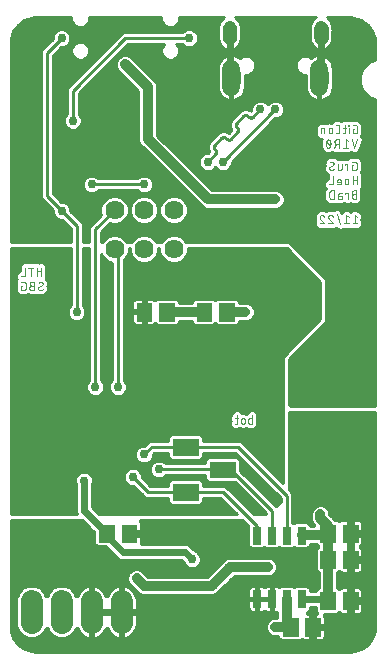
<source format=gbl>
G75*
%MOIN*%
%OFA0B0*%
%FSLAX25Y25*%
%IPPOS*%
%LPD*%
%AMOC8*
5,1,8,0,0,1.08239X$1,22.5*
%
%ADD10C,0.00400*%
%ADD11C,0.06024*%
%ADD12C,0.04165*%
%ADD13C,0.00394*%
%ADD14C,0.00039*%
%ADD15C,0.00205*%
%ADD16C,0.06378*%
%ADD17C,0.07200*%
%ADD18C,0.00220*%
%ADD19C,0.02953*%
%ADD20C,0.01000*%
%ADD21C,0.03200*%
%ADD22C,0.02400*%
%ADD23C,0.01600*%
D10*
X0076652Y0077700D02*
X0076808Y0077700D01*
X0076849Y0077702D01*
X0076889Y0077707D01*
X0076929Y0077716D01*
X0076968Y0077728D01*
X0077005Y0077744D01*
X0077042Y0077763D01*
X0077076Y0077784D01*
X0077108Y0077809D01*
X0077138Y0077837D01*
X0077166Y0077867D01*
X0077191Y0077899D01*
X0077212Y0077934D01*
X0077231Y0077970D01*
X0077247Y0078007D01*
X0077259Y0078046D01*
X0077268Y0078086D01*
X0077273Y0078126D01*
X0077275Y0078167D01*
X0077274Y0078167D02*
X0077274Y0080500D01*
X0077585Y0079567D02*
X0076652Y0079567D01*
X0078579Y0078944D02*
X0078579Y0078322D01*
X0078581Y0078273D01*
X0078587Y0078225D01*
X0078596Y0078177D01*
X0078609Y0078130D01*
X0078626Y0078084D01*
X0078647Y0078040D01*
X0078671Y0077997D01*
X0078698Y0077956D01*
X0078728Y0077918D01*
X0078761Y0077882D01*
X0078797Y0077849D01*
X0078835Y0077819D01*
X0078876Y0077792D01*
X0078919Y0077768D01*
X0078963Y0077747D01*
X0079009Y0077730D01*
X0079056Y0077717D01*
X0079104Y0077708D01*
X0079152Y0077702D01*
X0079201Y0077700D01*
X0079250Y0077702D01*
X0079298Y0077708D01*
X0079346Y0077717D01*
X0079393Y0077730D01*
X0079439Y0077747D01*
X0079483Y0077768D01*
X0079526Y0077792D01*
X0079567Y0077819D01*
X0079605Y0077849D01*
X0079641Y0077882D01*
X0079674Y0077918D01*
X0079704Y0077956D01*
X0079731Y0077997D01*
X0079755Y0078040D01*
X0079776Y0078084D01*
X0079793Y0078130D01*
X0079806Y0078177D01*
X0079815Y0078225D01*
X0079821Y0078273D01*
X0079823Y0078322D01*
X0079823Y0078944D01*
X0079821Y0078993D01*
X0079815Y0079041D01*
X0079806Y0079089D01*
X0079793Y0079136D01*
X0079776Y0079182D01*
X0079755Y0079226D01*
X0079731Y0079269D01*
X0079704Y0079310D01*
X0079674Y0079348D01*
X0079641Y0079384D01*
X0079605Y0079417D01*
X0079567Y0079447D01*
X0079526Y0079474D01*
X0079483Y0079498D01*
X0079439Y0079519D01*
X0079393Y0079536D01*
X0079346Y0079549D01*
X0079298Y0079558D01*
X0079250Y0079564D01*
X0079201Y0079566D01*
X0079152Y0079564D01*
X0079104Y0079558D01*
X0079056Y0079549D01*
X0079009Y0079536D01*
X0078963Y0079519D01*
X0078919Y0079498D01*
X0078876Y0079474D01*
X0078835Y0079447D01*
X0078797Y0079417D01*
X0078761Y0079384D01*
X0078728Y0079348D01*
X0078698Y0079310D01*
X0078671Y0079269D01*
X0078647Y0079226D01*
X0078626Y0079182D01*
X0078609Y0079136D01*
X0078596Y0079089D01*
X0078587Y0079041D01*
X0078581Y0078993D01*
X0078579Y0078944D01*
X0081056Y0079100D02*
X0081056Y0078167D01*
X0081055Y0078167D02*
X0081057Y0078124D01*
X0081063Y0078081D01*
X0081073Y0078039D01*
X0081087Y0077998D01*
X0081104Y0077959D01*
X0081125Y0077921D01*
X0081149Y0077886D01*
X0081177Y0077852D01*
X0081207Y0077822D01*
X0081241Y0077794D01*
X0081276Y0077770D01*
X0081314Y0077749D01*
X0081353Y0077732D01*
X0081394Y0077718D01*
X0081436Y0077708D01*
X0081479Y0077702D01*
X0081522Y0077700D01*
X0082300Y0077700D01*
X0082300Y0080500D01*
X0082300Y0079567D02*
X0081522Y0079567D01*
X0081481Y0079565D01*
X0081441Y0079560D01*
X0081401Y0079551D01*
X0081362Y0079539D01*
X0081325Y0079523D01*
X0081289Y0079504D01*
X0081254Y0079483D01*
X0081222Y0079458D01*
X0081192Y0079430D01*
X0081164Y0079400D01*
X0081139Y0079368D01*
X0081118Y0079334D01*
X0081099Y0079297D01*
X0081083Y0079260D01*
X0081071Y0079221D01*
X0081062Y0079181D01*
X0081057Y0079141D01*
X0081055Y0079100D01*
X0104800Y0144500D02*
X0106356Y0144500D01*
X0105034Y0146056D01*
X0105500Y0147300D02*
X0105556Y0147298D01*
X0105613Y0147293D01*
X0105669Y0147284D01*
X0105724Y0147272D01*
X0105778Y0147256D01*
X0105831Y0147237D01*
X0105883Y0147214D01*
X0105933Y0147189D01*
X0105982Y0147160D01*
X0106029Y0147128D01*
X0106073Y0147093D01*
X0106116Y0147056D01*
X0106156Y0147016D01*
X0106193Y0146974D01*
X0106228Y0146929D01*
X0106259Y0146882D01*
X0106288Y0146833D01*
X0106314Y0146783D01*
X0106336Y0146731D01*
X0106355Y0146678D01*
X0105033Y0146055D02*
X0104998Y0146092D01*
X0104965Y0146130D01*
X0104934Y0146171D01*
X0104907Y0146213D01*
X0104882Y0146258D01*
X0104861Y0146304D01*
X0104842Y0146351D01*
X0104827Y0146399D01*
X0104815Y0146449D01*
X0104807Y0146499D01*
X0104802Y0146549D01*
X0104800Y0146600D01*
X0104802Y0146650D01*
X0104807Y0146700D01*
X0104816Y0146749D01*
X0104828Y0146797D01*
X0104844Y0146845D01*
X0104863Y0146891D01*
X0104886Y0146935D01*
X0104911Y0146978D01*
X0104940Y0147019D01*
X0104971Y0147058D01*
X0105005Y0147095D01*
X0105042Y0147129D01*
X0105081Y0147160D01*
X0105122Y0147189D01*
X0105165Y0147214D01*
X0105209Y0147237D01*
X0105255Y0147256D01*
X0105303Y0147272D01*
X0105351Y0147284D01*
X0105400Y0147293D01*
X0105450Y0147298D01*
X0105500Y0147300D01*
X0107914Y0146056D02*
X0109236Y0144500D01*
X0107680Y0144500D01*
X0109235Y0146678D02*
X0109216Y0146731D01*
X0109194Y0146783D01*
X0109168Y0146833D01*
X0109139Y0146882D01*
X0109108Y0146929D01*
X0109073Y0146974D01*
X0109036Y0147016D01*
X0108996Y0147056D01*
X0108953Y0147093D01*
X0108909Y0147128D01*
X0108862Y0147160D01*
X0108813Y0147189D01*
X0108763Y0147214D01*
X0108711Y0147237D01*
X0108658Y0147256D01*
X0108604Y0147272D01*
X0108549Y0147284D01*
X0108493Y0147293D01*
X0108436Y0147298D01*
X0108380Y0147300D01*
X0108330Y0147298D01*
X0108280Y0147293D01*
X0108231Y0147284D01*
X0108183Y0147272D01*
X0108135Y0147256D01*
X0108089Y0147237D01*
X0108045Y0147214D01*
X0108002Y0147189D01*
X0107961Y0147160D01*
X0107922Y0147129D01*
X0107885Y0147095D01*
X0107851Y0147058D01*
X0107820Y0147019D01*
X0107791Y0146978D01*
X0107766Y0146935D01*
X0107743Y0146891D01*
X0107724Y0146845D01*
X0107708Y0146797D01*
X0107696Y0146749D01*
X0107687Y0146700D01*
X0107682Y0146650D01*
X0107680Y0146600D01*
X0107682Y0146549D01*
X0107687Y0146499D01*
X0107695Y0146449D01*
X0107707Y0146399D01*
X0107722Y0146351D01*
X0107741Y0146304D01*
X0107762Y0146258D01*
X0107787Y0146213D01*
X0107814Y0146171D01*
X0107845Y0146130D01*
X0107878Y0146092D01*
X0107913Y0146055D01*
X0110428Y0147611D02*
X0111672Y0144189D01*
X0112864Y0144500D02*
X0114420Y0144500D01*
X0113642Y0144500D02*
X0113642Y0147300D01*
X0114420Y0146678D01*
X0116522Y0147300D02*
X0116522Y0144500D01*
X0117300Y0144500D02*
X0115744Y0144500D01*
X0117300Y0146678D02*
X0116522Y0147300D01*
X0116195Y0152700D02*
X0116973Y0152700D01*
X0116973Y0155500D01*
X0116195Y0155500D01*
X0116146Y0155498D01*
X0116098Y0155492D01*
X0116050Y0155483D01*
X0116003Y0155470D01*
X0115957Y0155453D01*
X0115913Y0155432D01*
X0115870Y0155408D01*
X0115829Y0155381D01*
X0115791Y0155351D01*
X0115755Y0155318D01*
X0115722Y0155282D01*
X0115692Y0155244D01*
X0115665Y0155203D01*
X0115641Y0155160D01*
X0115620Y0155116D01*
X0115603Y0155070D01*
X0115590Y0155023D01*
X0115581Y0154975D01*
X0115575Y0154927D01*
X0115573Y0154878D01*
X0115575Y0154829D01*
X0115581Y0154781D01*
X0115590Y0154733D01*
X0115603Y0154686D01*
X0115620Y0154640D01*
X0115641Y0154596D01*
X0115665Y0154553D01*
X0115692Y0154512D01*
X0115722Y0154474D01*
X0115755Y0154438D01*
X0115791Y0154405D01*
X0115829Y0154375D01*
X0115870Y0154348D01*
X0115913Y0154324D01*
X0115957Y0154303D01*
X0116003Y0154286D01*
X0116050Y0154273D01*
X0116098Y0154264D01*
X0116146Y0154258D01*
X0116195Y0154256D01*
X0116973Y0154256D01*
X0116195Y0154256D02*
X0116139Y0154254D01*
X0116084Y0154248D01*
X0116030Y0154238D01*
X0115976Y0154224D01*
X0115923Y0154207D01*
X0115872Y0154186D01*
X0115822Y0154161D01*
X0115774Y0154132D01*
X0115729Y0154101D01*
X0115686Y0154066D01*
X0115645Y0154028D01*
X0115607Y0153987D01*
X0115572Y0153944D01*
X0115541Y0153899D01*
X0115512Y0153851D01*
X0115487Y0153801D01*
X0115466Y0153750D01*
X0115449Y0153697D01*
X0115435Y0153643D01*
X0115425Y0153589D01*
X0115419Y0153534D01*
X0115417Y0153478D01*
X0115419Y0153422D01*
X0115425Y0153367D01*
X0115435Y0153313D01*
X0115449Y0153259D01*
X0115466Y0153206D01*
X0115487Y0153155D01*
X0115512Y0153105D01*
X0115541Y0153057D01*
X0115572Y0153012D01*
X0115607Y0152969D01*
X0115645Y0152928D01*
X0115686Y0152890D01*
X0115729Y0152855D01*
X0115774Y0152824D01*
X0115822Y0152795D01*
X0115872Y0152770D01*
X0115923Y0152749D01*
X0115976Y0152732D01*
X0116030Y0152718D01*
X0116084Y0152708D01*
X0116139Y0152702D01*
X0116195Y0152700D01*
X0114163Y0152700D02*
X0114163Y0154567D01*
X0113229Y0154567D01*
X0113229Y0154256D01*
X0112128Y0154567D02*
X0111506Y0154567D01*
X0111465Y0154565D01*
X0111425Y0154560D01*
X0111385Y0154551D01*
X0111346Y0154539D01*
X0111309Y0154523D01*
X0111273Y0154504D01*
X0111238Y0154483D01*
X0111206Y0154458D01*
X0111176Y0154430D01*
X0111148Y0154400D01*
X0111123Y0154368D01*
X0111102Y0154334D01*
X0111083Y0154297D01*
X0111067Y0154260D01*
X0111055Y0154221D01*
X0111046Y0154181D01*
X0111041Y0154141D01*
X0111039Y0154100D01*
X0111039Y0152700D01*
X0111739Y0152700D01*
X0111784Y0152702D01*
X0111829Y0152707D01*
X0111873Y0152717D01*
X0111916Y0152729D01*
X0111958Y0152746D01*
X0111998Y0152766D01*
X0112037Y0152789D01*
X0112073Y0152815D01*
X0112107Y0152844D01*
X0112139Y0152876D01*
X0112168Y0152910D01*
X0112194Y0152946D01*
X0112217Y0152985D01*
X0112237Y0153025D01*
X0112254Y0153067D01*
X0112266Y0153110D01*
X0112276Y0153154D01*
X0112281Y0153199D01*
X0112283Y0153244D01*
X0112281Y0153289D01*
X0112276Y0153334D01*
X0112266Y0153378D01*
X0112254Y0153421D01*
X0112237Y0153463D01*
X0112217Y0153503D01*
X0112194Y0153542D01*
X0112168Y0153578D01*
X0112139Y0153612D01*
X0112107Y0153644D01*
X0112073Y0153673D01*
X0112037Y0153699D01*
X0111998Y0153722D01*
X0111958Y0153742D01*
X0111916Y0153759D01*
X0111873Y0153771D01*
X0111829Y0153781D01*
X0111784Y0153786D01*
X0111739Y0153788D01*
X0111739Y0153789D02*
X0111039Y0153789D01*
X0109540Y0152700D02*
X0108762Y0152700D01*
X0108706Y0152702D01*
X0108651Y0152708D01*
X0108597Y0152718D01*
X0108543Y0152732D01*
X0108490Y0152749D01*
X0108439Y0152770D01*
X0108389Y0152795D01*
X0108341Y0152824D01*
X0108296Y0152855D01*
X0108253Y0152890D01*
X0108212Y0152928D01*
X0108174Y0152969D01*
X0108139Y0153012D01*
X0108108Y0153057D01*
X0108079Y0153105D01*
X0108054Y0153155D01*
X0108033Y0153206D01*
X0108016Y0153259D01*
X0108002Y0153313D01*
X0107992Y0153367D01*
X0107986Y0153422D01*
X0107984Y0153478D01*
X0107984Y0154722D01*
X0107986Y0154778D01*
X0107992Y0154833D01*
X0108002Y0154887D01*
X0108016Y0154941D01*
X0108033Y0154994D01*
X0108054Y0155045D01*
X0108079Y0155095D01*
X0108108Y0155143D01*
X0108139Y0155188D01*
X0108174Y0155231D01*
X0108212Y0155272D01*
X0108253Y0155310D01*
X0108296Y0155345D01*
X0108341Y0155376D01*
X0108389Y0155405D01*
X0108439Y0155430D01*
X0108490Y0155451D01*
X0108543Y0155468D01*
X0108597Y0155482D01*
X0108651Y0155492D01*
X0108706Y0155498D01*
X0108762Y0155500D01*
X0109540Y0155500D01*
X0109540Y0152700D01*
X0109229Y0157500D02*
X0107984Y0157500D01*
X0109229Y0157500D02*
X0109229Y0160300D01*
X0110620Y0158744D02*
X0110620Y0158433D01*
X0111864Y0158433D01*
X0111864Y0158744D02*
X0111864Y0157967D01*
X0111865Y0157967D02*
X0111863Y0157926D01*
X0111858Y0157886D01*
X0111849Y0157846D01*
X0111837Y0157807D01*
X0111821Y0157770D01*
X0111802Y0157734D01*
X0111781Y0157699D01*
X0111756Y0157667D01*
X0111728Y0157637D01*
X0111698Y0157609D01*
X0111666Y0157584D01*
X0111632Y0157563D01*
X0111595Y0157544D01*
X0111558Y0157528D01*
X0111519Y0157516D01*
X0111479Y0157507D01*
X0111439Y0157502D01*
X0111398Y0157500D01*
X0110620Y0157500D01*
X0110620Y0158744D02*
X0110622Y0158793D01*
X0110628Y0158841D01*
X0110637Y0158889D01*
X0110650Y0158936D01*
X0110667Y0158982D01*
X0110688Y0159026D01*
X0110712Y0159069D01*
X0110739Y0159110D01*
X0110769Y0159148D01*
X0110802Y0159184D01*
X0110838Y0159217D01*
X0110876Y0159247D01*
X0110917Y0159274D01*
X0110960Y0159298D01*
X0111004Y0159319D01*
X0111050Y0159336D01*
X0111097Y0159349D01*
X0111145Y0159358D01*
X0111193Y0159364D01*
X0111242Y0159366D01*
X0111291Y0159364D01*
X0111339Y0159358D01*
X0111387Y0159349D01*
X0111434Y0159336D01*
X0111480Y0159319D01*
X0111524Y0159298D01*
X0111567Y0159274D01*
X0111608Y0159247D01*
X0111646Y0159217D01*
X0111682Y0159184D01*
X0111715Y0159148D01*
X0111745Y0159110D01*
X0111772Y0159069D01*
X0111796Y0159026D01*
X0111817Y0158982D01*
X0111834Y0158936D01*
X0111847Y0158889D01*
X0111856Y0158841D01*
X0111862Y0158793D01*
X0111864Y0158744D01*
X0113116Y0158744D02*
X0113116Y0158122D01*
X0113118Y0158073D01*
X0113124Y0158025D01*
X0113133Y0157977D01*
X0113146Y0157930D01*
X0113163Y0157884D01*
X0113184Y0157840D01*
X0113208Y0157797D01*
X0113235Y0157756D01*
X0113265Y0157718D01*
X0113298Y0157682D01*
X0113334Y0157649D01*
X0113372Y0157619D01*
X0113413Y0157592D01*
X0113456Y0157568D01*
X0113500Y0157547D01*
X0113546Y0157530D01*
X0113593Y0157517D01*
X0113641Y0157508D01*
X0113689Y0157502D01*
X0113738Y0157500D01*
X0113787Y0157502D01*
X0113835Y0157508D01*
X0113883Y0157517D01*
X0113930Y0157530D01*
X0113976Y0157547D01*
X0114020Y0157568D01*
X0114063Y0157592D01*
X0114104Y0157619D01*
X0114142Y0157649D01*
X0114178Y0157682D01*
X0114211Y0157718D01*
X0114241Y0157756D01*
X0114268Y0157797D01*
X0114292Y0157840D01*
X0114313Y0157884D01*
X0114330Y0157930D01*
X0114343Y0157977D01*
X0114352Y0158025D01*
X0114358Y0158073D01*
X0114360Y0158122D01*
X0114360Y0158744D01*
X0114358Y0158793D01*
X0114352Y0158841D01*
X0114343Y0158889D01*
X0114330Y0158936D01*
X0114313Y0158982D01*
X0114292Y0159026D01*
X0114268Y0159069D01*
X0114241Y0159110D01*
X0114211Y0159148D01*
X0114178Y0159184D01*
X0114142Y0159217D01*
X0114104Y0159247D01*
X0114063Y0159274D01*
X0114020Y0159298D01*
X0113976Y0159319D01*
X0113930Y0159336D01*
X0113883Y0159349D01*
X0113835Y0159358D01*
X0113787Y0159364D01*
X0113738Y0159366D01*
X0113689Y0159364D01*
X0113641Y0159358D01*
X0113593Y0159349D01*
X0113546Y0159336D01*
X0113500Y0159319D01*
X0113456Y0159298D01*
X0113413Y0159274D01*
X0113372Y0159247D01*
X0113334Y0159217D01*
X0113298Y0159184D01*
X0113265Y0159148D01*
X0113235Y0159110D01*
X0113208Y0159069D01*
X0113184Y0159026D01*
X0113163Y0158982D01*
X0113146Y0158936D01*
X0113133Y0158889D01*
X0113124Y0158841D01*
X0113118Y0158793D01*
X0113116Y0158744D01*
X0115744Y0159056D02*
X0117300Y0159056D01*
X0117300Y0160300D02*
X0117300Y0157500D01*
X0115744Y0157500D02*
X0115744Y0160300D01*
X0115568Y0162300D02*
X0116502Y0162300D01*
X0116551Y0162302D01*
X0116599Y0162308D01*
X0116647Y0162317D01*
X0116694Y0162330D01*
X0116740Y0162347D01*
X0116784Y0162368D01*
X0116827Y0162392D01*
X0116868Y0162419D01*
X0116906Y0162449D01*
X0116942Y0162482D01*
X0116975Y0162518D01*
X0117005Y0162556D01*
X0117032Y0162597D01*
X0117056Y0162640D01*
X0117077Y0162684D01*
X0117094Y0162730D01*
X0117107Y0162777D01*
X0117116Y0162825D01*
X0117122Y0162873D01*
X0117124Y0162922D01*
X0117124Y0164478D01*
X0117122Y0164527D01*
X0117116Y0164575D01*
X0117107Y0164623D01*
X0117094Y0164670D01*
X0117077Y0164716D01*
X0117056Y0164760D01*
X0117032Y0164803D01*
X0117005Y0164844D01*
X0116975Y0164882D01*
X0116942Y0164918D01*
X0116906Y0164951D01*
X0116868Y0164981D01*
X0116827Y0165008D01*
X0116784Y0165032D01*
X0116740Y0165053D01*
X0116694Y0165070D01*
X0116647Y0165083D01*
X0116599Y0165092D01*
X0116551Y0165098D01*
X0116502Y0165100D01*
X0115568Y0165100D01*
X0115568Y0163856D02*
X0115568Y0162300D01*
X0114067Y0162300D02*
X0114067Y0164167D01*
X0113134Y0164167D01*
X0113134Y0163856D01*
X0112072Y0164167D02*
X0112072Y0162767D01*
X0112073Y0162767D02*
X0112071Y0162726D01*
X0112066Y0162686D01*
X0112057Y0162646D01*
X0112045Y0162607D01*
X0112029Y0162570D01*
X0112010Y0162534D01*
X0111989Y0162499D01*
X0111964Y0162467D01*
X0111936Y0162437D01*
X0111906Y0162409D01*
X0111874Y0162384D01*
X0111840Y0162363D01*
X0111803Y0162344D01*
X0111766Y0162328D01*
X0111727Y0162316D01*
X0111687Y0162307D01*
X0111647Y0162302D01*
X0111606Y0162300D01*
X0110828Y0162300D01*
X0110828Y0164167D01*
X0109151Y0163933D02*
X0108295Y0163467D01*
X0108607Y0162300D02*
X0108676Y0162302D01*
X0108745Y0162307D01*
X0108814Y0162316D01*
X0108882Y0162329D01*
X0108949Y0162345D01*
X0109015Y0162365D01*
X0109080Y0162388D01*
X0109144Y0162415D01*
X0109206Y0162445D01*
X0109267Y0162478D01*
X0109326Y0162514D01*
X0109383Y0162554D01*
X0109438Y0162596D01*
X0109490Y0162641D01*
X0109540Y0162689D01*
X0108295Y0163466D02*
X0108256Y0163441D01*
X0108218Y0163413D01*
X0108183Y0163382D01*
X0108150Y0163349D01*
X0108120Y0163313D01*
X0108092Y0163275D01*
X0108067Y0163236D01*
X0108046Y0163194D01*
X0108027Y0163151D01*
X0108012Y0163107D01*
X0108000Y0163061D01*
X0107991Y0163015D01*
X0107986Y0162969D01*
X0107984Y0162922D01*
X0107985Y0162922D02*
X0107987Y0162873D01*
X0107993Y0162825D01*
X0108002Y0162777D01*
X0108015Y0162730D01*
X0108032Y0162684D01*
X0108053Y0162640D01*
X0108077Y0162597D01*
X0108104Y0162556D01*
X0108134Y0162518D01*
X0108167Y0162482D01*
X0108203Y0162449D01*
X0108241Y0162419D01*
X0108282Y0162392D01*
X0108325Y0162368D01*
X0108369Y0162347D01*
X0108415Y0162330D01*
X0108462Y0162317D01*
X0108510Y0162308D01*
X0108558Y0162302D01*
X0108607Y0162300D01*
X0108140Y0164867D02*
X0108191Y0164903D01*
X0108244Y0164936D01*
X0108298Y0164967D01*
X0108355Y0164994D01*
X0108412Y0165019D01*
X0108471Y0165040D01*
X0108531Y0165058D01*
X0108592Y0165073D01*
X0108653Y0165085D01*
X0108715Y0165093D01*
X0108777Y0165098D01*
X0108840Y0165100D01*
X0108889Y0165098D01*
X0108937Y0165092D01*
X0108985Y0165083D01*
X0109032Y0165070D01*
X0109078Y0165053D01*
X0109122Y0165032D01*
X0109165Y0165008D01*
X0109206Y0164981D01*
X0109244Y0164951D01*
X0109280Y0164918D01*
X0109313Y0164882D01*
X0109343Y0164844D01*
X0109370Y0164803D01*
X0109394Y0164760D01*
X0109415Y0164716D01*
X0109432Y0164670D01*
X0109445Y0164623D01*
X0109454Y0164575D01*
X0109460Y0164527D01*
X0109462Y0164478D01*
X0109460Y0164431D01*
X0109455Y0164385D01*
X0109446Y0164339D01*
X0109434Y0164293D01*
X0109419Y0164249D01*
X0109400Y0164206D01*
X0109379Y0164164D01*
X0109354Y0164125D01*
X0109326Y0164087D01*
X0109296Y0164051D01*
X0109263Y0164018D01*
X0109228Y0163987D01*
X0109190Y0163959D01*
X0109151Y0163934D01*
X0109709Y0169700D02*
X0110331Y0170944D01*
X0110487Y0170944D02*
X0111265Y0170944D01*
X0110487Y0170944D02*
X0110431Y0170946D01*
X0110376Y0170952D01*
X0110322Y0170962D01*
X0110268Y0170976D01*
X0110215Y0170993D01*
X0110164Y0171014D01*
X0110114Y0171039D01*
X0110066Y0171068D01*
X0110021Y0171099D01*
X0109978Y0171134D01*
X0109937Y0171172D01*
X0109899Y0171213D01*
X0109864Y0171256D01*
X0109833Y0171301D01*
X0109804Y0171349D01*
X0109779Y0171399D01*
X0109758Y0171450D01*
X0109741Y0171503D01*
X0109727Y0171557D01*
X0109717Y0171611D01*
X0109711Y0171666D01*
X0109709Y0171722D01*
X0109711Y0171778D01*
X0109717Y0171833D01*
X0109727Y0171887D01*
X0109741Y0171941D01*
X0109758Y0171994D01*
X0109779Y0172045D01*
X0109804Y0172095D01*
X0109833Y0172143D01*
X0109864Y0172188D01*
X0109899Y0172231D01*
X0109937Y0172272D01*
X0109978Y0172310D01*
X0110021Y0172345D01*
X0110066Y0172376D01*
X0110114Y0172405D01*
X0110164Y0172430D01*
X0110215Y0172451D01*
X0110268Y0172468D01*
X0110322Y0172482D01*
X0110376Y0172492D01*
X0110431Y0172498D01*
X0110487Y0172500D01*
X0111265Y0172500D01*
X0111265Y0169700D01*
X0112709Y0169700D02*
X0114264Y0169700D01*
X0113487Y0169700D02*
X0113487Y0172500D01*
X0114264Y0171878D01*
X0115433Y0172500D02*
X0116367Y0169700D01*
X0117300Y0172500D01*
X0116678Y0174500D02*
X0115744Y0174500D01*
X0115744Y0176056D01*
X0116211Y0176056D01*
X0117300Y0176678D02*
X0117298Y0176727D01*
X0117292Y0176775D01*
X0117283Y0176823D01*
X0117270Y0176870D01*
X0117253Y0176916D01*
X0117232Y0176960D01*
X0117208Y0177003D01*
X0117181Y0177044D01*
X0117151Y0177082D01*
X0117118Y0177118D01*
X0117082Y0177151D01*
X0117044Y0177181D01*
X0117003Y0177208D01*
X0116960Y0177232D01*
X0116916Y0177253D01*
X0116870Y0177270D01*
X0116823Y0177283D01*
X0116775Y0177292D01*
X0116727Y0177298D01*
X0116678Y0177300D01*
X0115744Y0177300D01*
X0114488Y0177300D02*
X0114332Y0177300D01*
X0114332Y0177144D01*
X0114488Y0177144D01*
X0114488Y0177300D01*
X0114410Y0176367D02*
X0114410Y0174500D01*
X0113156Y0174967D02*
X0113156Y0177300D01*
X0113467Y0176367D02*
X0112533Y0176367D01*
X0111359Y0176678D02*
X0111359Y0175122D01*
X0111357Y0175073D01*
X0111351Y0175025D01*
X0111342Y0174977D01*
X0111329Y0174930D01*
X0111312Y0174884D01*
X0111291Y0174840D01*
X0111267Y0174797D01*
X0111240Y0174756D01*
X0111210Y0174718D01*
X0111177Y0174682D01*
X0111141Y0174649D01*
X0111103Y0174619D01*
X0111062Y0174592D01*
X0111019Y0174568D01*
X0110975Y0174547D01*
X0110929Y0174530D01*
X0110882Y0174517D01*
X0110834Y0174508D01*
X0110786Y0174502D01*
X0110737Y0174500D01*
X0110114Y0174500D01*
X0108985Y0175122D02*
X0108985Y0175744D01*
X0108984Y0175744D02*
X0108982Y0175793D01*
X0108976Y0175841D01*
X0108967Y0175889D01*
X0108954Y0175936D01*
X0108937Y0175982D01*
X0108916Y0176026D01*
X0108892Y0176069D01*
X0108865Y0176110D01*
X0108835Y0176148D01*
X0108802Y0176184D01*
X0108766Y0176217D01*
X0108728Y0176247D01*
X0108687Y0176274D01*
X0108644Y0176298D01*
X0108600Y0176319D01*
X0108554Y0176336D01*
X0108507Y0176349D01*
X0108459Y0176358D01*
X0108411Y0176364D01*
X0108362Y0176366D01*
X0108313Y0176364D01*
X0108265Y0176358D01*
X0108217Y0176349D01*
X0108170Y0176336D01*
X0108124Y0176319D01*
X0108080Y0176298D01*
X0108037Y0176274D01*
X0107996Y0176247D01*
X0107958Y0176217D01*
X0107922Y0176184D01*
X0107889Y0176148D01*
X0107859Y0176110D01*
X0107832Y0176069D01*
X0107808Y0176026D01*
X0107787Y0175982D01*
X0107770Y0175936D01*
X0107757Y0175889D01*
X0107748Y0175841D01*
X0107742Y0175793D01*
X0107740Y0175744D01*
X0107740Y0175122D01*
X0107742Y0175073D01*
X0107748Y0175025D01*
X0107757Y0174977D01*
X0107770Y0174930D01*
X0107787Y0174884D01*
X0107808Y0174840D01*
X0107832Y0174797D01*
X0107859Y0174756D01*
X0107889Y0174718D01*
X0107922Y0174682D01*
X0107958Y0174649D01*
X0107996Y0174619D01*
X0108037Y0174592D01*
X0108080Y0174568D01*
X0108124Y0174547D01*
X0108170Y0174530D01*
X0108217Y0174517D01*
X0108265Y0174508D01*
X0108313Y0174502D01*
X0108362Y0174500D01*
X0108411Y0174502D01*
X0108459Y0174508D01*
X0108507Y0174517D01*
X0108554Y0174530D01*
X0108600Y0174547D01*
X0108644Y0174568D01*
X0108687Y0174592D01*
X0108728Y0174619D01*
X0108766Y0174649D01*
X0108802Y0174682D01*
X0108835Y0174718D01*
X0108865Y0174756D01*
X0108892Y0174797D01*
X0108916Y0174840D01*
X0108937Y0174884D01*
X0108954Y0174930D01*
X0108967Y0174977D01*
X0108976Y0175025D01*
X0108982Y0175073D01*
X0108984Y0175122D01*
X0110737Y0177300D02*
X0110786Y0177298D01*
X0110834Y0177292D01*
X0110882Y0177283D01*
X0110929Y0177270D01*
X0110975Y0177253D01*
X0111019Y0177232D01*
X0111062Y0177208D01*
X0111103Y0177181D01*
X0111141Y0177151D01*
X0111177Y0177118D01*
X0111210Y0177082D01*
X0111240Y0177044D01*
X0111267Y0177003D01*
X0111291Y0176960D01*
X0111312Y0176916D01*
X0111329Y0176870D01*
X0111342Y0176823D01*
X0111351Y0176775D01*
X0111357Y0176727D01*
X0111359Y0176678D01*
X0110737Y0177300D02*
X0110114Y0177300D01*
X0112689Y0174500D02*
X0112730Y0174502D01*
X0112770Y0174507D01*
X0112810Y0174516D01*
X0112849Y0174528D01*
X0112886Y0174544D01*
X0112923Y0174563D01*
X0112957Y0174584D01*
X0112989Y0174609D01*
X0113019Y0174637D01*
X0113047Y0174667D01*
X0113072Y0174699D01*
X0113093Y0174734D01*
X0113112Y0174770D01*
X0113128Y0174807D01*
X0113140Y0174846D01*
X0113149Y0174886D01*
X0113154Y0174926D01*
X0113156Y0174967D01*
X0112689Y0174500D02*
X0112533Y0174500D01*
X0106853Y0171100D02*
X0106855Y0171005D01*
X0106861Y0170910D01*
X0106871Y0170815D01*
X0106884Y0170721D01*
X0106902Y0170628D01*
X0106923Y0170535D01*
X0106948Y0170443D01*
X0106977Y0170353D01*
X0107010Y0170263D01*
X0107046Y0170175D01*
X0107086Y0170089D01*
X0107631Y0169700D02*
X0107676Y0169702D01*
X0107720Y0169707D01*
X0107764Y0169716D01*
X0107807Y0169727D01*
X0107849Y0169743D01*
X0107889Y0169761D01*
X0107928Y0169783D01*
X0107966Y0169807D01*
X0108001Y0169835D01*
X0108034Y0169865D01*
X0108065Y0169897D01*
X0108093Y0169932D01*
X0108118Y0169969D01*
X0108140Y0170007D01*
X0108160Y0170048D01*
X0108176Y0170089D01*
X0108253Y0170322D02*
X0107008Y0171878D01*
X0107086Y0172111D02*
X0107102Y0172152D01*
X0107122Y0172193D01*
X0107144Y0172231D01*
X0107169Y0172268D01*
X0107197Y0172303D01*
X0107228Y0172335D01*
X0107261Y0172365D01*
X0107296Y0172393D01*
X0107334Y0172417D01*
X0107373Y0172439D01*
X0107413Y0172457D01*
X0107455Y0172473D01*
X0107498Y0172484D01*
X0107542Y0172493D01*
X0107586Y0172498D01*
X0107631Y0172500D01*
X0107676Y0172498D01*
X0107720Y0172493D01*
X0107764Y0172484D01*
X0107807Y0172473D01*
X0107849Y0172457D01*
X0107889Y0172439D01*
X0107928Y0172417D01*
X0107966Y0172393D01*
X0108001Y0172365D01*
X0108034Y0172335D01*
X0108065Y0172303D01*
X0108093Y0172268D01*
X0108118Y0172231D01*
X0108140Y0172193D01*
X0108160Y0172152D01*
X0108176Y0172111D01*
X0107086Y0172111D02*
X0107046Y0172025D01*
X0107010Y0171937D01*
X0106977Y0171847D01*
X0106948Y0171757D01*
X0106923Y0171665D01*
X0106902Y0171572D01*
X0106884Y0171479D01*
X0106871Y0171385D01*
X0106861Y0171290D01*
X0106855Y0171195D01*
X0106853Y0171100D01*
X0108408Y0171100D02*
X0108406Y0171195D01*
X0108400Y0171290D01*
X0108390Y0171385D01*
X0108377Y0171479D01*
X0108359Y0171572D01*
X0108338Y0171665D01*
X0108313Y0171757D01*
X0108284Y0171847D01*
X0108251Y0171937D01*
X0108215Y0172025D01*
X0108175Y0172111D01*
X0107086Y0170089D02*
X0107102Y0170048D01*
X0107122Y0170007D01*
X0107144Y0169969D01*
X0107169Y0169932D01*
X0107197Y0169897D01*
X0107228Y0169865D01*
X0107261Y0169835D01*
X0107296Y0169807D01*
X0107334Y0169783D01*
X0107373Y0169761D01*
X0107413Y0169743D01*
X0107455Y0169727D01*
X0107498Y0169716D01*
X0107542Y0169707D01*
X0107586Y0169702D01*
X0107631Y0169700D01*
X0108175Y0170089D02*
X0108215Y0170175D01*
X0108251Y0170263D01*
X0108284Y0170353D01*
X0108313Y0170443D01*
X0108338Y0170535D01*
X0108359Y0170628D01*
X0108377Y0170721D01*
X0108390Y0170815D01*
X0108400Y0170910D01*
X0108406Y0171005D01*
X0108408Y0171100D01*
X0106393Y0174500D02*
X0106393Y0176367D01*
X0105615Y0176367D01*
X0105572Y0176365D01*
X0105529Y0176359D01*
X0105487Y0176349D01*
X0105446Y0176335D01*
X0105407Y0176318D01*
X0105369Y0176297D01*
X0105334Y0176273D01*
X0105300Y0176245D01*
X0105270Y0176215D01*
X0105242Y0176181D01*
X0105218Y0176146D01*
X0105197Y0176108D01*
X0105180Y0176069D01*
X0105166Y0176028D01*
X0105156Y0175986D01*
X0105150Y0175943D01*
X0105148Y0175900D01*
X0105148Y0174500D01*
X0115568Y0163856D02*
X0116035Y0163856D01*
X0116678Y0174500D02*
X0116727Y0174502D01*
X0116775Y0174508D01*
X0116823Y0174517D01*
X0116870Y0174530D01*
X0116916Y0174547D01*
X0116960Y0174568D01*
X0117003Y0174592D01*
X0117044Y0174619D01*
X0117082Y0174649D01*
X0117118Y0174682D01*
X0117151Y0174718D01*
X0117181Y0174756D01*
X0117208Y0174797D01*
X0117232Y0174840D01*
X0117253Y0174884D01*
X0117270Y0174930D01*
X0117283Y0174977D01*
X0117292Y0175025D01*
X0117298Y0175073D01*
X0117300Y0175122D01*
X0117300Y0176678D01*
X0012020Y0129800D02*
X0012020Y0127000D01*
X0012020Y0128556D02*
X0010464Y0128556D01*
X0010464Y0129800D02*
X0010464Y0127000D01*
X0008458Y0127000D02*
X0008458Y0129800D01*
X0009236Y0129800D02*
X0007680Y0129800D01*
X0006444Y0129800D02*
X0006444Y0127000D01*
X0005200Y0127000D01*
X0005200Y0125000D02*
X0006133Y0125000D01*
X0006182Y0124998D01*
X0006230Y0124992D01*
X0006278Y0124983D01*
X0006325Y0124970D01*
X0006371Y0124953D01*
X0006415Y0124932D01*
X0006458Y0124908D01*
X0006499Y0124881D01*
X0006537Y0124851D01*
X0006573Y0124818D01*
X0006606Y0124782D01*
X0006636Y0124744D01*
X0006663Y0124703D01*
X0006687Y0124660D01*
X0006708Y0124616D01*
X0006725Y0124570D01*
X0006738Y0124523D01*
X0006747Y0124475D01*
X0006753Y0124427D01*
X0006755Y0124378D01*
X0006756Y0124378D02*
X0006756Y0122822D01*
X0006755Y0122822D02*
X0006753Y0122773D01*
X0006747Y0122725D01*
X0006738Y0122677D01*
X0006725Y0122630D01*
X0006708Y0122584D01*
X0006687Y0122540D01*
X0006663Y0122497D01*
X0006636Y0122456D01*
X0006606Y0122418D01*
X0006573Y0122382D01*
X0006537Y0122349D01*
X0006499Y0122319D01*
X0006458Y0122292D01*
X0006415Y0122268D01*
X0006371Y0122247D01*
X0006325Y0122230D01*
X0006278Y0122217D01*
X0006230Y0122208D01*
X0006182Y0122202D01*
X0006133Y0122200D01*
X0005200Y0122200D01*
X0005200Y0123756D01*
X0005667Y0123756D01*
X0008803Y0123756D02*
X0009581Y0123756D01*
X0008803Y0123756D02*
X0008754Y0123758D01*
X0008706Y0123764D01*
X0008658Y0123773D01*
X0008611Y0123786D01*
X0008565Y0123803D01*
X0008521Y0123824D01*
X0008478Y0123848D01*
X0008437Y0123875D01*
X0008399Y0123905D01*
X0008363Y0123938D01*
X0008330Y0123974D01*
X0008300Y0124012D01*
X0008273Y0124053D01*
X0008249Y0124096D01*
X0008228Y0124140D01*
X0008211Y0124186D01*
X0008198Y0124233D01*
X0008189Y0124281D01*
X0008183Y0124329D01*
X0008181Y0124378D01*
X0008183Y0124427D01*
X0008189Y0124475D01*
X0008198Y0124523D01*
X0008211Y0124570D01*
X0008228Y0124616D01*
X0008249Y0124660D01*
X0008273Y0124703D01*
X0008300Y0124744D01*
X0008330Y0124782D01*
X0008363Y0124818D01*
X0008399Y0124851D01*
X0008437Y0124881D01*
X0008478Y0124908D01*
X0008521Y0124932D01*
X0008565Y0124953D01*
X0008611Y0124970D01*
X0008658Y0124983D01*
X0008706Y0124992D01*
X0008754Y0124998D01*
X0008803Y0125000D01*
X0009581Y0125000D01*
X0009581Y0122200D01*
X0008803Y0122200D01*
X0008747Y0122202D01*
X0008692Y0122208D01*
X0008638Y0122218D01*
X0008584Y0122232D01*
X0008531Y0122249D01*
X0008480Y0122270D01*
X0008430Y0122295D01*
X0008382Y0122324D01*
X0008337Y0122355D01*
X0008294Y0122390D01*
X0008253Y0122428D01*
X0008215Y0122469D01*
X0008180Y0122512D01*
X0008149Y0122557D01*
X0008120Y0122605D01*
X0008095Y0122655D01*
X0008074Y0122706D01*
X0008057Y0122759D01*
X0008043Y0122813D01*
X0008033Y0122867D01*
X0008027Y0122922D01*
X0008025Y0122978D01*
X0008027Y0123034D01*
X0008033Y0123089D01*
X0008043Y0123143D01*
X0008057Y0123197D01*
X0008074Y0123250D01*
X0008095Y0123301D01*
X0008120Y0123351D01*
X0008149Y0123399D01*
X0008180Y0123444D01*
X0008215Y0123487D01*
X0008253Y0123528D01*
X0008294Y0123566D01*
X0008337Y0123601D01*
X0008382Y0123632D01*
X0008430Y0123661D01*
X0008480Y0123686D01*
X0008531Y0123707D01*
X0008584Y0123724D01*
X0008638Y0123738D01*
X0008692Y0123748D01*
X0008747Y0123754D01*
X0008803Y0123756D01*
X0011271Y0123367D02*
X0012127Y0123833D01*
X0011816Y0125000D02*
X0011753Y0124998D01*
X0011691Y0124993D01*
X0011629Y0124985D01*
X0011568Y0124973D01*
X0011507Y0124958D01*
X0011447Y0124940D01*
X0011388Y0124919D01*
X0011331Y0124894D01*
X0011274Y0124867D01*
X0011220Y0124836D01*
X0011167Y0124803D01*
X0011116Y0124767D01*
X0012127Y0123834D02*
X0012166Y0123859D01*
X0012204Y0123887D01*
X0012239Y0123918D01*
X0012272Y0123951D01*
X0012302Y0123987D01*
X0012330Y0124025D01*
X0012355Y0124064D01*
X0012376Y0124106D01*
X0012395Y0124149D01*
X0012410Y0124193D01*
X0012422Y0124239D01*
X0012431Y0124285D01*
X0012436Y0124331D01*
X0012438Y0124378D01*
X0012436Y0124427D01*
X0012430Y0124475D01*
X0012421Y0124523D01*
X0012408Y0124570D01*
X0012391Y0124616D01*
X0012370Y0124660D01*
X0012346Y0124703D01*
X0012319Y0124744D01*
X0012289Y0124782D01*
X0012256Y0124818D01*
X0012220Y0124851D01*
X0012182Y0124881D01*
X0012141Y0124908D01*
X0012098Y0124932D01*
X0012054Y0124953D01*
X0012008Y0124970D01*
X0011961Y0124983D01*
X0011913Y0124992D01*
X0011865Y0124998D01*
X0011816Y0125000D01*
X0012515Y0122589D02*
X0012465Y0122541D01*
X0012413Y0122496D01*
X0012358Y0122454D01*
X0012301Y0122414D01*
X0012242Y0122378D01*
X0012181Y0122345D01*
X0012119Y0122315D01*
X0012055Y0122288D01*
X0011990Y0122265D01*
X0011924Y0122245D01*
X0011857Y0122229D01*
X0011789Y0122216D01*
X0011720Y0122207D01*
X0011651Y0122202D01*
X0011582Y0122200D01*
X0011533Y0122202D01*
X0011485Y0122208D01*
X0011437Y0122217D01*
X0011390Y0122230D01*
X0011344Y0122247D01*
X0011300Y0122268D01*
X0011257Y0122292D01*
X0011216Y0122319D01*
X0011178Y0122349D01*
X0011142Y0122382D01*
X0011109Y0122418D01*
X0011079Y0122456D01*
X0011052Y0122497D01*
X0011028Y0122540D01*
X0011007Y0122584D01*
X0010990Y0122630D01*
X0010977Y0122677D01*
X0010968Y0122725D01*
X0010962Y0122773D01*
X0010960Y0122822D01*
X0010962Y0122869D01*
X0010967Y0122915D01*
X0010976Y0122961D01*
X0010988Y0123007D01*
X0011003Y0123051D01*
X0011022Y0123094D01*
X0011043Y0123136D01*
X0011068Y0123175D01*
X0011096Y0123213D01*
X0011126Y0123249D01*
X0011159Y0123282D01*
X0011194Y0123313D01*
X0011232Y0123341D01*
X0011271Y0123366D01*
D11*
X0075335Y0190071D02*
X0075335Y0196094D01*
X0104665Y0196094D02*
X0104665Y0190071D01*
D12*
X0105256Y0205961D02*
X0105256Y0210126D01*
X0074744Y0210126D02*
X0074744Y0205961D01*
D13*
X0075036Y0197004D02*
X0074453Y0196880D01*
X0073907Y0196637D01*
X0073425Y0196287D01*
X0073025Y0195843D01*
X0072727Y0195326D01*
X0072543Y0194759D01*
X0072480Y0194165D01*
X0072480Y0192000D01*
X0072543Y0191407D01*
X0072727Y0190839D01*
X0073025Y0190322D01*
X0073425Y0189879D01*
X0073907Y0189528D01*
X0074453Y0189285D01*
X0075036Y0189161D01*
X0075633Y0189161D01*
X0076217Y0189285D01*
X0076762Y0189528D01*
X0077245Y0189879D01*
X0077644Y0190322D01*
X0077942Y0190839D01*
X0078127Y0191407D01*
X0078189Y0192000D01*
X0078189Y0194165D01*
X0078127Y0194759D01*
X0077942Y0195326D01*
X0077644Y0195843D01*
X0077245Y0196287D01*
X0076762Y0196637D01*
X0076217Y0196880D01*
X0075633Y0197004D01*
X0075036Y0197004D01*
X0074502Y0196890D02*
X0076167Y0196890D01*
X0076953Y0196498D02*
X0073716Y0196498D01*
X0073262Y0196106D02*
X0077407Y0196106D01*
X0077718Y0195714D02*
X0072951Y0195714D01*
X0072726Y0195322D02*
X0077944Y0195322D01*
X0078071Y0194929D02*
X0072598Y0194929D01*
X0072519Y0194537D02*
X0078150Y0194537D01*
X0078189Y0194145D02*
X0072480Y0194145D01*
X0072480Y0193753D02*
X0078189Y0193753D01*
X0078189Y0193361D02*
X0072480Y0193361D01*
X0072480Y0192968D02*
X0078189Y0192968D01*
X0078189Y0192576D02*
X0072480Y0192576D01*
X0072480Y0192184D02*
X0078189Y0192184D01*
X0078167Y0191792D02*
X0072502Y0191792D01*
X0072545Y0191400D02*
X0078124Y0191400D01*
X0077997Y0191007D02*
X0072672Y0191007D01*
X0072856Y0190615D02*
X0077813Y0190615D01*
X0077554Y0190223D02*
X0073115Y0190223D01*
X0073491Y0189831D02*
X0077178Y0189831D01*
X0076560Y0189438D02*
X0074109Y0189438D01*
X0101811Y0192000D02*
X0101811Y0194165D01*
X0101873Y0194759D01*
X0102058Y0195326D01*
X0102356Y0195843D01*
X0102755Y0196287D01*
X0103238Y0196637D01*
X0103783Y0196880D01*
X0104367Y0197004D01*
X0104964Y0197004D01*
X0105547Y0196880D01*
X0106093Y0196637D01*
X0106575Y0196287D01*
X0106975Y0195843D01*
X0107273Y0195326D01*
X0107457Y0194759D01*
X0107520Y0194165D01*
X0107520Y0192000D01*
X0107457Y0191407D01*
X0107273Y0190839D01*
X0106975Y0190322D01*
X0106575Y0189879D01*
X0106093Y0189528D01*
X0105547Y0189285D01*
X0104964Y0189161D01*
X0104367Y0189161D01*
X0103783Y0189285D01*
X0103238Y0189528D01*
X0102755Y0189879D01*
X0102356Y0190322D01*
X0102058Y0190839D01*
X0101873Y0191407D01*
X0101811Y0192000D01*
X0101811Y0192184D02*
X0107520Y0192184D01*
X0107520Y0192576D02*
X0101811Y0192576D01*
X0101811Y0192968D02*
X0107520Y0192968D01*
X0107520Y0193361D02*
X0101811Y0193361D01*
X0101811Y0193753D02*
X0107520Y0193753D01*
X0107520Y0194145D02*
X0101811Y0194145D01*
X0101850Y0194537D02*
X0107481Y0194537D01*
X0107402Y0194929D02*
X0101929Y0194929D01*
X0102056Y0195322D02*
X0107274Y0195322D01*
X0107049Y0195714D02*
X0102282Y0195714D01*
X0102593Y0196106D02*
X0106738Y0196106D01*
X0106284Y0196498D02*
X0103047Y0196498D01*
X0103833Y0196890D02*
X0105498Y0196890D01*
X0107498Y0191792D02*
X0101833Y0191792D01*
X0101876Y0191400D02*
X0107455Y0191400D01*
X0107328Y0191007D02*
X0102003Y0191007D01*
X0102187Y0190615D02*
X0107144Y0190615D01*
X0106885Y0190223D02*
X0102446Y0190223D01*
X0102822Y0189831D02*
X0106509Y0189831D01*
X0105891Y0189438D02*
X0103440Y0189438D01*
D14*
X0105019Y0204512D02*
X0104556Y0204611D01*
X0104124Y0204803D01*
X0103741Y0205081D01*
X0103424Y0205433D01*
X0103188Y0205843D01*
X0103042Y0206293D01*
X0102992Y0206764D01*
X0102992Y0209323D01*
X0103042Y0209794D01*
X0103188Y0210244D01*
X0103424Y0210653D01*
X0103741Y0211005D01*
X0104124Y0211283D01*
X0104556Y0211476D01*
X0105019Y0211574D01*
X0105493Y0211574D01*
X0105955Y0211476D01*
X0106388Y0211283D01*
X0106771Y0211005D01*
X0107087Y0210653D01*
X0107324Y0210244D01*
X0107470Y0209794D01*
X0107520Y0209323D01*
X0107520Y0206764D01*
X0107470Y0206293D01*
X0107324Y0205843D01*
X0107087Y0205433D01*
X0106771Y0205081D01*
X0106388Y0204803D01*
X0105955Y0204611D01*
X0105493Y0204512D01*
X0105019Y0204512D01*
X0104976Y0204522D02*
X0105536Y0204522D01*
X0105714Y0204560D02*
X0104797Y0204560D01*
X0104619Y0204597D02*
X0105893Y0204597D01*
X0106011Y0204635D02*
X0104501Y0204635D01*
X0104416Y0204673D02*
X0106096Y0204673D01*
X0106181Y0204711D02*
X0104331Y0204711D01*
X0104246Y0204749D02*
X0106266Y0204749D01*
X0106351Y0204787D02*
X0104161Y0204787D01*
X0104095Y0204825D02*
X0106417Y0204825D01*
X0106469Y0204863D02*
X0104042Y0204863D01*
X0103990Y0204900D02*
X0106522Y0204900D01*
X0106574Y0204938D02*
X0103938Y0204938D01*
X0103886Y0204976D02*
X0106626Y0204976D01*
X0106678Y0205014D02*
X0103834Y0205014D01*
X0103782Y0205052D02*
X0106730Y0205052D01*
X0106778Y0205090D02*
X0103734Y0205090D01*
X0103699Y0205128D02*
X0106812Y0205128D01*
X0106846Y0205166D02*
X0103665Y0205166D01*
X0103631Y0205204D02*
X0106881Y0205204D01*
X0106915Y0205241D02*
X0103597Y0205241D01*
X0103563Y0205279D02*
X0106949Y0205279D01*
X0106983Y0205317D02*
X0103529Y0205317D01*
X0103495Y0205355D02*
X0107017Y0205355D01*
X0107051Y0205393D02*
X0103461Y0205393D01*
X0103427Y0205431D02*
X0107085Y0205431D01*
X0107108Y0205469D02*
X0103404Y0205469D01*
X0103382Y0205507D02*
X0107130Y0205507D01*
X0107152Y0205544D02*
X0103360Y0205544D01*
X0103338Y0205582D02*
X0107173Y0205582D01*
X0107195Y0205620D02*
X0103316Y0205620D01*
X0103295Y0205658D02*
X0107217Y0205658D01*
X0107239Y0205696D02*
X0103273Y0205696D01*
X0103251Y0205734D02*
X0107261Y0205734D01*
X0107283Y0205772D02*
X0103229Y0205772D01*
X0103207Y0205810D02*
X0107305Y0205810D01*
X0107325Y0205848D02*
X0103186Y0205848D01*
X0103174Y0205885D02*
X0107338Y0205885D01*
X0107350Y0205923D02*
X0103162Y0205923D01*
X0103149Y0205961D02*
X0107362Y0205961D01*
X0107375Y0205999D02*
X0103137Y0205999D01*
X0103125Y0206037D02*
X0107387Y0206037D01*
X0107399Y0206075D02*
X0103113Y0206075D01*
X0103100Y0206113D02*
X0107412Y0206113D01*
X0107424Y0206151D02*
X0103088Y0206151D01*
X0103076Y0206188D02*
X0107436Y0206188D01*
X0107449Y0206226D02*
X0103063Y0206226D01*
X0103051Y0206264D02*
X0107461Y0206264D01*
X0107471Y0206302D02*
X0103041Y0206302D01*
X0103037Y0206340D02*
X0107475Y0206340D01*
X0107479Y0206378D02*
X0103033Y0206378D01*
X0103029Y0206416D02*
X0107483Y0206416D01*
X0107487Y0206454D02*
X0103025Y0206454D01*
X0103021Y0206491D02*
X0107491Y0206491D01*
X0107495Y0206529D02*
X0103017Y0206529D01*
X0103013Y0206567D02*
X0107499Y0206567D01*
X0107503Y0206605D02*
X0103009Y0206605D01*
X0103005Y0206643D02*
X0107507Y0206643D01*
X0107511Y0206681D02*
X0103001Y0206681D01*
X0102997Y0206719D02*
X0107515Y0206719D01*
X0107519Y0206757D02*
X0102993Y0206757D01*
X0102992Y0206795D02*
X0107520Y0206795D01*
X0107520Y0206832D02*
X0102992Y0206832D01*
X0102992Y0206870D02*
X0107520Y0206870D01*
X0107520Y0206908D02*
X0102992Y0206908D01*
X0102992Y0206946D02*
X0107520Y0206946D01*
X0107520Y0206984D02*
X0102992Y0206984D01*
X0102992Y0207022D02*
X0107520Y0207022D01*
X0107520Y0207060D02*
X0102992Y0207060D01*
X0102992Y0207098D02*
X0107520Y0207098D01*
X0107520Y0207135D02*
X0102992Y0207135D01*
X0102992Y0207173D02*
X0107520Y0207173D01*
X0107520Y0207211D02*
X0102992Y0207211D01*
X0102992Y0207249D02*
X0107520Y0207249D01*
X0107520Y0207287D02*
X0102992Y0207287D01*
X0102992Y0207325D02*
X0107520Y0207325D01*
X0107520Y0207363D02*
X0102992Y0207363D01*
X0102992Y0207401D02*
X0107520Y0207401D01*
X0107520Y0207439D02*
X0102992Y0207439D01*
X0102992Y0207476D02*
X0107520Y0207476D01*
X0107520Y0207514D02*
X0102992Y0207514D01*
X0102992Y0207552D02*
X0107520Y0207552D01*
X0107520Y0207590D02*
X0102992Y0207590D01*
X0102992Y0207628D02*
X0107520Y0207628D01*
X0107520Y0207666D02*
X0102992Y0207666D01*
X0102992Y0207704D02*
X0107520Y0207704D01*
X0107520Y0207742D02*
X0102992Y0207742D01*
X0102992Y0207779D02*
X0107520Y0207779D01*
X0107520Y0207817D02*
X0102992Y0207817D01*
X0102992Y0207855D02*
X0107520Y0207855D01*
X0107520Y0207893D02*
X0102992Y0207893D01*
X0102992Y0207931D02*
X0107520Y0207931D01*
X0107520Y0207969D02*
X0102992Y0207969D01*
X0102992Y0208007D02*
X0107520Y0208007D01*
X0107520Y0208045D02*
X0102992Y0208045D01*
X0102992Y0208083D02*
X0107520Y0208083D01*
X0107520Y0208120D02*
X0102992Y0208120D01*
X0102992Y0208158D02*
X0107520Y0208158D01*
X0107520Y0208196D02*
X0102992Y0208196D01*
X0102992Y0208234D02*
X0107520Y0208234D01*
X0107520Y0208272D02*
X0102992Y0208272D01*
X0102992Y0208310D02*
X0107520Y0208310D01*
X0107520Y0208348D02*
X0102992Y0208348D01*
X0102992Y0208386D02*
X0107520Y0208386D01*
X0107520Y0208423D02*
X0102992Y0208423D01*
X0102992Y0208461D02*
X0107520Y0208461D01*
X0107520Y0208499D02*
X0102992Y0208499D01*
X0102992Y0208537D02*
X0107520Y0208537D01*
X0107520Y0208575D02*
X0102992Y0208575D01*
X0102992Y0208613D02*
X0107520Y0208613D01*
X0107520Y0208651D02*
X0102992Y0208651D01*
X0102992Y0208689D02*
X0107520Y0208689D01*
X0107520Y0208727D02*
X0102992Y0208727D01*
X0102992Y0208764D02*
X0107520Y0208764D01*
X0107520Y0208802D02*
X0102992Y0208802D01*
X0102992Y0208840D02*
X0107520Y0208840D01*
X0107520Y0208878D02*
X0102992Y0208878D01*
X0102992Y0208916D02*
X0107520Y0208916D01*
X0107520Y0208954D02*
X0102992Y0208954D01*
X0102992Y0208992D02*
X0107520Y0208992D01*
X0107520Y0209030D02*
X0102992Y0209030D01*
X0102992Y0209067D02*
X0107520Y0209067D01*
X0107520Y0209105D02*
X0102992Y0209105D01*
X0102992Y0209143D02*
X0107520Y0209143D01*
X0107520Y0209181D02*
X0102992Y0209181D01*
X0102992Y0209219D02*
X0107520Y0209219D01*
X0107520Y0209257D02*
X0102992Y0209257D01*
X0102992Y0209295D02*
X0107520Y0209295D01*
X0107519Y0209333D02*
X0102993Y0209333D01*
X0102997Y0209370D02*
X0107515Y0209370D01*
X0107511Y0209408D02*
X0103001Y0209408D01*
X0103005Y0209446D02*
X0107507Y0209446D01*
X0107503Y0209484D02*
X0103009Y0209484D01*
X0103013Y0209522D02*
X0107499Y0209522D01*
X0107495Y0209560D02*
X0103017Y0209560D01*
X0103021Y0209598D02*
X0107491Y0209598D01*
X0107487Y0209636D02*
X0103025Y0209636D01*
X0103029Y0209674D02*
X0107483Y0209674D01*
X0107479Y0209711D02*
X0103033Y0209711D01*
X0103037Y0209749D02*
X0107475Y0209749D01*
X0107471Y0209787D02*
X0103041Y0209787D01*
X0103052Y0209825D02*
X0107460Y0209825D01*
X0107448Y0209863D02*
X0103064Y0209863D01*
X0103076Y0209901D02*
X0107435Y0209901D01*
X0107423Y0209939D02*
X0103089Y0209939D01*
X0103101Y0209977D02*
X0107411Y0209977D01*
X0107398Y0210014D02*
X0103113Y0210014D01*
X0103126Y0210052D02*
X0107386Y0210052D01*
X0107374Y0210090D02*
X0103138Y0210090D01*
X0103150Y0210128D02*
X0107361Y0210128D01*
X0107349Y0210166D02*
X0103163Y0210166D01*
X0103175Y0210204D02*
X0107337Y0210204D01*
X0107325Y0210242D02*
X0103187Y0210242D01*
X0103209Y0210280D02*
X0107303Y0210280D01*
X0107281Y0210318D02*
X0103231Y0210318D01*
X0103252Y0210355D02*
X0107259Y0210355D01*
X0107238Y0210393D02*
X0103274Y0210393D01*
X0103296Y0210431D02*
X0107216Y0210431D01*
X0107194Y0210469D02*
X0103318Y0210469D01*
X0103340Y0210507D02*
X0107172Y0210507D01*
X0107150Y0210545D02*
X0103362Y0210545D01*
X0103384Y0210583D02*
X0107128Y0210583D01*
X0107106Y0210621D02*
X0103405Y0210621D01*
X0103429Y0210658D02*
X0107083Y0210658D01*
X0107049Y0210696D02*
X0103463Y0210696D01*
X0103497Y0210734D02*
X0107015Y0210734D01*
X0106980Y0210772D02*
X0103531Y0210772D01*
X0103565Y0210810D02*
X0106946Y0210810D01*
X0106912Y0210848D02*
X0103600Y0210848D01*
X0103634Y0210886D02*
X0106878Y0210886D01*
X0106844Y0210924D02*
X0103668Y0210924D01*
X0103702Y0210962D02*
X0106810Y0210962D01*
X0106776Y0210999D02*
X0103736Y0210999D01*
X0103785Y0211037D02*
X0106726Y0211037D01*
X0106674Y0211075D02*
X0103837Y0211075D01*
X0103890Y0211113D02*
X0106622Y0211113D01*
X0106570Y0211151D02*
X0103942Y0211151D01*
X0103994Y0211189D02*
X0106518Y0211189D01*
X0106466Y0211227D02*
X0104046Y0211227D01*
X0104098Y0211265D02*
X0106414Y0211265D01*
X0106345Y0211302D02*
X0104167Y0211302D01*
X0104252Y0211340D02*
X0106260Y0211340D01*
X0106175Y0211378D02*
X0104337Y0211378D01*
X0104422Y0211416D02*
X0106090Y0211416D01*
X0106005Y0211454D02*
X0104507Y0211454D01*
X0104632Y0211492D02*
X0105880Y0211492D01*
X0105702Y0211530D02*
X0104810Y0211530D01*
X0104988Y0211568D02*
X0105524Y0211568D01*
X0077008Y0209323D02*
X0077008Y0206764D01*
X0076958Y0206293D01*
X0076812Y0205843D01*
X0076576Y0205433D01*
X0076259Y0205081D01*
X0075876Y0204803D01*
X0075444Y0204611D01*
X0074981Y0204512D01*
X0074507Y0204512D01*
X0074045Y0204611D01*
X0073612Y0204803D01*
X0073229Y0205081D01*
X0072913Y0205433D01*
X0072676Y0205843D01*
X0072530Y0206293D01*
X0072480Y0206764D01*
X0072480Y0209323D01*
X0072530Y0209794D01*
X0072676Y0210244D01*
X0072913Y0210653D01*
X0073229Y0211005D01*
X0073612Y0211283D01*
X0074045Y0211476D01*
X0074507Y0211574D01*
X0074981Y0211574D01*
X0075444Y0211476D01*
X0075876Y0211283D01*
X0076259Y0211005D01*
X0076576Y0210653D01*
X0076812Y0210244D01*
X0076958Y0209794D01*
X0077008Y0209323D01*
X0077007Y0209333D02*
X0072481Y0209333D01*
X0072485Y0209370D02*
X0077003Y0209370D01*
X0076999Y0209408D02*
X0072489Y0209408D01*
X0072493Y0209446D02*
X0076995Y0209446D01*
X0076991Y0209484D02*
X0072497Y0209484D01*
X0072501Y0209522D02*
X0076987Y0209522D01*
X0076983Y0209560D02*
X0072505Y0209560D01*
X0072509Y0209598D02*
X0076979Y0209598D01*
X0076975Y0209636D02*
X0072513Y0209636D01*
X0072517Y0209674D02*
X0076971Y0209674D01*
X0076967Y0209711D02*
X0072521Y0209711D01*
X0072525Y0209749D02*
X0076963Y0209749D01*
X0076959Y0209787D02*
X0072529Y0209787D01*
X0072540Y0209825D02*
X0076948Y0209825D01*
X0076936Y0209863D02*
X0072552Y0209863D01*
X0072565Y0209901D02*
X0076924Y0209901D01*
X0076911Y0209939D02*
X0072577Y0209939D01*
X0072589Y0209977D02*
X0076899Y0209977D01*
X0076887Y0210014D02*
X0072602Y0210014D01*
X0072614Y0210052D02*
X0076874Y0210052D01*
X0076862Y0210090D02*
X0072626Y0210090D01*
X0072638Y0210128D02*
X0076850Y0210128D01*
X0076837Y0210166D02*
X0072651Y0210166D01*
X0072663Y0210204D02*
X0076825Y0210204D01*
X0076813Y0210242D02*
X0072675Y0210242D01*
X0072697Y0210280D02*
X0076791Y0210280D01*
X0076769Y0210318D02*
X0072719Y0210318D01*
X0072741Y0210355D02*
X0076748Y0210355D01*
X0076726Y0210393D02*
X0072762Y0210393D01*
X0072784Y0210431D02*
X0076704Y0210431D01*
X0076682Y0210469D02*
X0072806Y0210469D01*
X0072828Y0210507D02*
X0076660Y0210507D01*
X0076638Y0210545D02*
X0072850Y0210545D01*
X0072872Y0210583D02*
X0076616Y0210583D01*
X0076595Y0210621D02*
X0072894Y0210621D01*
X0072917Y0210658D02*
X0076571Y0210658D01*
X0076537Y0210696D02*
X0072951Y0210696D01*
X0072985Y0210734D02*
X0076503Y0210734D01*
X0076469Y0210772D02*
X0073019Y0210772D01*
X0073054Y0210810D02*
X0076435Y0210810D01*
X0076400Y0210848D02*
X0073088Y0210848D01*
X0073122Y0210886D02*
X0076366Y0210886D01*
X0076332Y0210924D02*
X0073156Y0210924D01*
X0073190Y0210962D02*
X0076298Y0210962D01*
X0076264Y0210999D02*
X0073224Y0210999D01*
X0073274Y0211037D02*
X0076215Y0211037D01*
X0076163Y0211075D02*
X0073326Y0211075D01*
X0073378Y0211113D02*
X0076110Y0211113D01*
X0076058Y0211151D02*
X0073430Y0211151D01*
X0073482Y0211189D02*
X0076006Y0211189D01*
X0075954Y0211227D02*
X0073534Y0211227D01*
X0073586Y0211265D02*
X0075902Y0211265D01*
X0075833Y0211302D02*
X0073655Y0211302D01*
X0073740Y0211340D02*
X0075748Y0211340D01*
X0075663Y0211378D02*
X0073825Y0211378D01*
X0073910Y0211416D02*
X0075578Y0211416D01*
X0075493Y0211454D02*
X0073995Y0211454D01*
X0074120Y0211492D02*
X0075368Y0211492D01*
X0075190Y0211530D02*
X0074298Y0211530D01*
X0074476Y0211568D02*
X0075012Y0211568D01*
X0077008Y0209295D02*
X0072480Y0209295D01*
X0072480Y0209257D02*
X0077008Y0209257D01*
X0077008Y0209219D02*
X0072480Y0209219D01*
X0072480Y0209181D02*
X0077008Y0209181D01*
X0077008Y0209143D02*
X0072480Y0209143D01*
X0072480Y0209105D02*
X0077008Y0209105D01*
X0077008Y0209067D02*
X0072480Y0209067D01*
X0072480Y0209030D02*
X0077008Y0209030D01*
X0077008Y0208992D02*
X0072480Y0208992D01*
X0072480Y0208954D02*
X0077008Y0208954D01*
X0077008Y0208916D02*
X0072480Y0208916D01*
X0072480Y0208878D02*
X0077008Y0208878D01*
X0077008Y0208840D02*
X0072480Y0208840D01*
X0072480Y0208802D02*
X0077008Y0208802D01*
X0077008Y0208764D02*
X0072480Y0208764D01*
X0072480Y0208727D02*
X0077008Y0208727D01*
X0077008Y0208689D02*
X0072480Y0208689D01*
X0072480Y0208651D02*
X0077008Y0208651D01*
X0077008Y0208613D02*
X0072480Y0208613D01*
X0072480Y0208575D02*
X0077008Y0208575D01*
X0077008Y0208537D02*
X0072480Y0208537D01*
X0072480Y0208499D02*
X0077008Y0208499D01*
X0077008Y0208461D02*
X0072480Y0208461D01*
X0072480Y0208423D02*
X0077008Y0208423D01*
X0077008Y0208386D02*
X0072480Y0208386D01*
X0072480Y0208348D02*
X0077008Y0208348D01*
X0077008Y0208310D02*
X0072480Y0208310D01*
X0072480Y0208272D02*
X0077008Y0208272D01*
X0077008Y0208234D02*
X0072480Y0208234D01*
X0072480Y0208196D02*
X0077008Y0208196D01*
X0077008Y0208158D02*
X0072480Y0208158D01*
X0072480Y0208120D02*
X0077008Y0208120D01*
X0077008Y0208083D02*
X0072480Y0208083D01*
X0072480Y0208045D02*
X0077008Y0208045D01*
X0077008Y0208007D02*
X0072480Y0208007D01*
X0072480Y0207969D02*
X0077008Y0207969D01*
X0077008Y0207931D02*
X0072480Y0207931D01*
X0072480Y0207893D02*
X0077008Y0207893D01*
X0077008Y0207855D02*
X0072480Y0207855D01*
X0072480Y0207817D02*
X0077008Y0207817D01*
X0077008Y0207779D02*
X0072480Y0207779D01*
X0072480Y0207742D02*
X0077008Y0207742D01*
X0077008Y0207704D02*
X0072480Y0207704D01*
X0072480Y0207666D02*
X0077008Y0207666D01*
X0077008Y0207628D02*
X0072480Y0207628D01*
X0072480Y0207590D02*
X0077008Y0207590D01*
X0077008Y0207552D02*
X0072480Y0207552D01*
X0072480Y0207514D02*
X0077008Y0207514D01*
X0077008Y0207476D02*
X0072480Y0207476D01*
X0072480Y0207439D02*
X0077008Y0207439D01*
X0077008Y0207401D02*
X0072480Y0207401D01*
X0072480Y0207363D02*
X0077008Y0207363D01*
X0077008Y0207325D02*
X0072480Y0207325D01*
X0072480Y0207287D02*
X0077008Y0207287D01*
X0077008Y0207249D02*
X0072480Y0207249D01*
X0072480Y0207211D02*
X0077008Y0207211D01*
X0077008Y0207173D02*
X0072480Y0207173D01*
X0072480Y0207135D02*
X0077008Y0207135D01*
X0077008Y0207098D02*
X0072480Y0207098D01*
X0072480Y0207060D02*
X0077008Y0207060D01*
X0077008Y0207022D02*
X0072480Y0207022D01*
X0072480Y0206984D02*
X0077008Y0206984D01*
X0077008Y0206946D02*
X0072480Y0206946D01*
X0072480Y0206908D02*
X0077008Y0206908D01*
X0077008Y0206870D02*
X0072480Y0206870D01*
X0072480Y0206832D02*
X0077008Y0206832D01*
X0077008Y0206795D02*
X0072480Y0206795D01*
X0072481Y0206757D02*
X0077007Y0206757D01*
X0077003Y0206719D02*
X0072485Y0206719D01*
X0072489Y0206681D02*
X0076999Y0206681D01*
X0076995Y0206643D02*
X0072493Y0206643D01*
X0072497Y0206605D02*
X0076991Y0206605D01*
X0076987Y0206567D02*
X0072501Y0206567D01*
X0072505Y0206529D02*
X0076983Y0206529D01*
X0076979Y0206491D02*
X0072509Y0206491D01*
X0072513Y0206454D02*
X0076975Y0206454D01*
X0076971Y0206416D02*
X0072517Y0206416D01*
X0072521Y0206378D02*
X0076967Y0206378D01*
X0076963Y0206340D02*
X0072525Y0206340D01*
X0072529Y0206302D02*
X0076959Y0206302D01*
X0076949Y0206264D02*
X0072539Y0206264D01*
X0072551Y0206226D02*
X0076937Y0206226D01*
X0076924Y0206188D02*
X0072564Y0206188D01*
X0072576Y0206151D02*
X0076912Y0206151D01*
X0076900Y0206113D02*
X0072588Y0206113D01*
X0072601Y0206075D02*
X0076887Y0206075D01*
X0076875Y0206037D02*
X0072613Y0206037D01*
X0072625Y0205999D02*
X0076863Y0205999D01*
X0076851Y0205961D02*
X0072638Y0205961D01*
X0072650Y0205923D02*
X0076838Y0205923D01*
X0076826Y0205885D02*
X0072662Y0205885D01*
X0072675Y0205848D02*
X0076814Y0205848D01*
X0076793Y0205810D02*
X0072695Y0205810D01*
X0072717Y0205772D02*
X0076771Y0205772D01*
X0076749Y0205734D02*
X0072739Y0205734D01*
X0072761Y0205696D02*
X0076727Y0205696D01*
X0076705Y0205658D02*
X0072783Y0205658D01*
X0072805Y0205620D02*
X0076684Y0205620D01*
X0076662Y0205582D02*
X0072827Y0205582D01*
X0072848Y0205544D02*
X0076640Y0205544D01*
X0076618Y0205507D02*
X0072870Y0205507D01*
X0072892Y0205469D02*
X0076596Y0205469D01*
X0076573Y0205431D02*
X0072915Y0205431D01*
X0072949Y0205393D02*
X0076539Y0205393D01*
X0076505Y0205355D02*
X0072983Y0205355D01*
X0073017Y0205317D02*
X0076471Y0205317D01*
X0076437Y0205279D02*
X0073051Y0205279D01*
X0073085Y0205241D02*
X0076403Y0205241D01*
X0076369Y0205204D02*
X0073119Y0205204D01*
X0073154Y0205166D02*
X0076335Y0205166D01*
X0076301Y0205128D02*
X0073188Y0205128D01*
X0073222Y0205090D02*
X0076266Y0205090D01*
X0076218Y0205052D02*
X0073270Y0205052D01*
X0073322Y0205014D02*
X0076166Y0205014D01*
X0076114Y0204976D02*
X0073374Y0204976D01*
X0073426Y0204938D02*
X0076062Y0204938D01*
X0076010Y0204900D02*
X0073478Y0204900D01*
X0073531Y0204863D02*
X0075958Y0204863D01*
X0075905Y0204825D02*
X0073583Y0204825D01*
X0073649Y0204787D02*
X0075839Y0204787D01*
X0075754Y0204749D02*
X0073734Y0204749D01*
X0073819Y0204711D02*
X0075669Y0204711D01*
X0075584Y0204673D02*
X0073904Y0204673D01*
X0073990Y0204635D02*
X0075499Y0204635D01*
X0075381Y0204597D02*
X0074107Y0204597D01*
X0074286Y0204560D02*
X0075203Y0204560D01*
X0075024Y0204522D02*
X0074464Y0204522D01*
D15*
X0076197Y0112149D02*
X0071283Y0112149D01*
X0071283Y0117851D01*
X0076197Y0117851D01*
X0076197Y0112149D01*
X0076197Y0112344D02*
X0071283Y0112344D01*
X0071283Y0112539D02*
X0076197Y0112539D01*
X0076197Y0112734D02*
X0071283Y0112734D01*
X0071283Y0112929D02*
X0076197Y0112929D01*
X0076197Y0113124D02*
X0071283Y0113124D01*
X0071283Y0113319D02*
X0076197Y0113319D01*
X0076197Y0113514D02*
X0071283Y0113514D01*
X0071283Y0113709D02*
X0076197Y0113709D01*
X0076197Y0113904D02*
X0071283Y0113904D01*
X0071283Y0114099D02*
X0076197Y0114099D01*
X0076197Y0114294D02*
X0071283Y0114294D01*
X0071283Y0114489D02*
X0076197Y0114489D01*
X0076197Y0114684D02*
X0071283Y0114684D01*
X0071283Y0114879D02*
X0076197Y0114879D01*
X0076197Y0115074D02*
X0071283Y0115074D01*
X0071283Y0115269D02*
X0076197Y0115269D01*
X0076197Y0115464D02*
X0071283Y0115464D01*
X0071283Y0115659D02*
X0076197Y0115659D01*
X0076197Y0115854D02*
X0071283Y0115854D01*
X0071283Y0116049D02*
X0076197Y0116049D01*
X0076197Y0116244D02*
X0071283Y0116244D01*
X0071283Y0116439D02*
X0076197Y0116439D01*
X0076197Y0116634D02*
X0071283Y0116634D01*
X0071283Y0116829D02*
X0076197Y0116829D01*
X0076197Y0117024D02*
X0071283Y0117024D01*
X0071283Y0117219D02*
X0076197Y0117219D01*
X0076197Y0117414D02*
X0071283Y0117414D01*
X0071283Y0117609D02*
X0076197Y0117609D01*
X0076197Y0117804D02*
X0071283Y0117804D01*
X0068717Y0112149D02*
X0063803Y0112149D01*
X0063803Y0117851D01*
X0068717Y0117851D01*
X0068717Y0112149D01*
X0068717Y0112344D02*
X0063803Y0112344D01*
X0063803Y0112539D02*
X0068717Y0112539D01*
X0068717Y0112734D02*
X0063803Y0112734D01*
X0063803Y0112929D02*
X0068717Y0112929D01*
X0068717Y0113124D02*
X0063803Y0113124D01*
X0063803Y0113319D02*
X0068717Y0113319D01*
X0068717Y0113514D02*
X0063803Y0113514D01*
X0063803Y0113709D02*
X0068717Y0113709D01*
X0068717Y0113904D02*
X0063803Y0113904D01*
X0063803Y0114099D02*
X0068717Y0114099D01*
X0068717Y0114294D02*
X0063803Y0114294D01*
X0063803Y0114489D02*
X0068717Y0114489D01*
X0068717Y0114684D02*
X0063803Y0114684D01*
X0063803Y0114879D02*
X0068717Y0114879D01*
X0068717Y0115074D02*
X0063803Y0115074D01*
X0063803Y0115269D02*
X0068717Y0115269D01*
X0068717Y0115464D02*
X0063803Y0115464D01*
X0063803Y0115659D02*
X0068717Y0115659D01*
X0068717Y0115854D02*
X0063803Y0115854D01*
X0063803Y0116049D02*
X0068717Y0116049D01*
X0068717Y0116244D02*
X0063803Y0116244D01*
X0063803Y0116439D02*
X0068717Y0116439D01*
X0068717Y0116634D02*
X0063803Y0116634D01*
X0063803Y0116829D02*
X0068717Y0116829D01*
X0068717Y0117024D02*
X0063803Y0117024D01*
X0063803Y0117219D02*
X0068717Y0117219D01*
X0068717Y0117414D02*
X0063803Y0117414D01*
X0063803Y0117609D02*
X0068717Y0117609D01*
X0068717Y0117804D02*
X0063803Y0117804D01*
X0056197Y0117851D02*
X0051283Y0117851D01*
X0056197Y0117851D02*
X0056197Y0112149D01*
X0051283Y0112149D01*
X0051283Y0117851D01*
X0051283Y0112344D02*
X0056197Y0112344D01*
X0056197Y0112539D02*
X0051283Y0112539D01*
X0051283Y0112734D02*
X0056197Y0112734D01*
X0056197Y0112929D02*
X0051283Y0112929D01*
X0051283Y0113124D02*
X0056197Y0113124D01*
X0056197Y0113319D02*
X0051283Y0113319D01*
X0051283Y0113514D02*
X0056197Y0113514D01*
X0056197Y0113709D02*
X0051283Y0113709D01*
X0051283Y0113904D02*
X0056197Y0113904D01*
X0056197Y0114099D02*
X0051283Y0114099D01*
X0051283Y0114294D02*
X0056197Y0114294D01*
X0056197Y0114489D02*
X0051283Y0114489D01*
X0051283Y0114684D02*
X0056197Y0114684D01*
X0056197Y0114879D02*
X0051283Y0114879D01*
X0051283Y0115074D02*
X0056197Y0115074D01*
X0056197Y0115269D02*
X0051283Y0115269D01*
X0051283Y0115464D02*
X0056197Y0115464D01*
X0056197Y0115659D02*
X0051283Y0115659D01*
X0051283Y0115854D02*
X0056197Y0115854D01*
X0056197Y0116049D02*
X0051283Y0116049D01*
X0051283Y0116244D02*
X0056197Y0116244D01*
X0056197Y0116439D02*
X0051283Y0116439D01*
X0051283Y0116634D02*
X0056197Y0116634D01*
X0056197Y0116829D02*
X0051283Y0116829D01*
X0051283Y0117024D02*
X0056197Y0117024D01*
X0056197Y0117219D02*
X0051283Y0117219D01*
X0051283Y0117414D02*
X0056197Y0117414D01*
X0056197Y0117609D02*
X0051283Y0117609D01*
X0051283Y0117804D02*
X0056197Y0117804D01*
X0048717Y0117851D02*
X0043803Y0117851D01*
X0048717Y0117851D02*
X0048717Y0112149D01*
X0043803Y0112149D01*
X0043803Y0117851D01*
X0043803Y0112344D02*
X0048717Y0112344D01*
X0048717Y0112539D02*
X0043803Y0112539D01*
X0043803Y0112734D02*
X0048717Y0112734D01*
X0048717Y0112929D02*
X0043803Y0112929D01*
X0043803Y0113124D02*
X0048717Y0113124D01*
X0048717Y0113319D02*
X0043803Y0113319D01*
X0043803Y0113514D02*
X0048717Y0113514D01*
X0048717Y0113709D02*
X0043803Y0113709D01*
X0043803Y0113904D02*
X0048717Y0113904D01*
X0048717Y0114099D02*
X0043803Y0114099D01*
X0043803Y0114294D02*
X0048717Y0114294D01*
X0048717Y0114489D02*
X0043803Y0114489D01*
X0043803Y0114684D02*
X0048717Y0114684D01*
X0048717Y0114879D02*
X0043803Y0114879D01*
X0043803Y0115074D02*
X0048717Y0115074D01*
X0048717Y0115269D02*
X0043803Y0115269D01*
X0043803Y0115464D02*
X0048717Y0115464D01*
X0048717Y0115659D02*
X0043803Y0115659D01*
X0043803Y0115854D02*
X0048717Y0115854D01*
X0048717Y0116049D02*
X0043803Y0116049D01*
X0043803Y0116244D02*
X0048717Y0116244D01*
X0048717Y0116439D02*
X0043803Y0116439D01*
X0043803Y0116634D02*
X0048717Y0116634D01*
X0048717Y0116829D02*
X0043803Y0116829D01*
X0043803Y0117024D02*
X0048717Y0117024D01*
X0048717Y0117219D02*
X0043803Y0117219D01*
X0043803Y0117414D02*
X0048717Y0117414D01*
X0048717Y0117609D02*
X0043803Y0117609D01*
X0043803Y0117804D02*
X0048717Y0117804D01*
X0043697Y0038399D02*
X0038783Y0038399D01*
X0038783Y0044101D01*
X0043697Y0044101D01*
X0043697Y0038399D01*
X0043697Y0038594D02*
X0038783Y0038594D01*
X0038783Y0038789D02*
X0043697Y0038789D01*
X0043697Y0038984D02*
X0038783Y0038984D01*
X0038783Y0039179D02*
X0043697Y0039179D01*
X0043697Y0039374D02*
X0038783Y0039374D01*
X0038783Y0039569D02*
X0043697Y0039569D01*
X0043697Y0039764D02*
X0038783Y0039764D01*
X0038783Y0039959D02*
X0043697Y0039959D01*
X0043697Y0040154D02*
X0038783Y0040154D01*
X0038783Y0040349D02*
X0043697Y0040349D01*
X0043697Y0040544D02*
X0038783Y0040544D01*
X0038783Y0040739D02*
X0043697Y0040739D01*
X0043697Y0040934D02*
X0038783Y0040934D01*
X0038783Y0041129D02*
X0043697Y0041129D01*
X0043697Y0041324D02*
X0038783Y0041324D01*
X0038783Y0041519D02*
X0043697Y0041519D01*
X0043697Y0041714D02*
X0038783Y0041714D01*
X0038783Y0041909D02*
X0043697Y0041909D01*
X0043697Y0042104D02*
X0038783Y0042104D01*
X0038783Y0042299D02*
X0043697Y0042299D01*
X0043697Y0042494D02*
X0038783Y0042494D01*
X0038783Y0042689D02*
X0043697Y0042689D01*
X0043697Y0042884D02*
X0038783Y0042884D01*
X0038783Y0043079D02*
X0043697Y0043079D01*
X0043697Y0043274D02*
X0038783Y0043274D01*
X0038783Y0043469D02*
X0043697Y0043469D01*
X0043697Y0043664D02*
X0038783Y0043664D01*
X0038783Y0043859D02*
X0043697Y0043859D01*
X0043697Y0044054D02*
X0038783Y0044054D01*
X0036217Y0038399D02*
X0031303Y0038399D01*
X0031303Y0044101D01*
X0036217Y0044101D01*
X0036217Y0038399D01*
X0036217Y0038594D02*
X0031303Y0038594D01*
X0031303Y0038789D02*
X0036217Y0038789D01*
X0036217Y0038984D02*
X0031303Y0038984D01*
X0031303Y0039179D02*
X0036217Y0039179D01*
X0036217Y0039374D02*
X0031303Y0039374D01*
X0031303Y0039569D02*
X0036217Y0039569D01*
X0036217Y0039764D02*
X0031303Y0039764D01*
X0031303Y0039959D02*
X0036217Y0039959D01*
X0036217Y0040154D02*
X0031303Y0040154D01*
X0031303Y0040349D02*
X0036217Y0040349D01*
X0036217Y0040544D02*
X0031303Y0040544D01*
X0031303Y0040739D02*
X0036217Y0040739D01*
X0036217Y0040934D02*
X0031303Y0040934D01*
X0031303Y0041129D02*
X0036217Y0041129D01*
X0036217Y0041324D02*
X0031303Y0041324D01*
X0031303Y0041519D02*
X0036217Y0041519D01*
X0036217Y0041714D02*
X0031303Y0041714D01*
X0031303Y0041909D02*
X0036217Y0041909D01*
X0036217Y0042104D02*
X0031303Y0042104D01*
X0031303Y0042299D02*
X0036217Y0042299D01*
X0036217Y0042494D02*
X0031303Y0042494D01*
X0031303Y0042689D02*
X0036217Y0042689D01*
X0036217Y0042884D02*
X0031303Y0042884D01*
X0031303Y0043079D02*
X0036217Y0043079D01*
X0036217Y0043274D02*
X0031303Y0043274D01*
X0031303Y0043469D02*
X0036217Y0043469D01*
X0036217Y0043664D02*
X0031303Y0043664D01*
X0031303Y0043859D02*
X0036217Y0043859D01*
X0036217Y0044054D02*
X0031303Y0044054D01*
X0084927Y0043481D02*
X0084927Y0037779D01*
X0082573Y0037779D01*
X0082573Y0043481D01*
X0084927Y0043481D01*
X0084927Y0037974D02*
X0082573Y0037974D01*
X0082573Y0038169D02*
X0084927Y0038169D01*
X0084927Y0038364D02*
X0082573Y0038364D01*
X0082573Y0038559D02*
X0084927Y0038559D01*
X0084927Y0038754D02*
X0082573Y0038754D01*
X0082573Y0038949D02*
X0084927Y0038949D01*
X0084927Y0039144D02*
X0082573Y0039144D01*
X0082573Y0039339D02*
X0084927Y0039339D01*
X0084927Y0039534D02*
X0082573Y0039534D01*
X0082573Y0039729D02*
X0084927Y0039729D01*
X0084927Y0039924D02*
X0082573Y0039924D01*
X0082573Y0040119D02*
X0084927Y0040119D01*
X0084927Y0040314D02*
X0082573Y0040314D01*
X0082573Y0040509D02*
X0084927Y0040509D01*
X0084927Y0040704D02*
X0082573Y0040704D01*
X0082573Y0040899D02*
X0084927Y0040899D01*
X0084927Y0041094D02*
X0082573Y0041094D01*
X0082573Y0041289D02*
X0084927Y0041289D01*
X0084927Y0041484D02*
X0082573Y0041484D01*
X0082573Y0041679D02*
X0084927Y0041679D01*
X0084927Y0041874D02*
X0082573Y0041874D01*
X0082573Y0042069D02*
X0084927Y0042069D01*
X0084927Y0042264D02*
X0082573Y0042264D01*
X0082573Y0042459D02*
X0084927Y0042459D01*
X0084927Y0042654D02*
X0082573Y0042654D01*
X0082573Y0042849D02*
X0084927Y0042849D01*
X0084927Y0043044D02*
X0082573Y0043044D01*
X0082573Y0043239D02*
X0084927Y0043239D01*
X0084927Y0043434D02*
X0082573Y0043434D01*
X0089927Y0043481D02*
X0089927Y0037779D01*
X0087573Y0037779D01*
X0087573Y0043481D01*
X0089927Y0043481D01*
X0089927Y0037974D02*
X0087573Y0037974D01*
X0087573Y0038169D02*
X0089927Y0038169D01*
X0089927Y0038364D02*
X0087573Y0038364D01*
X0087573Y0038559D02*
X0089927Y0038559D01*
X0089927Y0038754D02*
X0087573Y0038754D01*
X0087573Y0038949D02*
X0089927Y0038949D01*
X0089927Y0039144D02*
X0087573Y0039144D01*
X0087573Y0039339D02*
X0089927Y0039339D01*
X0089927Y0039534D02*
X0087573Y0039534D01*
X0087573Y0039729D02*
X0089927Y0039729D01*
X0089927Y0039924D02*
X0087573Y0039924D01*
X0087573Y0040119D02*
X0089927Y0040119D01*
X0089927Y0040314D02*
X0087573Y0040314D01*
X0087573Y0040509D02*
X0089927Y0040509D01*
X0089927Y0040704D02*
X0087573Y0040704D01*
X0087573Y0040899D02*
X0089927Y0040899D01*
X0089927Y0041094D02*
X0087573Y0041094D01*
X0087573Y0041289D02*
X0089927Y0041289D01*
X0089927Y0041484D02*
X0087573Y0041484D01*
X0087573Y0041679D02*
X0089927Y0041679D01*
X0089927Y0041874D02*
X0087573Y0041874D01*
X0087573Y0042069D02*
X0089927Y0042069D01*
X0089927Y0042264D02*
X0087573Y0042264D01*
X0087573Y0042459D02*
X0089927Y0042459D01*
X0089927Y0042654D02*
X0087573Y0042654D01*
X0087573Y0042849D02*
X0089927Y0042849D01*
X0089927Y0043044D02*
X0087573Y0043044D01*
X0087573Y0043239D02*
X0089927Y0043239D01*
X0089927Y0043434D02*
X0087573Y0043434D01*
X0094927Y0043481D02*
X0094927Y0037779D01*
X0092573Y0037779D01*
X0092573Y0043481D01*
X0094927Y0043481D01*
X0094927Y0037974D02*
X0092573Y0037974D01*
X0092573Y0038169D02*
X0094927Y0038169D01*
X0094927Y0038364D02*
X0092573Y0038364D01*
X0092573Y0038559D02*
X0094927Y0038559D01*
X0094927Y0038754D02*
X0092573Y0038754D01*
X0092573Y0038949D02*
X0094927Y0038949D01*
X0094927Y0039144D02*
X0092573Y0039144D01*
X0092573Y0039339D02*
X0094927Y0039339D01*
X0094927Y0039534D02*
X0092573Y0039534D01*
X0092573Y0039729D02*
X0094927Y0039729D01*
X0094927Y0039924D02*
X0092573Y0039924D01*
X0092573Y0040119D02*
X0094927Y0040119D01*
X0094927Y0040314D02*
X0092573Y0040314D01*
X0092573Y0040509D02*
X0094927Y0040509D01*
X0094927Y0040704D02*
X0092573Y0040704D01*
X0092573Y0040899D02*
X0094927Y0040899D01*
X0094927Y0041094D02*
X0092573Y0041094D01*
X0092573Y0041289D02*
X0094927Y0041289D01*
X0094927Y0041484D02*
X0092573Y0041484D01*
X0092573Y0041679D02*
X0094927Y0041679D01*
X0094927Y0041874D02*
X0092573Y0041874D01*
X0092573Y0042069D02*
X0094927Y0042069D01*
X0094927Y0042264D02*
X0092573Y0042264D01*
X0092573Y0042459D02*
X0094927Y0042459D01*
X0094927Y0042654D02*
X0092573Y0042654D01*
X0092573Y0042849D02*
X0094927Y0042849D01*
X0094927Y0043044D02*
X0092573Y0043044D01*
X0092573Y0043239D02*
X0094927Y0043239D01*
X0094927Y0043434D02*
X0092573Y0043434D01*
X0099927Y0043481D02*
X0099927Y0037779D01*
X0097573Y0037779D01*
X0097573Y0043481D01*
X0099927Y0043481D01*
X0099927Y0037974D02*
X0097573Y0037974D01*
X0097573Y0038169D02*
X0099927Y0038169D01*
X0099927Y0038364D02*
X0097573Y0038364D01*
X0097573Y0038559D02*
X0099927Y0038559D01*
X0099927Y0038754D02*
X0097573Y0038754D01*
X0097573Y0038949D02*
X0099927Y0038949D01*
X0099927Y0039144D02*
X0097573Y0039144D01*
X0097573Y0039339D02*
X0099927Y0039339D01*
X0099927Y0039534D02*
X0097573Y0039534D01*
X0097573Y0039729D02*
X0099927Y0039729D01*
X0099927Y0039924D02*
X0097573Y0039924D01*
X0097573Y0040119D02*
X0099927Y0040119D01*
X0099927Y0040314D02*
X0097573Y0040314D01*
X0097573Y0040509D02*
X0099927Y0040509D01*
X0099927Y0040704D02*
X0097573Y0040704D01*
X0097573Y0040899D02*
X0099927Y0040899D01*
X0099927Y0041094D02*
X0097573Y0041094D01*
X0097573Y0041289D02*
X0099927Y0041289D01*
X0099927Y0041484D02*
X0097573Y0041484D01*
X0097573Y0041679D02*
X0099927Y0041679D01*
X0099927Y0041874D02*
X0097573Y0041874D01*
X0097573Y0042069D02*
X0099927Y0042069D01*
X0099927Y0042264D02*
X0097573Y0042264D01*
X0097573Y0042459D02*
X0099927Y0042459D01*
X0099927Y0042654D02*
X0097573Y0042654D01*
X0097573Y0042849D02*
X0099927Y0042849D01*
X0099927Y0043044D02*
X0097573Y0043044D01*
X0097573Y0043239D02*
X0099927Y0043239D01*
X0099927Y0043434D02*
X0097573Y0043434D01*
X0105053Y0038399D02*
X0109967Y0038399D01*
X0105053Y0038399D02*
X0105053Y0044101D01*
X0109967Y0044101D01*
X0109967Y0038399D01*
X0109967Y0038594D02*
X0105053Y0038594D01*
X0105053Y0038789D02*
X0109967Y0038789D01*
X0109967Y0038984D02*
X0105053Y0038984D01*
X0105053Y0039179D02*
X0109967Y0039179D01*
X0109967Y0039374D02*
X0105053Y0039374D01*
X0105053Y0039569D02*
X0109967Y0039569D01*
X0109967Y0039764D02*
X0105053Y0039764D01*
X0105053Y0039959D02*
X0109967Y0039959D01*
X0109967Y0040154D02*
X0105053Y0040154D01*
X0105053Y0040349D02*
X0109967Y0040349D01*
X0109967Y0040544D02*
X0105053Y0040544D01*
X0105053Y0040739D02*
X0109967Y0040739D01*
X0109967Y0040934D02*
X0105053Y0040934D01*
X0105053Y0041129D02*
X0109967Y0041129D01*
X0109967Y0041324D02*
X0105053Y0041324D01*
X0105053Y0041519D02*
X0109967Y0041519D01*
X0109967Y0041714D02*
X0105053Y0041714D01*
X0105053Y0041909D02*
X0109967Y0041909D01*
X0109967Y0042104D02*
X0105053Y0042104D01*
X0105053Y0042299D02*
X0109967Y0042299D01*
X0109967Y0042494D02*
X0105053Y0042494D01*
X0105053Y0042689D02*
X0109967Y0042689D01*
X0109967Y0042884D02*
X0105053Y0042884D01*
X0105053Y0043079D02*
X0109967Y0043079D01*
X0109967Y0043274D02*
X0105053Y0043274D01*
X0105053Y0043469D02*
X0109967Y0043469D01*
X0109967Y0043664D02*
X0105053Y0043664D01*
X0105053Y0043859D02*
X0109967Y0043859D01*
X0109967Y0044054D02*
X0105053Y0044054D01*
X0105053Y0029649D02*
X0109967Y0029649D01*
X0105053Y0029649D02*
X0105053Y0035351D01*
X0109967Y0035351D01*
X0109967Y0029649D01*
X0109967Y0029844D02*
X0105053Y0029844D01*
X0105053Y0030039D02*
X0109967Y0030039D01*
X0109967Y0030234D02*
X0105053Y0030234D01*
X0105053Y0030429D02*
X0109967Y0030429D01*
X0109967Y0030624D02*
X0105053Y0030624D01*
X0105053Y0030819D02*
X0109967Y0030819D01*
X0109967Y0031014D02*
X0105053Y0031014D01*
X0105053Y0031209D02*
X0109967Y0031209D01*
X0109967Y0031404D02*
X0105053Y0031404D01*
X0105053Y0031599D02*
X0109967Y0031599D01*
X0109967Y0031794D02*
X0105053Y0031794D01*
X0105053Y0031989D02*
X0109967Y0031989D01*
X0109967Y0032184D02*
X0105053Y0032184D01*
X0105053Y0032379D02*
X0109967Y0032379D01*
X0109967Y0032574D02*
X0105053Y0032574D01*
X0105053Y0032769D02*
X0109967Y0032769D01*
X0109967Y0032964D02*
X0105053Y0032964D01*
X0105053Y0033159D02*
X0109967Y0033159D01*
X0109967Y0033354D02*
X0105053Y0033354D01*
X0105053Y0033549D02*
X0109967Y0033549D01*
X0109967Y0033744D02*
X0105053Y0033744D01*
X0105053Y0033939D02*
X0109967Y0033939D01*
X0109967Y0034134D02*
X0105053Y0034134D01*
X0105053Y0034329D02*
X0109967Y0034329D01*
X0109967Y0034524D02*
X0105053Y0034524D01*
X0105053Y0034719D02*
X0109967Y0034719D01*
X0109967Y0034914D02*
X0105053Y0034914D01*
X0105053Y0035109D02*
X0109967Y0035109D01*
X0109967Y0035304D02*
X0105053Y0035304D01*
X0112533Y0029649D02*
X0117447Y0029649D01*
X0112533Y0029649D02*
X0112533Y0035351D01*
X0117447Y0035351D01*
X0117447Y0029649D01*
X0117447Y0029844D02*
X0112533Y0029844D01*
X0112533Y0030039D02*
X0117447Y0030039D01*
X0117447Y0030234D02*
X0112533Y0030234D01*
X0112533Y0030429D02*
X0117447Y0030429D01*
X0117447Y0030624D02*
X0112533Y0030624D01*
X0112533Y0030819D02*
X0117447Y0030819D01*
X0117447Y0031014D02*
X0112533Y0031014D01*
X0112533Y0031209D02*
X0117447Y0031209D01*
X0117447Y0031404D02*
X0112533Y0031404D01*
X0112533Y0031599D02*
X0117447Y0031599D01*
X0117447Y0031794D02*
X0112533Y0031794D01*
X0112533Y0031989D02*
X0117447Y0031989D01*
X0117447Y0032184D02*
X0112533Y0032184D01*
X0112533Y0032379D02*
X0117447Y0032379D01*
X0117447Y0032574D02*
X0112533Y0032574D01*
X0112533Y0032769D02*
X0117447Y0032769D01*
X0117447Y0032964D02*
X0112533Y0032964D01*
X0112533Y0033159D02*
X0117447Y0033159D01*
X0117447Y0033354D02*
X0112533Y0033354D01*
X0112533Y0033549D02*
X0117447Y0033549D01*
X0117447Y0033744D02*
X0112533Y0033744D01*
X0112533Y0033939D02*
X0117447Y0033939D01*
X0117447Y0034134D02*
X0112533Y0034134D01*
X0112533Y0034329D02*
X0117447Y0034329D01*
X0117447Y0034524D02*
X0112533Y0034524D01*
X0112533Y0034719D02*
X0117447Y0034719D01*
X0117447Y0034914D02*
X0112533Y0034914D01*
X0112533Y0035109D02*
X0117447Y0035109D01*
X0117447Y0035304D02*
X0112533Y0035304D01*
X0112533Y0038399D02*
X0117447Y0038399D01*
X0112533Y0038399D02*
X0112533Y0044101D01*
X0117447Y0044101D01*
X0117447Y0038399D01*
X0117447Y0038594D02*
X0112533Y0038594D01*
X0112533Y0038789D02*
X0117447Y0038789D01*
X0117447Y0038984D02*
X0112533Y0038984D01*
X0112533Y0039179D02*
X0117447Y0039179D01*
X0117447Y0039374D02*
X0112533Y0039374D01*
X0112533Y0039569D02*
X0117447Y0039569D01*
X0117447Y0039764D02*
X0112533Y0039764D01*
X0112533Y0039959D02*
X0117447Y0039959D01*
X0117447Y0040154D02*
X0112533Y0040154D01*
X0112533Y0040349D02*
X0117447Y0040349D01*
X0117447Y0040544D02*
X0112533Y0040544D01*
X0112533Y0040739D02*
X0117447Y0040739D01*
X0117447Y0040934D02*
X0112533Y0040934D01*
X0112533Y0041129D02*
X0117447Y0041129D01*
X0117447Y0041324D02*
X0112533Y0041324D01*
X0112533Y0041519D02*
X0117447Y0041519D01*
X0117447Y0041714D02*
X0112533Y0041714D01*
X0112533Y0041909D02*
X0117447Y0041909D01*
X0117447Y0042104D02*
X0112533Y0042104D01*
X0112533Y0042299D02*
X0117447Y0042299D01*
X0117447Y0042494D02*
X0112533Y0042494D01*
X0112533Y0042689D02*
X0117447Y0042689D01*
X0117447Y0042884D02*
X0112533Y0042884D01*
X0112533Y0043079D02*
X0117447Y0043079D01*
X0117447Y0043274D02*
X0112533Y0043274D01*
X0112533Y0043469D02*
X0117447Y0043469D01*
X0117447Y0043664D02*
X0112533Y0043664D01*
X0112533Y0043859D02*
X0117447Y0043859D01*
X0117447Y0044054D02*
X0112533Y0044054D01*
X0112533Y0015899D02*
X0117447Y0015899D01*
X0112533Y0015899D02*
X0112533Y0021601D01*
X0117447Y0021601D01*
X0117447Y0015899D01*
X0117447Y0016094D02*
X0112533Y0016094D01*
X0112533Y0016289D02*
X0117447Y0016289D01*
X0117447Y0016484D02*
X0112533Y0016484D01*
X0112533Y0016679D02*
X0117447Y0016679D01*
X0117447Y0016874D02*
X0112533Y0016874D01*
X0112533Y0017069D02*
X0117447Y0017069D01*
X0117447Y0017264D02*
X0112533Y0017264D01*
X0112533Y0017459D02*
X0117447Y0017459D01*
X0117447Y0017654D02*
X0112533Y0017654D01*
X0112533Y0017849D02*
X0117447Y0017849D01*
X0117447Y0018044D02*
X0112533Y0018044D01*
X0112533Y0018239D02*
X0117447Y0018239D01*
X0117447Y0018434D02*
X0112533Y0018434D01*
X0112533Y0018629D02*
X0117447Y0018629D01*
X0117447Y0018824D02*
X0112533Y0018824D01*
X0112533Y0019019D02*
X0117447Y0019019D01*
X0117447Y0019214D02*
X0112533Y0019214D01*
X0112533Y0019409D02*
X0117447Y0019409D01*
X0117447Y0019604D02*
X0112533Y0019604D01*
X0112533Y0019799D02*
X0117447Y0019799D01*
X0117447Y0019994D02*
X0112533Y0019994D01*
X0112533Y0020189D02*
X0117447Y0020189D01*
X0117447Y0020384D02*
X0112533Y0020384D01*
X0112533Y0020579D02*
X0117447Y0020579D01*
X0117447Y0020774D02*
X0112533Y0020774D01*
X0112533Y0020969D02*
X0117447Y0020969D01*
X0117447Y0021164D02*
X0112533Y0021164D01*
X0112533Y0021359D02*
X0117447Y0021359D01*
X0117447Y0021554D02*
X0112533Y0021554D01*
X0109967Y0015899D02*
X0105053Y0015899D01*
X0105053Y0021601D01*
X0109967Y0021601D01*
X0109967Y0015899D01*
X0109967Y0016094D02*
X0105053Y0016094D01*
X0105053Y0016289D02*
X0109967Y0016289D01*
X0109967Y0016484D02*
X0105053Y0016484D01*
X0105053Y0016679D02*
X0109967Y0016679D01*
X0109967Y0016874D02*
X0105053Y0016874D01*
X0105053Y0017069D02*
X0109967Y0017069D01*
X0109967Y0017264D02*
X0105053Y0017264D01*
X0105053Y0017459D02*
X0109967Y0017459D01*
X0109967Y0017654D02*
X0105053Y0017654D01*
X0105053Y0017849D02*
X0109967Y0017849D01*
X0109967Y0018044D02*
X0105053Y0018044D01*
X0105053Y0018239D02*
X0109967Y0018239D01*
X0109967Y0018434D02*
X0105053Y0018434D01*
X0105053Y0018629D02*
X0109967Y0018629D01*
X0109967Y0018824D02*
X0105053Y0018824D01*
X0105053Y0019019D02*
X0109967Y0019019D01*
X0109967Y0019214D02*
X0105053Y0019214D01*
X0105053Y0019409D02*
X0109967Y0019409D01*
X0109967Y0019604D02*
X0105053Y0019604D01*
X0105053Y0019799D02*
X0109967Y0019799D01*
X0109967Y0019994D02*
X0105053Y0019994D01*
X0105053Y0020189D02*
X0109967Y0020189D01*
X0109967Y0020384D02*
X0105053Y0020384D01*
X0105053Y0020579D02*
X0109967Y0020579D01*
X0109967Y0020774D02*
X0105053Y0020774D01*
X0105053Y0020969D02*
X0109967Y0020969D01*
X0109967Y0021164D02*
X0105053Y0021164D01*
X0105053Y0021359D02*
X0109967Y0021359D01*
X0109967Y0021554D02*
X0105053Y0021554D01*
X0099927Y0022221D02*
X0099927Y0016519D01*
X0097573Y0016519D01*
X0097573Y0022221D01*
X0099927Y0022221D01*
X0099927Y0016714D02*
X0097573Y0016714D01*
X0097573Y0016909D02*
X0099927Y0016909D01*
X0099927Y0017104D02*
X0097573Y0017104D01*
X0097573Y0017299D02*
X0099927Y0017299D01*
X0099927Y0017494D02*
X0097573Y0017494D01*
X0097573Y0017689D02*
X0099927Y0017689D01*
X0099927Y0017884D02*
X0097573Y0017884D01*
X0097573Y0018079D02*
X0099927Y0018079D01*
X0099927Y0018274D02*
X0097573Y0018274D01*
X0097573Y0018469D02*
X0099927Y0018469D01*
X0099927Y0018664D02*
X0097573Y0018664D01*
X0097573Y0018859D02*
X0099927Y0018859D01*
X0099927Y0019054D02*
X0097573Y0019054D01*
X0097573Y0019249D02*
X0099927Y0019249D01*
X0099927Y0019444D02*
X0097573Y0019444D01*
X0097573Y0019639D02*
X0099927Y0019639D01*
X0099927Y0019834D02*
X0097573Y0019834D01*
X0097573Y0020029D02*
X0099927Y0020029D01*
X0099927Y0020224D02*
X0097573Y0020224D01*
X0097573Y0020419D02*
X0099927Y0020419D01*
X0099927Y0020614D02*
X0097573Y0020614D01*
X0097573Y0020809D02*
X0099927Y0020809D01*
X0099927Y0021004D02*
X0097573Y0021004D01*
X0097573Y0021199D02*
X0099927Y0021199D01*
X0099927Y0021394D02*
X0097573Y0021394D01*
X0097573Y0021589D02*
X0099927Y0021589D01*
X0099927Y0021784D02*
X0097573Y0021784D01*
X0097573Y0021979D02*
X0099927Y0021979D01*
X0099927Y0022174D02*
X0097573Y0022174D01*
X0094927Y0022221D02*
X0094927Y0016519D01*
X0092573Y0016519D01*
X0092573Y0022221D01*
X0094927Y0022221D01*
X0094927Y0016714D02*
X0092573Y0016714D01*
X0092573Y0016909D02*
X0094927Y0016909D01*
X0094927Y0017104D02*
X0092573Y0017104D01*
X0092573Y0017299D02*
X0094927Y0017299D01*
X0094927Y0017494D02*
X0092573Y0017494D01*
X0092573Y0017689D02*
X0094927Y0017689D01*
X0094927Y0017884D02*
X0092573Y0017884D01*
X0092573Y0018079D02*
X0094927Y0018079D01*
X0094927Y0018274D02*
X0092573Y0018274D01*
X0092573Y0018469D02*
X0094927Y0018469D01*
X0094927Y0018664D02*
X0092573Y0018664D01*
X0092573Y0018859D02*
X0094927Y0018859D01*
X0094927Y0019054D02*
X0092573Y0019054D01*
X0092573Y0019249D02*
X0094927Y0019249D01*
X0094927Y0019444D02*
X0092573Y0019444D01*
X0092573Y0019639D02*
X0094927Y0019639D01*
X0094927Y0019834D02*
X0092573Y0019834D01*
X0092573Y0020029D02*
X0094927Y0020029D01*
X0094927Y0020224D02*
X0092573Y0020224D01*
X0092573Y0020419D02*
X0094927Y0020419D01*
X0094927Y0020614D02*
X0092573Y0020614D01*
X0092573Y0020809D02*
X0094927Y0020809D01*
X0094927Y0021004D02*
X0092573Y0021004D01*
X0092573Y0021199D02*
X0094927Y0021199D01*
X0094927Y0021394D02*
X0092573Y0021394D01*
X0092573Y0021589D02*
X0094927Y0021589D01*
X0094927Y0021784D02*
X0092573Y0021784D01*
X0092573Y0021979D02*
X0094927Y0021979D01*
X0094927Y0022174D02*
X0092573Y0022174D01*
X0089927Y0022221D02*
X0089927Y0016519D01*
X0087573Y0016519D01*
X0087573Y0022221D01*
X0089927Y0022221D01*
X0089927Y0016714D02*
X0087573Y0016714D01*
X0087573Y0016909D02*
X0089927Y0016909D01*
X0089927Y0017104D02*
X0087573Y0017104D01*
X0087573Y0017299D02*
X0089927Y0017299D01*
X0089927Y0017494D02*
X0087573Y0017494D01*
X0087573Y0017689D02*
X0089927Y0017689D01*
X0089927Y0017884D02*
X0087573Y0017884D01*
X0087573Y0018079D02*
X0089927Y0018079D01*
X0089927Y0018274D02*
X0087573Y0018274D01*
X0087573Y0018469D02*
X0089927Y0018469D01*
X0089927Y0018664D02*
X0087573Y0018664D01*
X0087573Y0018859D02*
X0089927Y0018859D01*
X0089927Y0019054D02*
X0087573Y0019054D01*
X0087573Y0019249D02*
X0089927Y0019249D01*
X0089927Y0019444D02*
X0087573Y0019444D01*
X0087573Y0019639D02*
X0089927Y0019639D01*
X0089927Y0019834D02*
X0087573Y0019834D01*
X0087573Y0020029D02*
X0089927Y0020029D01*
X0089927Y0020224D02*
X0087573Y0020224D01*
X0087573Y0020419D02*
X0089927Y0020419D01*
X0089927Y0020614D02*
X0087573Y0020614D01*
X0087573Y0020809D02*
X0089927Y0020809D01*
X0089927Y0021004D02*
X0087573Y0021004D01*
X0087573Y0021199D02*
X0089927Y0021199D01*
X0089927Y0021394D02*
X0087573Y0021394D01*
X0087573Y0021589D02*
X0089927Y0021589D01*
X0089927Y0021784D02*
X0087573Y0021784D01*
X0087573Y0021979D02*
X0089927Y0021979D01*
X0089927Y0022174D02*
X0087573Y0022174D01*
X0084927Y0022221D02*
X0084927Y0016519D01*
X0082573Y0016519D01*
X0082573Y0022221D01*
X0084927Y0022221D01*
X0084927Y0016714D02*
X0082573Y0016714D01*
X0082573Y0016909D02*
X0084927Y0016909D01*
X0084927Y0017104D02*
X0082573Y0017104D01*
X0082573Y0017299D02*
X0084927Y0017299D01*
X0084927Y0017494D02*
X0082573Y0017494D01*
X0082573Y0017689D02*
X0084927Y0017689D01*
X0084927Y0017884D02*
X0082573Y0017884D01*
X0082573Y0018079D02*
X0084927Y0018079D01*
X0084927Y0018274D02*
X0082573Y0018274D01*
X0082573Y0018469D02*
X0084927Y0018469D01*
X0084927Y0018664D02*
X0082573Y0018664D01*
X0082573Y0018859D02*
X0084927Y0018859D01*
X0084927Y0019054D02*
X0082573Y0019054D01*
X0082573Y0019249D02*
X0084927Y0019249D01*
X0084927Y0019444D02*
X0082573Y0019444D01*
X0082573Y0019639D02*
X0084927Y0019639D01*
X0084927Y0019834D02*
X0082573Y0019834D01*
X0082573Y0020029D02*
X0084927Y0020029D01*
X0084927Y0020224D02*
X0082573Y0020224D01*
X0082573Y0020419D02*
X0084927Y0020419D01*
X0084927Y0020614D02*
X0082573Y0020614D01*
X0082573Y0020809D02*
X0084927Y0020809D01*
X0084927Y0021004D02*
X0082573Y0021004D01*
X0082573Y0021199D02*
X0084927Y0021199D01*
X0084927Y0021394D02*
X0082573Y0021394D01*
X0082573Y0021589D02*
X0084927Y0021589D01*
X0084927Y0021784D02*
X0082573Y0021784D01*
X0082573Y0021979D02*
X0084927Y0021979D01*
X0084927Y0022174D02*
X0082573Y0022174D01*
X0092553Y0007149D02*
X0097467Y0007149D01*
X0092553Y0007149D02*
X0092553Y0012851D01*
X0097467Y0012851D01*
X0097467Y0007149D01*
X0097467Y0007344D02*
X0092553Y0007344D01*
X0092553Y0007539D02*
X0097467Y0007539D01*
X0097467Y0007734D02*
X0092553Y0007734D01*
X0092553Y0007929D02*
X0097467Y0007929D01*
X0097467Y0008124D02*
X0092553Y0008124D01*
X0092553Y0008319D02*
X0097467Y0008319D01*
X0097467Y0008514D02*
X0092553Y0008514D01*
X0092553Y0008709D02*
X0097467Y0008709D01*
X0097467Y0008904D02*
X0092553Y0008904D01*
X0092553Y0009099D02*
X0097467Y0009099D01*
X0097467Y0009294D02*
X0092553Y0009294D01*
X0092553Y0009489D02*
X0097467Y0009489D01*
X0097467Y0009684D02*
X0092553Y0009684D01*
X0092553Y0009879D02*
X0097467Y0009879D01*
X0097467Y0010074D02*
X0092553Y0010074D01*
X0092553Y0010269D02*
X0097467Y0010269D01*
X0097467Y0010464D02*
X0092553Y0010464D01*
X0092553Y0010659D02*
X0097467Y0010659D01*
X0097467Y0010854D02*
X0092553Y0010854D01*
X0092553Y0011049D02*
X0097467Y0011049D01*
X0097467Y0011244D02*
X0092553Y0011244D01*
X0092553Y0011439D02*
X0097467Y0011439D01*
X0097467Y0011634D02*
X0092553Y0011634D01*
X0092553Y0011829D02*
X0097467Y0011829D01*
X0097467Y0012024D02*
X0092553Y0012024D01*
X0092553Y0012219D02*
X0097467Y0012219D01*
X0097467Y0012414D02*
X0092553Y0012414D01*
X0092553Y0012609D02*
X0097467Y0012609D01*
X0097467Y0012804D02*
X0092553Y0012804D01*
X0100033Y0007149D02*
X0104947Y0007149D01*
X0100033Y0007149D02*
X0100033Y0012851D01*
X0104947Y0012851D01*
X0104947Y0007149D01*
X0104947Y0007344D02*
X0100033Y0007344D01*
X0100033Y0007539D02*
X0104947Y0007539D01*
X0104947Y0007734D02*
X0100033Y0007734D01*
X0100033Y0007929D02*
X0104947Y0007929D01*
X0104947Y0008124D02*
X0100033Y0008124D01*
X0100033Y0008319D02*
X0104947Y0008319D01*
X0104947Y0008514D02*
X0100033Y0008514D01*
X0100033Y0008709D02*
X0104947Y0008709D01*
X0104947Y0008904D02*
X0100033Y0008904D01*
X0100033Y0009099D02*
X0104947Y0009099D01*
X0104947Y0009294D02*
X0100033Y0009294D01*
X0100033Y0009489D02*
X0104947Y0009489D01*
X0104947Y0009684D02*
X0100033Y0009684D01*
X0100033Y0009879D02*
X0104947Y0009879D01*
X0104947Y0010074D02*
X0100033Y0010074D01*
X0100033Y0010269D02*
X0104947Y0010269D01*
X0104947Y0010464D02*
X0100033Y0010464D01*
X0100033Y0010659D02*
X0104947Y0010659D01*
X0104947Y0010854D02*
X0100033Y0010854D01*
X0100033Y0011049D02*
X0104947Y0011049D01*
X0104947Y0011244D02*
X0100033Y0011244D01*
X0100033Y0011439D02*
X0104947Y0011439D01*
X0104947Y0011634D02*
X0100033Y0011634D01*
X0100033Y0011829D02*
X0104947Y0011829D01*
X0104947Y0012024D02*
X0100033Y0012024D01*
X0100033Y0012219D02*
X0104947Y0012219D01*
X0104947Y0012414D02*
X0100033Y0012414D01*
X0100033Y0012609D02*
X0104947Y0012609D01*
X0104947Y0012804D02*
X0100033Y0012804D01*
D16*
X0056093Y0136004D03*
X0056093Y0148996D03*
X0046250Y0148996D03*
X0036407Y0148996D03*
X0036407Y0136004D03*
X0046250Y0136004D03*
D17*
X0038750Y0018600D02*
X0038750Y0011400D01*
X0028750Y0011400D02*
X0028750Y0018600D01*
X0018750Y0018600D02*
X0018750Y0011400D01*
X0008750Y0011400D02*
X0008750Y0018600D01*
D18*
X0055780Y0057646D02*
X0064220Y0057646D01*
X0064220Y0052354D01*
X0055780Y0052354D01*
X0055780Y0057646D01*
X0055780Y0052563D02*
X0064220Y0052563D01*
X0064220Y0052772D02*
X0055780Y0052772D01*
X0055780Y0052981D02*
X0064220Y0052981D01*
X0064220Y0053190D02*
X0055780Y0053190D01*
X0055780Y0053399D02*
X0064220Y0053399D01*
X0064220Y0053608D02*
X0055780Y0053608D01*
X0055780Y0053817D02*
X0064220Y0053817D01*
X0064220Y0054026D02*
X0055780Y0054026D01*
X0055780Y0054235D02*
X0064220Y0054235D01*
X0064220Y0054444D02*
X0055780Y0054444D01*
X0055780Y0054653D02*
X0064220Y0054653D01*
X0064220Y0054862D02*
X0055780Y0054862D01*
X0055780Y0055071D02*
X0064220Y0055071D01*
X0064220Y0055280D02*
X0055780Y0055280D01*
X0055780Y0055489D02*
X0064220Y0055489D01*
X0064220Y0055698D02*
X0055780Y0055698D01*
X0055780Y0055907D02*
X0064220Y0055907D01*
X0064220Y0056116D02*
X0055780Y0056116D01*
X0055780Y0056325D02*
X0064220Y0056325D01*
X0064220Y0056534D02*
X0055780Y0056534D01*
X0055780Y0056743D02*
X0064220Y0056743D01*
X0064220Y0056952D02*
X0055780Y0056952D01*
X0055780Y0057161D02*
X0064220Y0057161D01*
X0064220Y0057370D02*
X0055780Y0057370D01*
X0055780Y0057579D02*
X0064220Y0057579D01*
X0068280Y0065146D02*
X0076720Y0065146D01*
X0076720Y0059854D01*
X0068280Y0059854D01*
X0068280Y0065146D01*
X0068280Y0060063D02*
X0076720Y0060063D01*
X0076720Y0060272D02*
X0068280Y0060272D01*
X0068280Y0060481D02*
X0076720Y0060481D01*
X0076720Y0060690D02*
X0068280Y0060690D01*
X0068280Y0060899D02*
X0076720Y0060899D01*
X0076720Y0061108D02*
X0068280Y0061108D01*
X0068280Y0061317D02*
X0076720Y0061317D01*
X0076720Y0061526D02*
X0068280Y0061526D01*
X0068280Y0061735D02*
X0076720Y0061735D01*
X0076720Y0061944D02*
X0068280Y0061944D01*
X0068280Y0062153D02*
X0076720Y0062153D01*
X0076720Y0062362D02*
X0068280Y0062362D01*
X0068280Y0062571D02*
X0076720Y0062571D01*
X0076720Y0062780D02*
X0068280Y0062780D01*
X0068280Y0062989D02*
X0076720Y0062989D01*
X0076720Y0063198D02*
X0068280Y0063198D01*
X0068280Y0063407D02*
X0076720Y0063407D01*
X0076720Y0063616D02*
X0068280Y0063616D01*
X0068280Y0063825D02*
X0076720Y0063825D01*
X0076720Y0064034D02*
X0068280Y0064034D01*
X0068280Y0064243D02*
X0076720Y0064243D01*
X0076720Y0064452D02*
X0068280Y0064452D01*
X0068280Y0064661D02*
X0076720Y0064661D01*
X0076720Y0064870D02*
X0068280Y0064870D01*
X0068280Y0065079D02*
X0076720Y0065079D01*
X0064220Y0072646D02*
X0055780Y0072646D01*
X0064220Y0072646D02*
X0064220Y0067354D01*
X0055780Y0067354D01*
X0055780Y0072646D01*
X0055780Y0067563D02*
X0064220Y0067563D01*
X0064220Y0067772D02*
X0055780Y0067772D01*
X0055780Y0067981D02*
X0064220Y0067981D01*
X0064220Y0068190D02*
X0055780Y0068190D01*
X0055780Y0068399D02*
X0064220Y0068399D01*
X0064220Y0068608D02*
X0055780Y0068608D01*
X0055780Y0068817D02*
X0064220Y0068817D01*
X0064220Y0069026D02*
X0055780Y0069026D01*
X0055780Y0069235D02*
X0064220Y0069235D01*
X0064220Y0069444D02*
X0055780Y0069444D01*
X0055780Y0069653D02*
X0064220Y0069653D01*
X0064220Y0069862D02*
X0055780Y0069862D01*
X0055780Y0070071D02*
X0064220Y0070071D01*
X0064220Y0070280D02*
X0055780Y0070280D01*
X0055780Y0070489D02*
X0064220Y0070489D01*
X0064220Y0070698D02*
X0055780Y0070698D01*
X0055780Y0070907D02*
X0064220Y0070907D01*
X0064220Y0071116D02*
X0055780Y0071116D01*
X0055780Y0071325D02*
X0064220Y0071325D01*
X0064220Y0071534D02*
X0055780Y0071534D01*
X0055780Y0071743D02*
X0064220Y0071743D01*
X0064220Y0071952D02*
X0055780Y0071952D01*
X0055780Y0072161D02*
X0064220Y0072161D01*
X0064220Y0072370D02*
X0055780Y0072370D01*
X0055780Y0072579D02*
X0064220Y0072579D01*
D19*
X0063750Y0082500D03*
X0057500Y0082500D03*
X0051250Y0082500D03*
X0046250Y0087500D03*
X0046250Y0093750D03*
X0046250Y0100000D03*
X0051250Y0105000D03*
X0057500Y0105000D03*
X0063750Y0105000D03*
X0068750Y0100000D03*
X0068750Y0093750D03*
X0068750Y0087500D03*
X0076250Y0087500D03*
X0076250Y0093750D03*
X0076250Y0100000D03*
X0083750Y0100000D03*
X0083750Y0093750D03*
X0083750Y0087500D03*
X0097500Y0093750D03*
X0097500Y0097500D03*
X0101250Y0097500D03*
X0101250Y0093750D03*
X0100000Y0072500D03*
X0100000Y0068750D03*
X0100000Y0065000D03*
X0100000Y0061250D03*
X0105000Y0047500D03*
X0087500Y0030000D03*
X0078750Y0041250D03*
X0075000Y0041250D03*
X0062264Y0032500D03*
X0043750Y0026250D03*
X0058750Y0007500D03*
X0062500Y0007500D03*
X0066250Y0007500D03*
X0090000Y0010000D03*
X0051250Y0062500D03*
X0046250Y0067500D03*
X0042500Y0060000D03*
X0026250Y0058750D03*
X0023750Y0081250D03*
X0023750Y0087500D03*
X0023750Y0093750D03*
X0023750Y0100000D03*
X0023750Y0106250D03*
X0023750Y0115000D03*
X0030000Y0090000D03*
X0037500Y0090000D03*
X0060000Y0115000D03*
X0058750Y0128750D03*
X0062500Y0128750D03*
X0062500Y0132500D03*
X0075000Y0152500D03*
X0078750Y0147500D03*
X0078750Y0143750D03*
X0086250Y0143750D03*
X0086250Y0147500D03*
X0090000Y0152500D03*
X0086250Y0157500D03*
X0086250Y0161250D03*
X0078750Y0161250D03*
X0078750Y0157500D03*
X0072500Y0165000D03*
X0067500Y0165000D03*
X0055000Y0157500D03*
X0051250Y0157500D03*
X0051250Y0161250D03*
X0046250Y0157500D03*
X0038750Y0166250D03*
X0036250Y0168750D03*
X0038750Y0171250D03*
X0041250Y0168750D03*
X0047500Y0177500D03*
X0040000Y0197500D03*
X0022500Y0178750D03*
X0007500Y0185000D03*
X0007500Y0190000D03*
X0007500Y0195000D03*
X0018750Y0206250D03*
X0028750Y0157500D03*
X0018750Y0148750D03*
X0061250Y0206250D03*
X0085000Y0182500D03*
X0090000Y0182500D03*
X0097500Y0120000D03*
X0097500Y0116250D03*
X0097500Y0112500D03*
X0101250Y0112500D03*
X0101250Y0116250D03*
X0101250Y0120000D03*
X0080000Y0115000D03*
X0015000Y0026250D03*
X0011250Y0026250D03*
X0007500Y0026250D03*
D20*
X0001800Y0047500D02*
X0001800Y0136250D01*
X0021750Y0136250D01*
X0021750Y0117209D01*
X0021227Y0116686D01*
X0020774Y0115592D01*
X0020774Y0114408D01*
X0021227Y0113314D01*
X0022064Y0112477D01*
X0023158Y0112024D01*
X0024342Y0112024D01*
X0025436Y0112477D01*
X0026273Y0113314D01*
X0026726Y0114408D01*
X0026726Y0115592D01*
X0026273Y0116686D01*
X0025750Y0117209D01*
X0025750Y0136250D01*
X0028000Y0136250D01*
X0028000Y0092209D01*
X0027477Y0091686D01*
X0027024Y0090592D01*
X0027024Y0089408D01*
X0027477Y0088314D01*
X0028314Y0087477D01*
X0029408Y0087024D01*
X0030592Y0087024D01*
X0031686Y0087477D01*
X0032523Y0088314D01*
X0032976Y0089408D01*
X0032976Y0090592D01*
X0032523Y0091686D01*
X0032000Y0092209D01*
X0032000Y0134392D01*
X0032432Y0133348D01*
X0033751Y0132029D01*
X0035475Y0131315D01*
X0035500Y0131315D01*
X0035500Y0092209D01*
X0034977Y0091686D01*
X0034524Y0090592D01*
X0034524Y0089408D01*
X0034977Y0088314D01*
X0035814Y0087477D01*
X0036908Y0087024D01*
X0038092Y0087024D01*
X0039186Y0087477D01*
X0040023Y0088314D01*
X0040476Y0089408D01*
X0040476Y0090592D01*
X0040023Y0091686D01*
X0039500Y0092209D01*
X0039500Y0132465D01*
X0040383Y0133348D01*
X0041096Y0135071D01*
X0041096Y0136250D01*
X0041561Y0136250D01*
X0041561Y0135071D01*
X0042275Y0133348D01*
X0043594Y0132029D01*
X0045317Y0131315D01*
X0047183Y0131315D01*
X0048906Y0132029D01*
X0050225Y0133348D01*
X0050939Y0135071D01*
X0050939Y0136250D01*
X0051404Y0136250D01*
X0051404Y0135071D01*
X0052117Y0133348D01*
X0053436Y0132029D01*
X0055160Y0131315D01*
X0057025Y0131315D01*
X0058749Y0132029D01*
X0060068Y0133348D01*
X0060781Y0135071D01*
X0060781Y0136250D01*
X0093750Y0136250D01*
X0105000Y0125000D01*
X0105000Y0112500D01*
X0092500Y0100000D01*
X0092500Y0057828D01*
X0079500Y0070828D01*
X0079500Y0070828D01*
X0078328Y0072000D01*
X0065831Y0072000D01*
X0065831Y0073313D01*
X0064887Y0074256D01*
X0055113Y0074256D01*
X0054169Y0073313D01*
X0054169Y0072000D01*
X0047922Y0072000D01*
X0046750Y0070828D01*
X0046398Y0070476D01*
X0045658Y0070476D01*
X0044564Y0070023D01*
X0043727Y0069186D01*
X0043274Y0068092D01*
X0043274Y0066908D01*
X0043727Y0065814D01*
X0044564Y0064977D01*
X0045658Y0064524D01*
X0046842Y0064524D01*
X0047936Y0064977D01*
X0048773Y0065814D01*
X0049226Y0066908D01*
X0049226Y0067648D01*
X0049578Y0068000D01*
X0054169Y0068000D01*
X0054169Y0066687D01*
X0055113Y0065744D01*
X0064887Y0065744D01*
X0065831Y0066687D01*
X0065831Y0068000D01*
X0076672Y0068000D01*
X0091750Y0052922D01*
X0091750Y0051750D01*
X0090164Y0050164D01*
X0078331Y0061998D01*
X0078331Y0065813D01*
X0077387Y0066756D01*
X0067613Y0066756D01*
X0066669Y0065813D01*
X0066669Y0064500D01*
X0053459Y0064500D01*
X0052936Y0065023D01*
X0051842Y0065476D01*
X0050658Y0065476D01*
X0049564Y0065023D01*
X0048727Y0064186D01*
X0048274Y0063092D01*
X0048274Y0061908D01*
X0048727Y0060814D01*
X0049564Y0059977D01*
X0050658Y0059524D01*
X0051842Y0059524D01*
X0052936Y0059977D01*
X0053459Y0060500D01*
X0066669Y0060500D01*
X0066669Y0059187D01*
X0067613Y0058244D01*
X0076427Y0058244D01*
X0086750Y0047922D01*
X0086750Y0047500D01*
X0082828Y0047500D01*
X0073328Y0057000D01*
X0065831Y0057000D01*
X0065831Y0058313D01*
X0064887Y0059256D01*
X0055113Y0059256D01*
X0054169Y0058313D01*
X0054169Y0057000D01*
X0048328Y0057000D01*
X0045476Y0059852D01*
X0045476Y0060592D01*
X0045023Y0061686D01*
X0044186Y0062523D01*
X0043092Y0062976D01*
X0041908Y0062976D01*
X0040814Y0062523D01*
X0039977Y0061686D01*
X0039524Y0060592D01*
X0039524Y0059408D01*
X0039977Y0058314D01*
X0040814Y0057477D01*
X0041908Y0057024D01*
X0042648Y0057024D01*
X0045500Y0054172D01*
X0045500Y0054172D01*
X0046672Y0053000D01*
X0054169Y0053000D01*
X0054169Y0051687D01*
X0055113Y0050744D01*
X0064887Y0050744D01*
X0065831Y0051687D01*
X0065831Y0053000D01*
X0071672Y0053000D01*
X0077172Y0047500D01*
X0031318Y0047500D01*
X0028950Y0049868D01*
X0028950Y0057491D01*
X0029226Y0058158D01*
X0029226Y0059342D01*
X0028773Y0060436D01*
X0027936Y0061273D01*
X0026842Y0061726D01*
X0025658Y0061726D01*
X0024564Y0061273D01*
X0023727Y0060436D01*
X0023274Y0059342D01*
X0023274Y0058158D01*
X0023550Y0057491D01*
X0023550Y0048213D01*
X0023845Y0047500D01*
X0001800Y0047500D01*
X0001800Y0047929D02*
X0023668Y0047929D01*
X0023550Y0048927D02*
X0001800Y0048927D01*
X0001800Y0049926D02*
X0023550Y0049926D01*
X0023550Y0050924D02*
X0001800Y0050924D01*
X0001800Y0051923D02*
X0023550Y0051923D01*
X0023550Y0052921D02*
X0001800Y0052921D01*
X0001800Y0053920D02*
X0023550Y0053920D01*
X0023550Y0054918D02*
X0001800Y0054918D01*
X0001800Y0055917D02*
X0023550Y0055917D01*
X0023550Y0056915D02*
X0001800Y0056915D01*
X0001800Y0057914D02*
X0023375Y0057914D01*
X0023274Y0058912D02*
X0001800Y0058912D01*
X0001800Y0059911D02*
X0023509Y0059911D01*
X0024200Y0060909D02*
X0001800Y0060909D01*
X0001800Y0061908D02*
X0040198Y0061908D01*
X0039655Y0060909D02*
X0028300Y0060909D01*
X0028991Y0059911D02*
X0039524Y0059911D01*
X0039729Y0058912D02*
X0029226Y0058912D01*
X0029125Y0057914D02*
X0040377Y0057914D01*
X0042756Y0056915D02*
X0028950Y0056915D01*
X0028950Y0055917D02*
X0043755Y0055917D01*
X0044753Y0054918D02*
X0028950Y0054918D01*
X0028950Y0053920D02*
X0045752Y0053920D01*
X0047500Y0055000D02*
X0060000Y0055000D01*
X0072500Y0055000D01*
X0083750Y0043750D01*
X0083750Y0040630D01*
X0088750Y0040630D02*
X0088750Y0048750D01*
X0075000Y0062500D01*
X0072500Y0062500D01*
X0051250Y0062500D01*
X0048610Y0063905D02*
X0001800Y0063905D01*
X0001800Y0064903D02*
X0044741Y0064903D01*
X0043690Y0065902D02*
X0001800Y0065902D01*
X0001800Y0066900D02*
X0043277Y0066900D01*
X0043274Y0067899D02*
X0001800Y0067899D01*
X0001800Y0068897D02*
X0043607Y0068897D01*
X0044437Y0069896D02*
X0001800Y0069896D01*
X0001800Y0070894D02*
X0046816Y0070894D01*
X0047814Y0071893D02*
X0001800Y0071893D01*
X0001800Y0072891D02*
X0054169Y0072891D01*
X0054746Y0073890D02*
X0001800Y0073890D01*
X0001800Y0074888D02*
X0092500Y0074888D01*
X0092500Y0073890D02*
X0065254Y0073890D01*
X0065831Y0072891D02*
X0092500Y0072891D01*
X0092500Y0071893D02*
X0078436Y0071893D01*
X0079434Y0070894D02*
X0092500Y0070894D01*
X0092500Y0069896D02*
X0080433Y0069896D01*
X0081431Y0068897D02*
X0092500Y0068897D01*
X0092500Y0067899D02*
X0082430Y0067899D01*
X0083428Y0066900D02*
X0092500Y0066900D01*
X0092500Y0065902D02*
X0084427Y0065902D01*
X0085425Y0064903D02*
X0092500Y0064903D01*
X0092500Y0063905D02*
X0086424Y0063905D01*
X0087422Y0062906D02*
X0092500Y0062906D01*
X0092500Y0061908D02*
X0088421Y0061908D01*
X0089419Y0060909D02*
X0092500Y0060909D01*
X0092500Y0059911D02*
X0090418Y0059911D01*
X0091416Y0058912D02*
X0092500Y0058912D01*
X0092500Y0057914D02*
X0092415Y0057914D01*
X0089753Y0054918D02*
X0085410Y0054918D01*
X0084412Y0055917D02*
X0088755Y0055917D01*
X0087756Y0056915D02*
X0083413Y0056915D01*
X0082415Y0057914D02*
X0086758Y0057914D01*
X0085759Y0058912D02*
X0081416Y0058912D01*
X0080418Y0059911D02*
X0084761Y0059911D01*
X0083762Y0060909D02*
X0079419Y0060909D01*
X0078421Y0061908D02*
X0082764Y0061908D01*
X0081765Y0062906D02*
X0078331Y0062906D01*
X0078331Y0063905D02*
X0080767Y0063905D01*
X0079768Y0064903D02*
X0078331Y0064903D01*
X0078242Y0065902D02*
X0078770Y0065902D01*
X0077771Y0066900D02*
X0065831Y0066900D01*
X0065831Y0067899D02*
X0076773Y0067899D01*
X0077500Y0070000D02*
X0060000Y0070000D01*
X0048750Y0070000D01*
X0046250Y0067500D01*
X0047759Y0064903D02*
X0049444Y0064903D01*
X0048810Y0065902D02*
X0054955Y0065902D01*
X0054169Y0066900D02*
X0049223Y0066900D01*
X0049477Y0067899D02*
X0054169Y0067899D01*
X0053056Y0064903D02*
X0066669Y0064903D01*
X0066758Y0065902D02*
X0065045Y0065902D01*
X0066669Y0059911D02*
X0052776Y0059911D01*
X0054769Y0058912D02*
X0046416Y0058912D01*
X0045476Y0059911D02*
X0049724Y0059911D01*
X0048687Y0060909D02*
X0045345Y0060909D01*
X0044802Y0061908D02*
X0048274Y0061908D01*
X0048274Y0062906D02*
X0043261Y0062906D01*
X0041739Y0062906D02*
X0001800Y0062906D01*
X0001800Y0075887D02*
X0079181Y0075887D01*
X0079201Y0075880D02*
X0079201Y0075880D01*
X0080366Y0076259D01*
X0080625Y0076000D01*
X0083004Y0076000D01*
X0084000Y0076996D01*
X0084000Y0080271D01*
X0084000Y0081204D01*
X0083004Y0082200D01*
X0081596Y0082200D01*
X0080600Y0081204D01*
X0080600Y0081069D01*
X0080447Y0080981D01*
X0079201Y0081386D01*
X0079201Y0081386D01*
X0078892Y0081286D01*
X0077978Y0082200D01*
X0076570Y0082200D01*
X0075574Y0081204D01*
X0075574Y0080893D01*
X0074952Y0080271D01*
X0074952Y0078862D01*
X0075181Y0078633D01*
X0074952Y0078404D01*
X0074952Y0076996D01*
X0075948Y0076000D01*
X0077512Y0076000D01*
X0077681Y0076169D01*
X0077908Y0076300D01*
X0079201Y0075880D01*
X0079220Y0075887D02*
X0092500Y0075887D01*
X0092500Y0076885D02*
X0083890Y0076885D01*
X0084000Y0077884D02*
X0092500Y0077884D01*
X0092500Y0078882D02*
X0084000Y0078882D01*
X0084000Y0079881D02*
X0092500Y0079881D01*
X0092500Y0080879D02*
X0084000Y0080879D01*
X0083326Y0081878D02*
X0092500Y0081878D01*
X0092500Y0082876D02*
X0001800Y0082876D01*
X0001800Y0081878D02*
X0076248Y0081878D01*
X0075561Y0080879D02*
X0001800Y0080879D01*
X0001800Y0079881D02*
X0074952Y0079881D01*
X0074952Y0078882D02*
X0001800Y0078882D01*
X0001800Y0077884D02*
X0074952Y0077884D01*
X0075062Y0076885D02*
X0001800Y0076885D01*
X0001800Y0083875D02*
X0092500Y0083875D01*
X0092500Y0084873D02*
X0001800Y0084873D01*
X0001800Y0085872D02*
X0092500Y0085872D01*
X0092500Y0086870D02*
X0001800Y0086870D01*
X0001800Y0087869D02*
X0027922Y0087869D01*
X0027247Y0088868D02*
X0001800Y0088868D01*
X0001800Y0089866D02*
X0027024Y0089866D01*
X0027137Y0090865D02*
X0001800Y0090865D01*
X0001800Y0091863D02*
X0027654Y0091863D01*
X0028000Y0092862D02*
X0001800Y0092862D01*
X0001800Y0093860D02*
X0028000Y0093860D01*
X0028000Y0094859D02*
X0001800Y0094859D01*
X0001800Y0095857D02*
X0028000Y0095857D01*
X0028000Y0096856D02*
X0001800Y0096856D01*
X0001800Y0097854D02*
X0028000Y0097854D01*
X0028000Y0098853D02*
X0001800Y0098853D01*
X0001800Y0099851D02*
X0028000Y0099851D01*
X0028000Y0100850D02*
X0001800Y0100850D01*
X0001800Y0101848D02*
X0028000Y0101848D01*
X0028000Y0102847D02*
X0001800Y0102847D01*
X0001800Y0103845D02*
X0028000Y0103845D01*
X0028000Y0104844D02*
X0001800Y0104844D01*
X0001800Y0105842D02*
X0028000Y0105842D01*
X0028000Y0106841D02*
X0001800Y0106841D01*
X0001800Y0107839D02*
X0028000Y0107839D01*
X0028000Y0108838D02*
X0001800Y0108838D01*
X0001800Y0109836D02*
X0028000Y0109836D01*
X0028000Y0110835D02*
X0001800Y0110835D01*
X0001800Y0111833D02*
X0028000Y0111833D01*
X0028000Y0112832D02*
X0025791Y0112832D01*
X0026487Y0113830D02*
X0028000Y0113830D01*
X0028000Y0114829D02*
X0026726Y0114829D01*
X0026629Y0115827D02*
X0028000Y0115827D01*
X0028000Y0116826D02*
X0026133Y0116826D01*
X0025750Y0117824D02*
X0028000Y0117824D01*
X0028000Y0118823D02*
X0025750Y0118823D01*
X0025750Y0119821D02*
X0028000Y0119821D01*
X0028000Y0120820D02*
X0025750Y0120820D01*
X0025750Y0121818D02*
X0028000Y0121818D01*
X0028000Y0122817D02*
X0025750Y0122817D01*
X0025750Y0123815D02*
X0028000Y0123815D01*
X0028000Y0124814D02*
X0025750Y0124814D01*
X0025750Y0125812D02*
X0028000Y0125812D01*
X0028000Y0126811D02*
X0025750Y0126811D01*
X0025750Y0127809D02*
X0028000Y0127809D01*
X0028000Y0128808D02*
X0025750Y0128808D01*
X0025750Y0129806D02*
X0028000Y0129806D01*
X0028000Y0130805D02*
X0025750Y0130805D01*
X0025750Y0131803D02*
X0028000Y0131803D01*
X0028000Y0132802D02*
X0025750Y0132802D01*
X0025750Y0133801D02*
X0028000Y0133801D01*
X0028000Y0134799D02*
X0025750Y0134799D01*
X0025750Y0135798D02*
X0028000Y0135798D01*
X0028000Y0138250D02*
X0025750Y0138250D01*
X0025750Y0144578D01*
X0021726Y0148602D01*
X0021726Y0149342D01*
X0021273Y0150436D01*
X0020436Y0151273D01*
X0019342Y0151726D01*
X0018602Y0151726D01*
X0015750Y0154578D01*
X0015750Y0200422D01*
X0018602Y0203274D01*
X0019342Y0203274D01*
X0020436Y0203727D01*
X0021273Y0204564D01*
X0021726Y0205658D01*
X0021726Y0206842D01*
X0021273Y0207936D01*
X0020436Y0208773D01*
X0019342Y0209226D01*
X0018158Y0209226D01*
X0017064Y0208773D01*
X0016227Y0207936D01*
X0015774Y0206842D01*
X0015774Y0206102D01*
X0012922Y0203250D01*
X0011750Y0202078D01*
X0011750Y0152922D01*
X0015774Y0148898D01*
X0015774Y0148158D01*
X0016227Y0147064D01*
X0017064Y0146227D01*
X0018158Y0145774D01*
X0018898Y0145774D01*
X0021750Y0142922D01*
X0021750Y0138250D01*
X0001800Y0138250D01*
X0001800Y0205000D01*
X0001901Y0206283D01*
X0002694Y0208723D01*
X0004202Y0210798D01*
X0006277Y0212306D01*
X0008717Y0213099D01*
X0010000Y0213200D01*
X0022024Y0213200D01*
X0022024Y0212321D01*
X0022477Y0211227D01*
X0023314Y0210390D01*
X0024408Y0209937D01*
X0025592Y0209937D01*
X0026686Y0210390D01*
X0027523Y0211227D01*
X0027976Y0212321D01*
X0027976Y0213200D01*
X0052024Y0213200D01*
X0052024Y0212321D01*
X0052477Y0211227D01*
X0053314Y0210390D01*
X0054408Y0209937D01*
X0055592Y0209937D01*
X0056686Y0210390D01*
X0057523Y0211227D01*
X0057976Y0212321D01*
X0057976Y0213200D01*
X0072896Y0213200D01*
X0072460Y0212909D01*
X0071961Y0212410D01*
X0071569Y0211823D01*
X0071299Y0211171D01*
X0071216Y0210755D01*
X0071141Y0210624D01*
X0071084Y0210578D01*
X0071077Y0210514D01*
X0071045Y0210458D01*
X0071064Y0210388D01*
X0071035Y0210111D01*
X0070995Y0209986D01*
X0070961Y0209952D01*
X0070961Y0209882D01*
X0070890Y0209664D01*
X0070961Y0209526D01*
X0070961Y0209402D01*
X0070903Y0208856D01*
X0070961Y0208785D01*
X0070961Y0207302D01*
X0070903Y0207231D01*
X0070961Y0206684D01*
X0070961Y0206561D01*
X0070890Y0206422D01*
X0070961Y0206205D01*
X0070961Y0206134D01*
X0070994Y0206100D01*
X0071035Y0205975D01*
X0071064Y0205699D01*
X0071045Y0205628D01*
X0071077Y0205572D01*
X0071084Y0205508D01*
X0071141Y0205462D01*
X0071216Y0205332D01*
X0071299Y0204916D01*
X0071569Y0204264D01*
X0071961Y0203677D01*
X0072460Y0203178D01*
X0073047Y0202786D01*
X0073699Y0202516D01*
X0074391Y0202378D01*
X0074703Y0202378D01*
X0074703Y0202900D01*
X0074744Y0202908D01*
X0074785Y0202900D01*
X0074785Y0202378D01*
X0075097Y0202378D01*
X0075789Y0202516D01*
X0076441Y0202786D01*
X0077028Y0203178D01*
X0077527Y0203677D01*
X0077919Y0204264D01*
X0078189Y0204916D01*
X0078272Y0205332D01*
X0078347Y0205462D01*
X0078404Y0205508D01*
X0078411Y0205572D01*
X0078443Y0205628D01*
X0078424Y0205699D01*
X0078453Y0205975D01*
X0078494Y0206100D01*
X0078528Y0206134D01*
X0078528Y0206205D01*
X0078598Y0206422D01*
X0078528Y0206561D01*
X0078528Y0206684D01*
X0078585Y0207231D01*
X0078528Y0207302D01*
X0078528Y0208785D01*
X0078585Y0208856D01*
X0078528Y0209402D01*
X0078528Y0209526D01*
X0078598Y0209664D01*
X0078528Y0209882D01*
X0078528Y0209952D01*
X0078494Y0209986D01*
X0078453Y0210111D01*
X0078424Y0210388D01*
X0078443Y0210458D01*
X0078411Y0210514D01*
X0078404Y0210578D01*
X0078347Y0210624D01*
X0078272Y0210755D01*
X0078189Y0211171D01*
X0077919Y0211823D01*
X0077527Y0212410D01*
X0077028Y0212909D01*
X0076592Y0213200D01*
X0103408Y0213200D01*
X0102972Y0212909D01*
X0102473Y0212410D01*
X0102081Y0211823D01*
X0101811Y0211171D01*
X0101728Y0210755D01*
X0101653Y0210624D01*
X0101596Y0210578D01*
X0101589Y0210514D01*
X0101557Y0210458D01*
X0101576Y0210388D01*
X0101547Y0210111D01*
X0101506Y0209986D01*
X0101472Y0209952D01*
X0101472Y0209882D01*
X0101402Y0209664D01*
X0101472Y0209526D01*
X0101472Y0209402D01*
X0101415Y0208856D01*
X0101472Y0208785D01*
X0101472Y0207302D01*
X0101415Y0207231D01*
X0101472Y0206684D01*
X0101472Y0206561D01*
X0101402Y0206422D01*
X0101472Y0206205D01*
X0101472Y0206134D01*
X0101506Y0206100D01*
X0101547Y0205975D01*
X0101576Y0205699D01*
X0101557Y0205628D01*
X0101589Y0205572D01*
X0101596Y0205508D01*
X0101653Y0205462D01*
X0101728Y0205332D01*
X0101811Y0204916D01*
X0102081Y0204264D01*
X0102473Y0203677D01*
X0102972Y0203178D01*
X0103559Y0202786D01*
X0104211Y0202516D01*
X0104903Y0202378D01*
X0105215Y0202378D01*
X0105215Y0202900D01*
X0105256Y0202908D01*
X0105297Y0202900D01*
X0105297Y0202378D01*
X0105609Y0202378D01*
X0106301Y0202516D01*
X0106953Y0202786D01*
X0107540Y0203178D01*
X0108039Y0203677D01*
X0108431Y0204264D01*
X0108701Y0204916D01*
X0108784Y0205332D01*
X0108859Y0205462D01*
X0108916Y0205508D01*
X0108923Y0205572D01*
X0108955Y0205628D01*
X0108936Y0205699D01*
X0108965Y0205975D01*
X0109005Y0206100D01*
X0109039Y0206134D01*
X0109039Y0206205D01*
X0109110Y0206422D01*
X0109039Y0206561D01*
X0109039Y0206684D01*
X0109097Y0207231D01*
X0109039Y0207302D01*
X0109039Y0208785D01*
X0109097Y0208856D01*
X0109039Y0209402D01*
X0109039Y0209526D01*
X0109110Y0209664D01*
X0109039Y0209882D01*
X0109039Y0209952D01*
X0109005Y0209986D01*
X0108965Y0210111D01*
X0108936Y0210388D01*
X0108955Y0210458D01*
X0108923Y0210514D01*
X0108916Y0210578D01*
X0108859Y0210624D01*
X0108784Y0210755D01*
X0108701Y0211171D01*
X0108431Y0211823D01*
X0108039Y0212410D01*
X0107540Y0212909D01*
X0107104Y0213200D01*
X0115000Y0213200D01*
X0116283Y0213099D01*
X0118723Y0212306D01*
X0120798Y0210798D01*
X0122306Y0208723D01*
X0123099Y0206283D01*
X0123200Y0205000D01*
X0123200Y0199115D01*
X0121148Y0198265D01*
X0119235Y0196352D01*
X0118200Y0193853D01*
X0118200Y0191147D01*
X0119235Y0188648D01*
X0121148Y0186735D01*
X0123200Y0185885D01*
X0123200Y0083750D01*
X0095000Y0083750D01*
X0094500Y0084250D01*
X0094500Y0099172D01*
X0105828Y0110500D01*
X0107000Y0111672D01*
X0107000Y0125828D01*
X0095750Y0137078D01*
X0094578Y0138250D01*
X0060237Y0138250D01*
X0060068Y0138660D01*
X0058749Y0139979D01*
X0057025Y0140693D01*
X0055160Y0140693D01*
X0053436Y0139979D01*
X0052117Y0138660D01*
X0051948Y0138250D01*
X0050395Y0138250D01*
X0050225Y0138660D01*
X0048906Y0139979D01*
X0047183Y0140693D01*
X0045317Y0140693D01*
X0043594Y0139979D01*
X0042275Y0138660D01*
X0042105Y0138250D01*
X0040552Y0138250D01*
X0040383Y0138660D01*
X0039064Y0139979D01*
X0037340Y0140693D01*
X0035475Y0140693D01*
X0033751Y0139979D01*
X0032432Y0138660D01*
X0032263Y0138250D01*
X0032000Y0138250D01*
X0032000Y0141760D01*
X0034819Y0144579D01*
X0035475Y0144307D01*
X0037340Y0144307D01*
X0039064Y0145021D01*
X0040383Y0146340D01*
X0041096Y0148063D01*
X0041096Y0149929D01*
X0040383Y0151652D01*
X0039064Y0152971D01*
X0037340Y0153685D01*
X0035475Y0153685D01*
X0033751Y0152971D01*
X0032432Y0151652D01*
X0031719Y0149929D01*
X0031719Y0148063D01*
X0031990Y0147407D01*
X0028000Y0143417D01*
X0028000Y0138250D01*
X0028000Y0138793D02*
X0025750Y0138793D01*
X0025750Y0139792D02*
X0028000Y0139792D01*
X0028000Y0140790D02*
X0025750Y0140790D01*
X0025750Y0141789D02*
X0028000Y0141789D01*
X0028000Y0142787D02*
X0025750Y0142787D01*
X0025750Y0143786D02*
X0028369Y0143786D01*
X0029367Y0144784D02*
X0025544Y0144784D01*
X0024546Y0145783D02*
X0030366Y0145783D01*
X0031364Y0146781D02*
X0023547Y0146781D01*
X0022549Y0147780D02*
X0031836Y0147780D01*
X0031719Y0148778D02*
X0021726Y0148778D01*
X0021546Y0149777D02*
X0031719Y0149777D01*
X0032069Y0150775D02*
X0020934Y0150775D01*
X0018555Y0151774D02*
X0032554Y0151774D01*
X0033552Y0152772D02*
X0017556Y0152772D01*
X0016558Y0153771D02*
X0061845Y0153771D01*
X0060847Y0154769D02*
X0047435Y0154769D01*
X0047936Y0154977D02*
X0048773Y0155814D01*
X0049226Y0156908D01*
X0049226Y0158092D01*
X0048773Y0159186D01*
X0047936Y0160023D01*
X0046842Y0160476D01*
X0045658Y0160476D01*
X0044564Y0160023D01*
X0044041Y0159500D01*
X0030959Y0159500D01*
X0030436Y0160023D01*
X0029342Y0160476D01*
X0028158Y0160476D01*
X0027064Y0160023D01*
X0026227Y0159186D01*
X0025774Y0158092D01*
X0025774Y0156908D01*
X0026227Y0155814D01*
X0027064Y0154977D01*
X0028158Y0154524D01*
X0029342Y0154524D01*
X0030436Y0154977D01*
X0030959Y0155500D01*
X0044041Y0155500D01*
X0044564Y0154977D01*
X0045658Y0154524D01*
X0046842Y0154524D01*
X0047936Y0154977D01*
X0048727Y0155768D02*
X0059848Y0155768D01*
X0058850Y0156766D02*
X0049168Y0156766D01*
X0049226Y0157765D02*
X0057851Y0157765D01*
X0056853Y0158763D02*
X0048948Y0158763D01*
X0048197Y0159762D02*
X0055854Y0159762D01*
X0054856Y0160760D02*
X0015750Y0160760D01*
X0015750Y0159762D02*
X0026803Y0159762D01*
X0026052Y0158763D02*
X0015750Y0158763D01*
X0015750Y0157765D02*
X0025774Y0157765D01*
X0025832Y0156766D02*
X0015750Y0156766D01*
X0015750Y0155768D02*
X0026273Y0155768D01*
X0027565Y0154769D02*
X0015750Y0154769D01*
X0013750Y0153750D02*
X0018750Y0148750D01*
X0023750Y0143750D01*
X0023750Y0115000D01*
X0021013Y0113830D02*
X0001800Y0113830D01*
X0001800Y0112832D02*
X0021709Y0112832D01*
X0020774Y0114829D02*
X0001800Y0114829D01*
X0001800Y0115827D02*
X0020871Y0115827D01*
X0021367Y0116826D02*
X0001800Y0116826D01*
X0001800Y0117824D02*
X0021750Y0117824D01*
X0021750Y0118823D02*
X0001800Y0118823D01*
X0001800Y0119821D02*
X0021750Y0119821D01*
X0021750Y0120820D02*
X0012953Y0120820D01*
X0013298Y0120964D02*
X0013298Y0120964D01*
X0013723Y0121392D01*
X0014218Y0121892D01*
X0014213Y0123300D01*
X0013998Y0123513D01*
X0014025Y0123560D01*
X0014138Y0123674D01*
X0014138Y0125082D01*
X0014026Y0125194D01*
X0013516Y0126078D01*
X0013516Y0126078D01*
X0013516Y0126078D01*
X0013507Y0126083D01*
X0013720Y0126296D01*
X0013720Y0130504D01*
X0012724Y0131500D01*
X0011316Y0131500D01*
X0011242Y0131426D01*
X0011168Y0131500D01*
X0005740Y0131500D01*
X0004744Y0130504D01*
X0004744Y0128700D01*
X0004496Y0128700D01*
X0003500Y0127704D01*
X0003500Y0126296D01*
X0003796Y0126000D01*
X0003500Y0125704D01*
X0003500Y0121496D01*
X0004496Y0120500D01*
X0006837Y0120500D01*
X0006949Y0120612D01*
X0007448Y0120900D01*
X0007998Y0120500D01*
X0009507Y0120500D01*
X0009507Y0120500D01*
X0010285Y0120500D01*
X0010532Y0120747D01*
X0010766Y0120612D01*
X0010878Y0120500D01*
X0012286Y0120500D01*
X0012359Y0120572D01*
X0013298Y0120964D01*
X0013723Y0121392D02*
X0013723Y0121392D01*
X0014146Y0121818D02*
X0021750Y0121818D01*
X0021750Y0122817D02*
X0014215Y0122817D01*
X0014138Y0123815D02*
X0021750Y0123815D01*
X0021750Y0124814D02*
X0014138Y0124814D01*
X0013669Y0125812D02*
X0021750Y0125812D01*
X0021750Y0126811D02*
X0013720Y0126811D01*
X0013720Y0127809D02*
X0021750Y0127809D01*
X0021750Y0128808D02*
X0013720Y0128808D01*
X0013720Y0129806D02*
X0021750Y0129806D01*
X0021750Y0130805D02*
X0013419Y0130805D01*
X0005045Y0130805D02*
X0001800Y0130805D01*
X0001800Y0131803D02*
X0021750Y0131803D01*
X0021750Y0132802D02*
X0001800Y0132802D01*
X0001800Y0133801D02*
X0021750Y0133801D01*
X0021750Y0134799D02*
X0001800Y0134799D01*
X0001800Y0135798D02*
X0021750Y0135798D01*
X0021750Y0138793D02*
X0001800Y0138793D01*
X0001800Y0139792D02*
X0021750Y0139792D01*
X0021750Y0140790D02*
X0001800Y0140790D01*
X0001800Y0141789D02*
X0021750Y0141789D01*
X0021750Y0142787D02*
X0001800Y0142787D01*
X0001800Y0143786D02*
X0020886Y0143786D01*
X0019887Y0144784D02*
X0001800Y0144784D01*
X0001800Y0145783D02*
X0018136Y0145783D01*
X0016510Y0146781D02*
X0001800Y0146781D01*
X0001800Y0147780D02*
X0015930Y0147780D01*
X0015774Y0148778D02*
X0001800Y0148778D01*
X0001800Y0149777D02*
X0014895Y0149777D01*
X0013896Y0150775D02*
X0001800Y0150775D01*
X0001800Y0151774D02*
X0012898Y0151774D01*
X0011899Y0152772D02*
X0001800Y0152772D01*
X0001800Y0153771D02*
X0011750Y0153771D01*
X0011750Y0154769D02*
X0001800Y0154769D01*
X0001800Y0155768D02*
X0011750Y0155768D01*
X0011750Y0156766D02*
X0001800Y0156766D01*
X0001800Y0157765D02*
X0011750Y0157765D01*
X0011750Y0158763D02*
X0001800Y0158763D01*
X0001800Y0159762D02*
X0011750Y0159762D01*
X0011750Y0160760D02*
X0001800Y0160760D01*
X0001800Y0161759D02*
X0011750Y0161759D01*
X0011750Y0162757D02*
X0001800Y0162757D01*
X0001800Y0163756D02*
X0011750Y0163756D01*
X0011750Y0164754D02*
X0001800Y0164754D01*
X0001800Y0165753D02*
X0011750Y0165753D01*
X0011750Y0166751D02*
X0001800Y0166751D01*
X0001800Y0167750D02*
X0011750Y0167750D01*
X0011750Y0168748D02*
X0001800Y0168748D01*
X0001800Y0169747D02*
X0011750Y0169747D01*
X0011750Y0170745D02*
X0001800Y0170745D01*
X0001800Y0171744D02*
X0011750Y0171744D01*
X0011750Y0172742D02*
X0001800Y0172742D01*
X0001800Y0173741D02*
X0011750Y0173741D01*
X0011750Y0174739D02*
X0001800Y0174739D01*
X0001800Y0175738D02*
X0011750Y0175738D01*
X0011750Y0176737D02*
X0001800Y0176737D01*
X0001800Y0177735D02*
X0011750Y0177735D01*
X0011750Y0178734D02*
X0001800Y0178734D01*
X0001800Y0179732D02*
X0011750Y0179732D01*
X0011750Y0180731D02*
X0001800Y0180731D01*
X0001800Y0181729D02*
X0011750Y0181729D01*
X0011750Y0182728D02*
X0001800Y0182728D01*
X0001800Y0183726D02*
X0011750Y0183726D01*
X0011750Y0184725D02*
X0001800Y0184725D01*
X0001800Y0185723D02*
X0011750Y0185723D01*
X0011750Y0186722D02*
X0001800Y0186722D01*
X0001800Y0187720D02*
X0011750Y0187720D01*
X0011750Y0188719D02*
X0001800Y0188719D01*
X0001800Y0189717D02*
X0011750Y0189717D01*
X0011750Y0190716D02*
X0001800Y0190716D01*
X0001800Y0191714D02*
X0011750Y0191714D01*
X0011750Y0192713D02*
X0001800Y0192713D01*
X0001800Y0193711D02*
X0011750Y0193711D01*
X0011750Y0194710D02*
X0001800Y0194710D01*
X0001800Y0195708D02*
X0011750Y0195708D01*
X0011750Y0196707D02*
X0001800Y0196707D01*
X0001800Y0197705D02*
X0011750Y0197705D01*
X0011750Y0198704D02*
X0001800Y0198704D01*
X0001800Y0199702D02*
X0011750Y0199702D01*
X0011750Y0200701D02*
X0001800Y0200701D01*
X0001800Y0201699D02*
X0011750Y0201699D01*
X0012369Y0202698D02*
X0001800Y0202698D01*
X0001800Y0203696D02*
X0013368Y0203696D01*
X0014366Y0204695D02*
X0001800Y0204695D01*
X0001855Y0205693D02*
X0015365Y0205693D01*
X0015774Y0206692D02*
X0002034Y0206692D01*
X0002358Y0207690D02*
X0016125Y0207690D01*
X0016980Y0208689D02*
X0002683Y0208689D01*
X0003395Y0209687D02*
X0070897Y0209687D01*
X0070961Y0208689D02*
X0063020Y0208689D01*
X0062936Y0208773D02*
X0061842Y0209226D01*
X0060658Y0209226D01*
X0059564Y0208773D01*
X0059041Y0208250D01*
X0039172Y0208250D01*
X0021672Y0190750D01*
X0020500Y0189578D01*
X0020500Y0180959D01*
X0019977Y0180436D01*
X0019524Y0179342D01*
X0019524Y0178158D01*
X0019977Y0177064D01*
X0020814Y0176227D01*
X0021908Y0175774D01*
X0023092Y0175774D01*
X0024186Y0176227D01*
X0025023Y0177064D01*
X0025476Y0178158D01*
X0025476Y0179342D01*
X0025023Y0180436D01*
X0024500Y0180959D01*
X0024500Y0187922D01*
X0040828Y0204250D01*
X0052954Y0204250D01*
X0052477Y0203773D01*
X0052024Y0202679D01*
X0052024Y0201495D01*
X0052477Y0200401D01*
X0053314Y0199563D01*
X0054408Y0199110D01*
X0055592Y0199110D01*
X0056686Y0199563D01*
X0057523Y0200401D01*
X0057976Y0201495D01*
X0057976Y0202679D01*
X0057523Y0203773D01*
X0057046Y0204250D01*
X0059041Y0204250D01*
X0059564Y0203727D01*
X0060658Y0203274D01*
X0061842Y0203274D01*
X0062936Y0203727D01*
X0063773Y0204564D01*
X0064226Y0205658D01*
X0064226Y0206842D01*
X0063773Y0207936D01*
X0062936Y0208773D01*
X0063875Y0207690D02*
X0070961Y0207690D01*
X0070960Y0206692D02*
X0064226Y0206692D01*
X0064226Y0205693D02*
X0071063Y0205693D01*
X0071391Y0204695D02*
X0063827Y0204695D01*
X0062862Y0203696D02*
X0071948Y0203696D01*
X0073259Y0202698D02*
X0057968Y0202698D01*
X0057976Y0201699D02*
X0123200Y0201699D01*
X0123200Y0200701D02*
X0057648Y0200701D01*
X0056825Y0199702D02*
X0072624Y0199702D01*
X0072395Y0199536D02*
X0071893Y0199034D01*
X0071476Y0198459D01*
X0071153Y0197826D01*
X0070934Y0197151D01*
X0070823Y0196450D01*
X0070823Y0194957D01*
X0070799Y0194884D01*
X0070783Y0194868D01*
X0070783Y0194836D01*
X0070712Y0194615D01*
X0070783Y0194474D01*
X0070783Y0194254D01*
X0070719Y0193644D01*
X0070783Y0193564D01*
X0070783Y0192601D01*
X0070719Y0192522D01*
X0070783Y0191911D01*
X0070783Y0191691D01*
X0070712Y0191551D01*
X0070783Y0191330D01*
X0070783Y0191297D01*
X0070799Y0191281D01*
X0070823Y0191209D01*
X0070823Y0189716D01*
X0070934Y0189014D01*
X0071153Y0188339D01*
X0071476Y0187706D01*
X0071893Y0187132D01*
X0072395Y0186629D01*
X0072970Y0186212D01*
X0073603Y0185890D01*
X0074278Y0185670D01*
X0074980Y0185559D01*
X0074998Y0185559D01*
X0074998Y0187435D01*
X0075263Y0187378D01*
X0075298Y0187355D01*
X0075335Y0187363D01*
X0075371Y0187355D01*
X0075406Y0187378D01*
X0075671Y0187435D01*
X0075671Y0185559D01*
X0075690Y0185559D01*
X0076391Y0185670D01*
X0077067Y0185890D01*
X0077699Y0186212D01*
X0078274Y0186629D01*
X0078776Y0187132D01*
X0079193Y0187706D01*
X0079516Y0188339D01*
X0079735Y0189014D01*
X0079846Y0189716D01*
X0079846Y0191209D01*
X0079870Y0191281D01*
X0079886Y0191297D01*
X0079886Y0191330D01*
X0079958Y0191551D01*
X0079886Y0191691D01*
X0079886Y0191911D01*
X0079950Y0192522D01*
X0079886Y0192601D01*
X0079886Y0193564D01*
X0079950Y0193644D01*
X0079898Y0194142D01*
X0080769Y0194142D01*
X0081899Y0194610D01*
X0082764Y0195475D01*
X0083232Y0196605D01*
X0083232Y0197828D01*
X0082764Y0198958D01*
X0081899Y0199823D01*
X0080769Y0200291D01*
X0079546Y0200291D01*
X0078416Y0199823D01*
X0078190Y0199597D01*
X0077699Y0199953D01*
X0077067Y0200276D01*
X0076391Y0200495D01*
X0075690Y0200606D01*
X0075671Y0200606D01*
X0075671Y0198731D01*
X0075406Y0198787D01*
X0075371Y0198810D01*
X0075335Y0198802D01*
X0075298Y0198810D01*
X0075263Y0198787D01*
X0074998Y0198731D01*
X0074998Y0200606D01*
X0074980Y0200606D01*
X0074278Y0200495D01*
X0073603Y0200276D01*
X0072970Y0199953D01*
X0072395Y0199536D01*
X0071653Y0198704D02*
X0043180Y0198704D01*
X0042182Y0199702D02*
X0053175Y0199702D01*
X0052352Y0200701D02*
X0037279Y0200701D01*
X0038244Y0200128D02*
X0037372Y0199256D01*
X0036900Y0198117D01*
X0036900Y0196883D01*
X0037372Y0195744D01*
X0044400Y0188716D01*
X0044400Y0171883D01*
X0044872Y0170744D01*
X0045744Y0169872D01*
X0065744Y0149872D01*
X0066883Y0149400D01*
X0090617Y0149400D01*
X0091756Y0149872D01*
X0092628Y0150744D01*
X0093100Y0151883D01*
X0093100Y0153117D01*
X0092628Y0154256D01*
X0091756Y0155128D01*
X0090617Y0155600D01*
X0068784Y0155600D01*
X0050600Y0173784D01*
X0050600Y0178117D01*
X0050600Y0189383D01*
X0050600Y0190617D01*
X0050128Y0191756D01*
X0041756Y0200128D01*
X0040617Y0200600D01*
X0039383Y0200600D01*
X0038244Y0200128D01*
X0037818Y0199702D02*
X0036281Y0199702D01*
X0037143Y0198704D02*
X0035282Y0198704D01*
X0034284Y0197705D02*
X0036900Y0197705D01*
X0036973Y0196707D02*
X0033285Y0196707D01*
X0032287Y0195708D02*
X0037408Y0195708D01*
X0038406Y0194710D02*
X0031288Y0194710D01*
X0030290Y0193711D02*
X0039405Y0193711D01*
X0040403Y0192713D02*
X0029291Y0192713D01*
X0028293Y0191714D02*
X0041402Y0191714D01*
X0042400Y0190716D02*
X0027294Y0190716D01*
X0026296Y0189717D02*
X0043399Y0189717D01*
X0044397Y0188719D02*
X0025297Y0188719D01*
X0024500Y0187720D02*
X0044400Y0187720D01*
X0044400Y0186722D02*
X0024500Y0186722D01*
X0024500Y0185723D02*
X0044400Y0185723D01*
X0044400Y0184725D02*
X0024500Y0184725D01*
X0024500Y0183726D02*
X0044400Y0183726D01*
X0044400Y0182728D02*
X0024500Y0182728D01*
X0024500Y0181729D02*
X0044400Y0181729D01*
X0044400Y0180731D02*
X0024729Y0180731D01*
X0025315Y0179732D02*
X0044400Y0179732D01*
X0044400Y0178734D02*
X0025476Y0178734D01*
X0025301Y0177735D02*
X0044400Y0177735D01*
X0044400Y0176737D02*
X0024696Y0176737D01*
X0022500Y0178750D02*
X0022500Y0188750D01*
X0040000Y0206250D01*
X0061250Y0206250D01*
X0059480Y0208689D02*
X0020520Y0208689D01*
X0021375Y0207690D02*
X0038612Y0207690D01*
X0037613Y0206692D02*
X0021726Y0206692D01*
X0021726Y0205693D02*
X0036615Y0205693D01*
X0035616Y0204695D02*
X0026481Y0204695D01*
X0026686Y0204610D02*
X0025592Y0205063D01*
X0024408Y0205063D01*
X0023314Y0204610D01*
X0022477Y0203773D01*
X0022024Y0202679D01*
X0022024Y0201495D01*
X0022477Y0200401D01*
X0023314Y0199563D01*
X0024408Y0199110D01*
X0025592Y0199110D01*
X0026686Y0199563D01*
X0027523Y0200401D01*
X0027976Y0201495D01*
X0027976Y0202679D01*
X0027523Y0203773D01*
X0026686Y0204610D01*
X0027555Y0203696D02*
X0034618Y0203696D01*
X0033619Y0202698D02*
X0027968Y0202698D01*
X0027976Y0201699D02*
X0032621Y0201699D01*
X0031622Y0200701D02*
X0027648Y0200701D01*
X0026825Y0199702D02*
X0030624Y0199702D01*
X0029625Y0198704D02*
X0015750Y0198704D01*
X0015750Y0199702D02*
X0023175Y0199702D01*
X0022352Y0200701D02*
X0016029Y0200701D01*
X0017028Y0201699D02*
X0022024Y0201699D01*
X0022032Y0202698D02*
X0018026Y0202698D01*
X0020362Y0203696D02*
X0022445Y0203696D01*
X0023519Y0204695D02*
X0021327Y0204695D01*
X0018750Y0206250D02*
X0013750Y0201250D01*
X0013750Y0153750D01*
X0015750Y0161759D02*
X0053857Y0161759D01*
X0052859Y0162757D02*
X0015750Y0162757D01*
X0015750Y0163756D02*
X0051860Y0163756D01*
X0050862Y0164754D02*
X0015750Y0164754D01*
X0015750Y0165753D02*
X0049863Y0165753D01*
X0048865Y0166751D02*
X0015750Y0166751D01*
X0015750Y0167750D02*
X0047866Y0167750D01*
X0046868Y0168748D02*
X0015750Y0168748D01*
X0015750Y0169747D02*
X0045869Y0169747D01*
X0044871Y0170745D02*
X0015750Y0170745D01*
X0015750Y0171744D02*
X0044458Y0171744D01*
X0044400Y0172742D02*
X0015750Y0172742D01*
X0015750Y0173741D02*
X0044400Y0173741D01*
X0044400Y0174739D02*
X0015750Y0174739D01*
X0015750Y0175738D02*
X0044400Y0175738D01*
X0050600Y0175738D02*
X0075230Y0175738D01*
X0075233Y0175735D02*
X0075233Y0175735D01*
X0075320Y0175648D01*
X0074472Y0174800D01*
X0074404Y0174867D01*
X0074385Y0174887D01*
X0074378Y0174893D01*
X0072761Y0175327D01*
X0071143Y0174893D01*
X0071137Y0174887D01*
X0071075Y0174826D01*
X0070551Y0174301D01*
X0069974Y0173725D01*
X0069052Y0172802D01*
X0068466Y0172216D01*
X0067919Y0171670D01*
X0067880Y0171630D01*
X0067874Y0171624D01*
X0067440Y0170006D01*
X0067874Y0168389D01*
X0067880Y0168382D01*
X0067961Y0168302D01*
X0067967Y0168295D01*
X0067648Y0167976D01*
X0066908Y0167976D01*
X0065814Y0167523D01*
X0064977Y0166686D01*
X0064524Y0165592D01*
X0064524Y0164408D01*
X0064977Y0163314D01*
X0065814Y0162477D01*
X0066908Y0162024D01*
X0068092Y0162024D01*
X0069186Y0162477D01*
X0070000Y0163291D01*
X0070814Y0162477D01*
X0071908Y0162024D01*
X0073092Y0162024D01*
X0074186Y0162477D01*
X0075023Y0163314D01*
X0075476Y0164408D01*
X0075476Y0165148D01*
X0089852Y0179524D01*
X0090592Y0179524D01*
X0091686Y0179977D01*
X0092523Y0180814D01*
X0092976Y0181908D01*
X0092976Y0183092D01*
X0092523Y0184186D01*
X0091686Y0185023D01*
X0090592Y0185476D01*
X0089408Y0185476D01*
X0088314Y0185023D01*
X0087500Y0184209D01*
X0086686Y0185023D01*
X0085592Y0185476D01*
X0084408Y0185476D01*
X0083314Y0185023D01*
X0082477Y0184186D01*
X0082024Y0183092D01*
X0082024Y0182352D01*
X0081824Y0182153D01*
X0081779Y0182198D01*
X0081737Y0182240D01*
X0081731Y0182246D01*
X0080113Y0182679D01*
X0078496Y0182246D01*
X0078496Y0182246D01*
X0078489Y0182240D01*
X0078406Y0182156D01*
X0077904Y0181654D01*
X0077327Y0181077D01*
X0076404Y0180154D01*
X0075818Y0179569D01*
X0075294Y0179044D01*
X0075233Y0178983D01*
X0075226Y0178977D01*
X0075226Y0178976D01*
X0074793Y0177359D01*
X0075226Y0175741D01*
X0075233Y0175735D01*
X0075226Y0175741D02*
X0075226Y0175741D01*
X0074960Y0176737D02*
X0050600Y0176737D01*
X0050600Y0177735D02*
X0074894Y0177735D01*
X0074793Y0177359D02*
X0074793Y0177359D01*
X0075161Y0178734D02*
X0050600Y0178734D01*
X0050600Y0179732D02*
X0075982Y0179732D01*
X0076980Y0180731D02*
X0050600Y0180731D01*
X0050600Y0181729D02*
X0077979Y0181729D01*
X0078489Y0182240D02*
X0078489Y0182240D01*
X0080113Y0182679D02*
X0080113Y0182679D01*
X0081731Y0182246D02*
X0081731Y0182246D01*
X0082024Y0182728D02*
X0050600Y0182728D01*
X0050600Y0183726D02*
X0082286Y0183726D01*
X0083015Y0184725D02*
X0050600Y0184725D01*
X0050600Y0185723D02*
X0074115Y0185723D01*
X0074998Y0185723D02*
X0075671Y0185723D01*
X0076554Y0185723D02*
X0103446Y0185723D01*
X0103609Y0185670D02*
X0104310Y0185559D01*
X0104329Y0185559D01*
X0104329Y0187435D01*
X0104594Y0187378D01*
X0104629Y0187355D01*
X0104665Y0187363D01*
X0104702Y0187355D01*
X0104737Y0187378D01*
X0105002Y0187435D01*
X0105002Y0185559D01*
X0105020Y0185559D01*
X0105722Y0185670D01*
X0106397Y0185890D01*
X0107030Y0186212D01*
X0107605Y0186629D01*
X0108107Y0187132D01*
X0108524Y0187706D01*
X0108847Y0188339D01*
X0109066Y0189014D01*
X0109177Y0189716D01*
X0109177Y0191209D01*
X0109201Y0191281D01*
X0109217Y0191297D01*
X0109217Y0191330D01*
X0109288Y0191551D01*
X0109217Y0191691D01*
X0109217Y0191911D01*
X0109281Y0192522D01*
X0109217Y0192601D01*
X0109217Y0193564D01*
X0109281Y0193644D01*
X0109217Y0194254D01*
X0109217Y0194474D01*
X0109288Y0194615D01*
X0109217Y0194836D01*
X0109217Y0194868D01*
X0109201Y0194884D01*
X0109177Y0194957D01*
X0109177Y0196450D01*
X0109066Y0197151D01*
X0108847Y0197826D01*
X0108524Y0198459D01*
X0108107Y0199034D01*
X0107605Y0199536D01*
X0107030Y0199953D01*
X0106397Y0200276D01*
X0105722Y0200495D01*
X0105020Y0200606D01*
X0105002Y0200606D01*
X0105002Y0198731D01*
X0104737Y0198787D01*
X0104702Y0198810D01*
X0104665Y0198802D01*
X0104629Y0198810D01*
X0104594Y0198787D01*
X0104329Y0198731D01*
X0104329Y0200606D01*
X0104310Y0200606D01*
X0103609Y0200495D01*
X0102933Y0200276D01*
X0102301Y0199953D01*
X0101810Y0199597D01*
X0101584Y0199823D01*
X0100454Y0200291D01*
X0099231Y0200291D01*
X0098101Y0199823D01*
X0097236Y0198958D01*
X0096768Y0197828D01*
X0096768Y0196605D01*
X0097236Y0195475D01*
X0098101Y0194610D01*
X0099231Y0194142D01*
X0100102Y0194142D01*
X0100050Y0193644D01*
X0100114Y0193564D01*
X0100114Y0192601D01*
X0100050Y0192522D01*
X0100114Y0191911D01*
X0100114Y0191691D01*
X0100042Y0191551D01*
X0100114Y0191330D01*
X0100114Y0191297D01*
X0100130Y0191281D01*
X0100154Y0191209D01*
X0100154Y0189716D01*
X0100265Y0189014D01*
X0100484Y0188339D01*
X0100807Y0187706D01*
X0101224Y0187132D01*
X0101726Y0186629D01*
X0102301Y0186212D01*
X0102933Y0185890D01*
X0103609Y0185670D01*
X0104329Y0185723D02*
X0105002Y0185723D01*
X0105885Y0185723D02*
X0123200Y0185723D01*
X0123200Y0184725D02*
X0091985Y0184725D01*
X0092714Y0183726D02*
X0123200Y0183726D01*
X0123200Y0182728D02*
X0092976Y0182728D01*
X0092902Y0181729D02*
X0123200Y0181729D01*
X0123200Y0180731D02*
X0092440Y0180731D01*
X0091095Y0179732D02*
X0123200Y0179732D01*
X0123200Y0178734D02*
X0117762Y0178734D01*
X0117494Y0178888D02*
X0117382Y0179000D01*
X0112451Y0179000D01*
X0112052Y0178600D01*
X0111553Y0178888D01*
X0111441Y0179000D01*
X0109410Y0179000D01*
X0108539Y0178129D01*
X0108362Y0178186D01*
X0107317Y0177846D01*
X0107097Y0178067D01*
X0104717Y0178067D01*
X0103448Y0176798D01*
X0103448Y0176604D01*
X0103448Y0176110D01*
X0103448Y0175900D01*
X0103448Y0175196D01*
X0103448Y0175196D01*
X0103448Y0173796D01*
X0104444Y0172800D01*
X0105440Y0172800D01*
X0105397Y0172765D01*
X0105362Y0172454D01*
X0105153Y0172025D01*
X0105153Y0170175D01*
X0105512Y0169438D01*
X0105715Y0168848D01*
X0105715Y0168848D01*
X0105846Y0168754D01*
X0105867Y0168711D01*
X0105943Y0168685D01*
X0106901Y0168000D01*
X0108360Y0168000D01*
X0108750Y0168279D01*
X0109579Y0167865D01*
X0110417Y0168144D01*
X0110561Y0168000D01*
X0111969Y0168000D01*
X0111987Y0168018D01*
X0112005Y0168000D01*
X0114969Y0168000D01*
X0115249Y0168281D01*
X0115714Y0168125D01*
X0116236Y0167865D01*
X0116367Y0167908D01*
X0116497Y0167865D01*
X0117019Y0168125D01*
X0117572Y0168310D01*
X0117634Y0168433D01*
X0117757Y0168494D01*
X0117941Y0169048D01*
X0118202Y0169570D01*
X0118159Y0169700D01*
X0119135Y0172630D01*
X0118572Y0173758D01*
X0118888Y0174306D01*
X0119000Y0174418D01*
X0119000Y0177382D01*
X0118888Y0177494D01*
X0118378Y0178378D01*
X0117494Y0178888D01*
X0118378Y0178378D02*
X0118378Y0178378D01*
X0118378Y0178378D01*
X0118749Y0177735D02*
X0123200Y0177735D01*
X0123200Y0176737D02*
X0119000Y0176737D01*
X0119000Y0175738D02*
X0123200Y0175738D01*
X0123200Y0174739D02*
X0119000Y0174739D01*
X0118580Y0173741D02*
X0123200Y0173741D01*
X0123200Y0172742D02*
X0119079Y0172742D01*
X0118840Y0171744D02*
X0123200Y0171744D01*
X0123200Y0170745D02*
X0118507Y0170745D01*
X0118174Y0169747D02*
X0123200Y0169747D01*
X0123200Y0168748D02*
X0117841Y0168748D01*
X0117206Y0166800D02*
X0114864Y0166800D01*
X0113931Y0165867D01*
X0110719Y0165867D01*
X0110540Y0166178D01*
X0110540Y0166178D01*
X0110540Y0166178D01*
X0109656Y0166688D01*
X0109544Y0166800D01*
X0107884Y0166800D01*
X0107120Y0166227D01*
X0106556Y0165804D01*
X0106357Y0164410D01*
X0106598Y0164090D01*
X0106397Y0163740D01*
X0106284Y0163626D01*
X0106284Y0162218D01*
X0106396Y0162106D01*
X0106907Y0161222D01*
X0107529Y0160863D01*
X0107529Y0159200D01*
X0107280Y0159200D01*
X0106284Y0158204D01*
X0106284Y0156796D01*
X0106800Y0156280D01*
X0106339Y0155481D01*
X0106284Y0155426D01*
X0106284Y0152774D01*
X0106339Y0152719D01*
X0106948Y0151664D01*
X0106948Y0151664D01*
X0106948Y0151664D01*
X0108003Y0151055D01*
X0108058Y0151000D01*
X0108098Y0151000D01*
X0108098Y0151000D01*
X0109466Y0151000D01*
X0109466Y0151000D01*
X0110244Y0151000D01*
X0110289Y0151045D01*
X0110335Y0151000D01*
X0112468Y0151000D01*
X0113042Y0151417D01*
X0113459Y0151000D01*
X0114867Y0151000D01*
X0115087Y0151220D01*
X0115390Y0151000D01*
X0116900Y0151000D01*
X0117677Y0151000D01*
X0118673Y0151996D01*
X0118673Y0156204D01*
X0118541Y0156337D01*
X0119000Y0156796D01*
X0119000Y0161004D01*
X0118414Y0161590D01*
X0118712Y0162106D01*
X0118824Y0162218D01*
X0118824Y0165182D01*
X0118712Y0165294D01*
X0118202Y0166178D01*
X0118202Y0166178D01*
X0118202Y0166178D01*
X0117318Y0166688D01*
X0117206Y0166800D01*
X0117254Y0166751D02*
X0123200Y0166751D01*
X0123200Y0165753D02*
X0118447Y0165753D01*
X0118824Y0164754D02*
X0123200Y0164754D01*
X0123200Y0163756D02*
X0118824Y0163756D01*
X0118824Y0162757D02*
X0123200Y0162757D01*
X0123200Y0161759D02*
X0118511Y0161759D01*
X0119000Y0160760D02*
X0123200Y0160760D01*
X0123200Y0159762D02*
X0119000Y0159762D01*
X0119000Y0158763D02*
X0123200Y0158763D01*
X0123200Y0157765D02*
X0119000Y0157765D01*
X0118970Y0156766D02*
X0123200Y0156766D01*
X0123200Y0155768D02*
X0118673Y0155768D01*
X0118673Y0154769D02*
X0123200Y0154769D01*
X0123200Y0153771D02*
X0118673Y0153771D01*
X0118673Y0152772D02*
X0123200Y0152772D01*
X0123200Y0151774D02*
X0118451Y0151774D01*
X0116900Y0151000D02*
X0116900Y0151000D01*
X0117034Y0149067D02*
X0116428Y0149000D01*
X0115818Y0149000D01*
X0115742Y0148924D01*
X0115635Y0148912D01*
X0115254Y0148436D01*
X0115116Y0148298D01*
X0114778Y0148569D01*
X0114346Y0149000D01*
X0114239Y0149000D01*
X0114154Y0149067D01*
X0113548Y0149000D01*
X0112938Y0149000D01*
X0112862Y0148924D01*
X0112755Y0148912D01*
X0112374Y0148436D01*
X0112054Y0148115D01*
X0111785Y0148854D01*
X0110509Y0149449D01*
X0109241Y0148989D01*
X0109226Y0149000D01*
X0107676Y0149000D01*
X0107593Y0148917D01*
X0106962Y0148552D01*
X0106346Y0149000D01*
X0104796Y0149000D01*
X0104713Y0148917D01*
X0103744Y0148357D01*
X0103744Y0148357D01*
X0103184Y0147388D01*
X0103100Y0147304D01*
X0103100Y0145896D01*
X0103251Y0145745D01*
X0103295Y0145643D01*
X0103282Y0145491D01*
X0103331Y0145434D01*
X0103100Y0145204D01*
X0103100Y0143796D01*
X0104096Y0142800D01*
X0106287Y0142800D01*
X0106920Y0142749D01*
X0106981Y0142800D01*
X0109167Y0142800D01*
X0109800Y0142749D01*
X0109861Y0142800D01*
X0109940Y0142800D01*
X0110254Y0143114D01*
X0110315Y0142946D01*
X0111592Y0142351D01*
X0112827Y0142800D01*
X0118004Y0142800D01*
X0119000Y0143796D01*
X0119000Y0145204D01*
X0118610Y0145594D01*
X0119067Y0146166D01*
X0118912Y0147565D01*
X0117658Y0148569D01*
X0117226Y0149000D01*
X0117119Y0149000D01*
X0117034Y0149067D01*
X0117448Y0148778D02*
X0123200Y0148778D01*
X0123200Y0147780D02*
X0118644Y0147780D01*
X0118999Y0146781D02*
X0123200Y0146781D01*
X0123200Y0145783D02*
X0118761Y0145783D01*
X0119000Y0144784D02*
X0123200Y0144784D01*
X0123200Y0143786D02*
X0118990Y0143786D01*
X0123200Y0142787D02*
X0112792Y0142787D01*
X0110656Y0142787D02*
X0109846Y0142787D01*
X0109326Y0142787D02*
X0106966Y0142787D01*
X0106446Y0142787D02*
X0033027Y0142787D01*
X0032028Y0141789D02*
X0123200Y0141789D01*
X0123200Y0140790D02*
X0032000Y0140790D01*
X0032000Y0139792D02*
X0033564Y0139792D01*
X0032565Y0138793D02*
X0032000Y0138793D01*
X0030000Y0142589D02*
X0036407Y0148996D01*
X0040746Y0150775D02*
X0041912Y0150775D01*
X0041561Y0149929D02*
X0041561Y0148063D01*
X0042275Y0146340D01*
X0043594Y0145021D01*
X0045317Y0144307D01*
X0047183Y0144307D01*
X0048906Y0145021D01*
X0050225Y0146340D01*
X0050939Y0148063D01*
X0050939Y0149929D01*
X0050225Y0151652D01*
X0048906Y0152971D01*
X0047183Y0153685D01*
X0045317Y0153685D01*
X0043594Y0152971D01*
X0042275Y0151652D01*
X0041561Y0149929D01*
X0041561Y0149777D02*
X0041096Y0149777D01*
X0041096Y0148778D02*
X0041561Y0148778D01*
X0041679Y0147780D02*
X0040979Y0147780D01*
X0040565Y0146781D02*
X0042092Y0146781D01*
X0042832Y0145783D02*
X0039825Y0145783D01*
X0038492Y0144784D02*
X0044166Y0144784D01*
X0048334Y0144784D02*
X0054008Y0144784D01*
X0053436Y0145021D02*
X0055160Y0144307D01*
X0057025Y0144307D01*
X0058749Y0145021D01*
X0060068Y0146340D01*
X0060781Y0148063D01*
X0060781Y0149929D01*
X0060068Y0151652D01*
X0058749Y0152971D01*
X0057025Y0153685D01*
X0055160Y0153685D01*
X0053436Y0152971D01*
X0052117Y0151652D01*
X0051404Y0149929D01*
X0051404Y0148063D01*
X0052117Y0146340D01*
X0053436Y0145021D01*
X0052675Y0145783D02*
X0049668Y0145783D01*
X0050408Y0146781D02*
X0051935Y0146781D01*
X0051521Y0147780D02*
X0050821Y0147780D01*
X0050939Y0148778D02*
X0051404Y0148778D01*
X0051404Y0149777D02*
X0050939Y0149777D01*
X0050588Y0150775D02*
X0051754Y0150775D01*
X0052239Y0151774D02*
X0050104Y0151774D01*
X0049105Y0152772D02*
X0053237Y0152772D01*
X0058948Y0152772D02*
X0062844Y0152772D01*
X0063842Y0151774D02*
X0059946Y0151774D01*
X0060431Y0150775D02*
X0064841Y0150775D01*
X0065974Y0149777D02*
X0060781Y0149777D01*
X0060781Y0148778D02*
X0104473Y0148778D01*
X0103744Y0148357D02*
X0103744Y0148357D01*
X0103410Y0147780D02*
X0060664Y0147780D01*
X0060250Y0146781D02*
X0103100Y0146781D01*
X0103214Y0145783D02*
X0059510Y0145783D01*
X0058177Y0144784D02*
X0103100Y0144784D01*
X0103111Y0143786D02*
X0034025Y0143786D01*
X0030000Y0142589D02*
X0030000Y0090000D01*
X0032752Y0088868D02*
X0034747Y0088868D01*
X0034524Y0089866D02*
X0032976Y0089866D01*
X0032863Y0090865D02*
X0034637Y0090865D01*
X0035154Y0091863D02*
X0032346Y0091863D01*
X0032000Y0092862D02*
X0035500Y0092862D01*
X0035500Y0093860D02*
X0032000Y0093860D01*
X0032000Y0094859D02*
X0035500Y0094859D01*
X0035500Y0095857D02*
X0032000Y0095857D01*
X0032000Y0096856D02*
X0035500Y0096856D01*
X0035500Y0097854D02*
X0032000Y0097854D01*
X0032000Y0098853D02*
X0035500Y0098853D01*
X0035500Y0099851D02*
X0032000Y0099851D01*
X0032000Y0100850D02*
X0035500Y0100850D01*
X0035500Y0101848D02*
X0032000Y0101848D01*
X0032000Y0102847D02*
X0035500Y0102847D01*
X0035500Y0103845D02*
X0032000Y0103845D01*
X0032000Y0104844D02*
X0035500Y0104844D01*
X0035500Y0105842D02*
X0032000Y0105842D01*
X0032000Y0106841D02*
X0035500Y0106841D01*
X0035500Y0107839D02*
X0032000Y0107839D01*
X0032000Y0108838D02*
X0035500Y0108838D01*
X0035500Y0109836D02*
X0032000Y0109836D01*
X0032000Y0110835D02*
X0035500Y0110835D01*
X0035500Y0111833D02*
X0032000Y0111833D01*
X0032000Y0112832D02*
X0035500Y0112832D01*
X0035500Y0113830D02*
X0032000Y0113830D01*
X0032000Y0114829D02*
X0035500Y0114829D01*
X0035500Y0115827D02*
X0032000Y0115827D01*
X0032000Y0116826D02*
X0035500Y0116826D01*
X0035500Y0117824D02*
X0032000Y0117824D01*
X0032000Y0118823D02*
X0035500Y0118823D01*
X0035500Y0119821D02*
X0032000Y0119821D01*
X0032000Y0120820D02*
X0035500Y0120820D01*
X0035500Y0121818D02*
X0032000Y0121818D01*
X0032000Y0122817D02*
X0035500Y0122817D01*
X0035500Y0123815D02*
X0032000Y0123815D01*
X0032000Y0124814D02*
X0035500Y0124814D01*
X0035500Y0125812D02*
X0032000Y0125812D01*
X0032000Y0126811D02*
X0035500Y0126811D01*
X0035500Y0127809D02*
X0032000Y0127809D01*
X0032000Y0128808D02*
X0035500Y0128808D01*
X0035500Y0129806D02*
X0032000Y0129806D01*
X0032000Y0130805D02*
X0035500Y0130805D01*
X0034295Y0131803D02*
X0032000Y0131803D01*
X0032000Y0132802D02*
X0032978Y0132802D01*
X0032245Y0133801D02*
X0032000Y0133801D01*
X0036407Y0136004D02*
X0037500Y0134911D01*
X0037500Y0090000D01*
X0040252Y0088868D02*
X0092500Y0088868D01*
X0092500Y0089866D02*
X0040476Y0089866D01*
X0040363Y0090865D02*
X0092500Y0090865D01*
X0092500Y0091863D02*
X0039846Y0091863D01*
X0039500Y0092862D02*
X0092500Y0092862D01*
X0092500Y0093860D02*
X0039500Y0093860D01*
X0039500Y0094859D02*
X0092500Y0094859D01*
X0092500Y0095857D02*
X0039500Y0095857D01*
X0039500Y0096856D02*
X0092500Y0096856D01*
X0092500Y0097854D02*
X0039500Y0097854D01*
X0039500Y0098853D02*
X0092500Y0098853D01*
X0092500Y0099851D02*
X0039500Y0099851D01*
X0039500Y0100850D02*
X0093350Y0100850D01*
X0094348Y0101848D02*
X0039500Y0101848D01*
X0039500Y0102847D02*
X0095347Y0102847D01*
X0096345Y0103845D02*
X0039500Y0103845D01*
X0039500Y0104844D02*
X0097344Y0104844D01*
X0098342Y0105842D02*
X0039500Y0105842D01*
X0039500Y0106841D02*
X0099341Y0106841D01*
X0100339Y0107839D02*
X0039500Y0107839D01*
X0039500Y0108838D02*
X0101338Y0108838D01*
X0102336Y0109836D02*
X0039500Y0109836D01*
X0039500Y0110835D02*
X0042876Y0110835D01*
X0042819Y0110867D02*
X0043185Y0110656D01*
X0043592Y0110547D01*
X0045760Y0110547D01*
X0045760Y0114500D01*
X0046760Y0114500D01*
X0046760Y0110547D01*
X0048927Y0110547D01*
X0049335Y0110656D01*
X0049700Y0110867D01*
X0049999Y0111166D01*
X0050000Y0111167D01*
X0050620Y0110547D01*
X0056861Y0110547D01*
X0057799Y0111486D01*
X0057799Y0111900D01*
X0062201Y0111900D01*
X0062201Y0111486D01*
X0063139Y0110547D01*
X0069380Y0110547D01*
X0070000Y0111167D01*
X0070620Y0110547D01*
X0076861Y0110547D01*
X0077799Y0111486D01*
X0077799Y0111900D01*
X0080617Y0111900D01*
X0081756Y0112372D01*
X0082628Y0113244D01*
X0083100Y0114383D01*
X0083100Y0115617D01*
X0082628Y0116756D01*
X0081756Y0117628D01*
X0080617Y0118100D01*
X0077799Y0118100D01*
X0077799Y0118514D01*
X0076861Y0119453D01*
X0070620Y0119453D01*
X0070000Y0118833D01*
X0069380Y0119453D01*
X0063139Y0119453D01*
X0062201Y0118514D01*
X0062201Y0118100D01*
X0057799Y0118100D01*
X0057799Y0118514D01*
X0056861Y0119453D01*
X0050620Y0119453D01*
X0050000Y0118833D01*
X0049999Y0118834D01*
X0049700Y0119133D01*
X0049335Y0119344D01*
X0048927Y0119453D01*
X0046760Y0119453D01*
X0046760Y0115500D01*
X0045760Y0115500D01*
X0045760Y0119453D01*
X0043592Y0119453D01*
X0043185Y0119344D01*
X0042819Y0119133D01*
X0042521Y0118834D01*
X0042310Y0118469D01*
X0042201Y0118061D01*
X0042201Y0115500D01*
X0045760Y0115500D01*
X0045760Y0114500D01*
X0042201Y0114500D01*
X0042201Y0111939D01*
X0042310Y0111531D01*
X0042521Y0111166D01*
X0042819Y0110867D01*
X0042229Y0111833D02*
X0039500Y0111833D01*
X0039500Y0112832D02*
X0042201Y0112832D01*
X0042201Y0113830D02*
X0039500Y0113830D01*
X0039500Y0114829D02*
X0045760Y0114829D01*
X0045760Y0115827D02*
X0046760Y0115827D01*
X0046760Y0116826D02*
X0045760Y0116826D01*
X0045760Y0117824D02*
X0046760Y0117824D01*
X0046760Y0118823D02*
X0045760Y0118823D01*
X0042514Y0118823D02*
X0039500Y0118823D01*
X0039500Y0119821D02*
X0105000Y0119821D01*
X0105000Y0118823D02*
X0077490Y0118823D01*
X0081282Y0117824D02*
X0105000Y0117824D01*
X0105000Y0116826D02*
X0082558Y0116826D01*
X0083013Y0115827D02*
X0105000Y0115827D01*
X0105000Y0114829D02*
X0083100Y0114829D01*
X0082871Y0113830D02*
X0105000Y0113830D01*
X0105000Y0112832D02*
X0082216Y0112832D01*
X0077799Y0111833D02*
X0104333Y0111833D01*
X0103335Y0110835D02*
X0077148Y0110835D01*
X0070332Y0110835D02*
X0069668Y0110835D01*
X0062852Y0110835D02*
X0057148Y0110835D01*
X0057799Y0111833D02*
X0062201Y0111833D01*
X0062510Y0118823D02*
X0057490Y0118823D01*
X0050332Y0110835D02*
X0049644Y0110835D01*
X0046760Y0110835D02*
X0045760Y0110835D01*
X0045760Y0111833D02*
X0046760Y0111833D01*
X0046760Y0112832D02*
X0045760Y0112832D01*
X0045760Y0113830D02*
X0046760Y0113830D01*
X0042201Y0115827D02*
X0039500Y0115827D01*
X0039500Y0116826D02*
X0042201Y0116826D01*
X0042201Y0117824D02*
X0039500Y0117824D01*
X0039500Y0120820D02*
X0105000Y0120820D01*
X0105000Y0121818D02*
X0039500Y0121818D01*
X0039500Y0122817D02*
X0105000Y0122817D01*
X0105000Y0123815D02*
X0039500Y0123815D01*
X0039500Y0124814D02*
X0105000Y0124814D01*
X0104188Y0125812D02*
X0039500Y0125812D01*
X0039500Y0126811D02*
X0103189Y0126811D01*
X0102191Y0127809D02*
X0039500Y0127809D01*
X0039500Y0128808D02*
X0101192Y0128808D01*
X0100194Y0129806D02*
X0039500Y0129806D01*
X0039500Y0130805D02*
X0099195Y0130805D01*
X0098197Y0131803D02*
X0058205Y0131803D01*
X0059522Y0132802D02*
X0097198Y0132802D01*
X0096199Y0133801D02*
X0060255Y0133801D01*
X0060669Y0134799D02*
X0095201Y0134799D01*
X0094202Y0135798D02*
X0060781Y0135798D01*
X0059935Y0138793D02*
X0123200Y0138793D01*
X0123200Y0137795D02*
X0095034Y0137795D01*
X0096032Y0136796D02*
X0123200Y0136796D01*
X0123200Y0135798D02*
X0097031Y0135798D01*
X0098029Y0134799D02*
X0123200Y0134799D01*
X0123200Y0133801D02*
X0099028Y0133801D01*
X0100026Y0132802D02*
X0123200Y0132802D01*
X0123200Y0131803D02*
X0101025Y0131803D01*
X0102023Y0130805D02*
X0123200Y0130805D01*
X0123200Y0129806D02*
X0103022Y0129806D01*
X0104020Y0128808D02*
X0123200Y0128808D01*
X0123200Y0127809D02*
X0105019Y0127809D01*
X0106017Y0126811D02*
X0123200Y0126811D01*
X0123200Y0125812D02*
X0107000Y0125812D01*
X0107000Y0124814D02*
X0123200Y0124814D01*
X0123200Y0123815D02*
X0107000Y0123815D01*
X0107000Y0122817D02*
X0123200Y0122817D01*
X0123200Y0121818D02*
X0107000Y0121818D01*
X0107000Y0120820D02*
X0123200Y0120820D01*
X0123200Y0119821D02*
X0107000Y0119821D01*
X0107000Y0118823D02*
X0123200Y0118823D01*
X0123200Y0117824D02*
X0107000Y0117824D01*
X0107000Y0116826D02*
X0123200Y0116826D01*
X0123200Y0115827D02*
X0107000Y0115827D01*
X0107000Y0114829D02*
X0123200Y0114829D01*
X0123200Y0113830D02*
X0107000Y0113830D01*
X0107000Y0112832D02*
X0123200Y0112832D01*
X0123200Y0111833D02*
X0107000Y0111833D01*
X0106163Y0110835D02*
X0123200Y0110835D01*
X0123200Y0109836D02*
X0105165Y0109836D01*
X0104166Y0108838D02*
X0123200Y0108838D01*
X0123200Y0107839D02*
X0103168Y0107839D01*
X0102169Y0106841D02*
X0123200Y0106841D01*
X0123200Y0105842D02*
X0101171Y0105842D01*
X0100172Y0104844D02*
X0123200Y0104844D01*
X0123200Y0103845D02*
X0099174Y0103845D01*
X0098175Y0102847D02*
X0123200Y0102847D01*
X0123200Y0101848D02*
X0097177Y0101848D01*
X0096178Y0100850D02*
X0123200Y0100850D01*
X0123200Y0099851D02*
X0095180Y0099851D01*
X0094500Y0098853D02*
X0123200Y0098853D01*
X0123200Y0097854D02*
X0094500Y0097854D01*
X0094500Y0096856D02*
X0123200Y0096856D01*
X0123200Y0095857D02*
X0094500Y0095857D01*
X0094500Y0094859D02*
X0123200Y0094859D01*
X0123200Y0093860D02*
X0094500Y0093860D01*
X0094500Y0092862D02*
X0123200Y0092862D01*
X0123200Y0091863D02*
X0094500Y0091863D01*
X0094500Y0090865D02*
X0123200Y0090865D01*
X0123200Y0089866D02*
X0094500Y0089866D01*
X0094500Y0088868D02*
X0123200Y0088868D01*
X0123200Y0087869D02*
X0094500Y0087869D01*
X0094500Y0086870D02*
X0123200Y0086870D01*
X0123200Y0085872D02*
X0094500Y0085872D01*
X0094500Y0084873D02*
X0123200Y0084873D01*
X0123200Y0083875D02*
X0094875Y0083875D01*
X0092500Y0087869D02*
X0039578Y0087869D01*
X0035422Y0087869D02*
X0032078Y0087869D01*
X0042500Y0060000D02*
X0047500Y0055000D01*
X0047415Y0057914D02*
X0054169Y0057914D01*
X0054169Y0052921D02*
X0028950Y0052921D01*
X0028950Y0051923D02*
X0054169Y0051923D01*
X0054933Y0050924D02*
X0028950Y0050924D01*
X0028950Y0049926D02*
X0074746Y0049926D01*
X0073747Y0050924D02*
X0065067Y0050924D01*
X0065831Y0051923D02*
X0072749Y0051923D01*
X0071750Y0052921D02*
X0065831Y0052921D01*
X0065831Y0057914D02*
X0076758Y0057914D01*
X0077756Y0056915D02*
X0073413Y0056915D01*
X0074412Y0055917D02*
X0078755Y0055917D01*
X0079753Y0054918D02*
X0075410Y0054918D01*
X0076409Y0053920D02*
X0080752Y0053920D01*
X0081750Y0052921D02*
X0077407Y0052921D01*
X0078406Y0051923D02*
X0082749Y0051923D01*
X0083747Y0050924D02*
X0079404Y0050924D01*
X0080403Y0049926D02*
X0084746Y0049926D01*
X0085745Y0048927D02*
X0081401Y0048927D01*
X0082400Y0047929D02*
X0086743Y0047929D01*
X0089404Y0050924D02*
X0090924Y0050924D01*
X0091750Y0051923D02*
X0088406Y0051923D01*
X0087407Y0052921D02*
X0091750Y0052921D01*
X0090752Y0053920D02*
X0086409Y0053920D01*
X0093750Y0053750D02*
X0093750Y0040630D01*
X0093750Y0053750D02*
X0077500Y0070000D01*
X0078300Y0081878D02*
X0081274Y0081878D01*
X0066944Y0058912D02*
X0065231Y0058912D01*
X0075745Y0048927D02*
X0029891Y0048927D01*
X0030890Y0047929D02*
X0076743Y0047929D01*
X0053980Y0131803D02*
X0048362Y0131803D01*
X0049679Y0132802D02*
X0052663Y0132802D01*
X0051930Y0133801D02*
X0050413Y0133801D01*
X0050826Y0134799D02*
X0051516Y0134799D01*
X0051404Y0135798D02*
X0050939Y0135798D01*
X0050092Y0138793D02*
X0052250Y0138793D01*
X0053249Y0139792D02*
X0049094Y0139792D01*
X0043406Y0139792D02*
X0039251Y0139792D01*
X0040250Y0138793D02*
X0042408Y0138793D01*
X0041561Y0135798D02*
X0041096Y0135798D01*
X0040984Y0134799D02*
X0041674Y0134799D01*
X0042087Y0133801D02*
X0040570Y0133801D01*
X0039837Y0132802D02*
X0042821Y0132802D01*
X0044138Y0131803D02*
X0039500Y0131803D01*
X0040261Y0151774D02*
X0042396Y0151774D01*
X0043395Y0152772D02*
X0039263Y0152772D01*
X0045065Y0154769D02*
X0029935Y0154769D01*
X0028750Y0157500D02*
X0046250Y0157500D01*
X0044303Y0159762D02*
X0030697Y0159762D01*
X0020304Y0176737D02*
X0015750Y0176737D01*
X0015750Y0177735D02*
X0019699Y0177735D01*
X0019524Y0178734D02*
X0015750Y0178734D01*
X0015750Y0179732D02*
X0019685Y0179732D01*
X0020271Y0180731D02*
X0015750Y0180731D01*
X0015750Y0181729D02*
X0020500Y0181729D01*
X0020500Y0182728D02*
X0015750Y0182728D01*
X0015750Y0183726D02*
X0020500Y0183726D01*
X0020500Y0184725D02*
X0015750Y0184725D01*
X0015750Y0185723D02*
X0020500Y0185723D01*
X0020500Y0186722D02*
X0015750Y0186722D01*
X0015750Y0187720D02*
X0020500Y0187720D01*
X0020500Y0188719D02*
X0015750Y0188719D01*
X0015750Y0189717D02*
X0020639Y0189717D01*
X0021637Y0190716D02*
X0015750Y0190716D01*
X0015750Y0191714D02*
X0022636Y0191714D01*
X0023634Y0192713D02*
X0015750Y0192713D01*
X0015750Y0193711D02*
X0024633Y0193711D01*
X0025631Y0194710D02*
X0015750Y0194710D01*
X0015750Y0195708D02*
X0026630Y0195708D01*
X0027628Y0196707D02*
X0015750Y0196707D01*
X0015750Y0197705D02*
X0028627Y0197705D01*
X0038278Y0201699D02*
X0052024Y0201699D01*
X0052032Y0202698D02*
X0039276Y0202698D01*
X0040275Y0203696D02*
X0052445Y0203696D01*
X0057555Y0203696D02*
X0059637Y0203696D01*
X0056982Y0210686D02*
X0071177Y0210686D01*
X0071512Y0211684D02*
X0057713Y0211684D01*
X0057976Y0212683D02*
X0072234Y0212683D01*
X0077254Y0212683D02*
X0102746Y0212683D01*
X0102024Y0211684D02*
X0077976Y0211684D01*
X0078312Y0210686D02*
X0101688Y0210686D01*
X0101409Y0209687D02*
X0078591Y0209687D01*
X0078528Y0208689D02*
X0101472Y0208689D01*
X0101472Y0207690D02*
X0078528Y0207690D01*
X0078528Y0206692D02*
X0101472Y0206692D01*
X0101574Y0205693D02*
X0078426Y0205693D01*
X0078098Y0204695D02*
X0101902Y0204695D01*
X0102460Y0203696D02*
X0077540Y0203696D01*
X0076229Y0202698D02*
X0103771Y0202698D01*
X0105215Y0202698D02*
X0105297Y0202698D01*
X0106741Y0202698D02*
X0123200Y0202698D01*
X0123200Y0203696D02*
X0108052Y0203696D01*
X0108609Y0204695D02*
X0123200Y0204695D01*
X0123145Y0205693D02*
X0108937Y0205693D01*
X0109040Y0206692D02*
X0122966Y0206692D01*
X0122642Y0207690D02*
X0109039Y0207690D01*
X0109039Y0208689D02*
X0122317Y0208689D01*
X0121605Y0209687D02*
X0109103Y0209687D01*
X0108823Y0210686D02*
X0120880Y0210686D01*
X0119579Y0211684D02*
X0108488Y0211684D01*
X0107766Y0212683D02*
X0117563Y0212683D01*
X0123200Y0199702D02*
X0107376Y0199702D01*
X0108347Y0198704D02*
X0122208Y0198704D01*
X0121148Y0198265D02*
X0121148Y0198265D01*
X0120589Y0197705D02*
X0108886Y0197705D01*
X0109136Y0196707D02*
X0119590Y0196707D01*
X0119235Y0196352D02*
X0119235Y0196352D01*
X0118969Y0195708D02*
X0109177Y0195708D01*
X0109257Y0194710D02*
X0118555Y0194710D01*
X0118200Y0193711D02*
X0109274Y0193711D01*
X0109217Y0192713D02*
X0118200Y0192713D01*
X0118200Y0191714D02*
X0109217Y0191714D01*
X0109177Y0190716D02*
X0118379Y0190716D01*
X0118792Y0189717D02*
X0109177Y0189717D01*
X0108970Y0188719D02*
X0119206Y0188719D01*
X0119235Y0188648D02*
X0119235Y0188648D01*
X0120163Y0187720D02*
X0108531Y0187720D01*
X0107697Y0186722D02*
X0121181Y0186722D01*
X0121148Y0186735D02*
X0121148Y0186735D01*
X0112185Y0178734D02*
X0111820Y0178734D01*
X0109144Y0178734D02*
X0089062Y0178734D01*
X0088063Y0177735D02*
X0104386Y0177735D01*
X0103448Y0176737D02*
X0087065Y0176737D01*
X0086066Y0175738D02*
X0103448Y0175738D01*
X0103448Y0176604D02*
X0103448Y0176604D01*
X0103448Y0174739D02*
X0085068Y0174739D01*
X0084069Y0173741D02*
X0103503Y0173741D01*
X0105394Y0172742D02*
X0083071Y0172742D01*
X0082072Y0171744D02*
X0105153Y0171744D01*
X0105153Y0170745D02*
X0081074Y0170745D01*
X0080075Y0169747D02*
X0105362Y0169747D01*
X0105848Y0168748D02*
X0079077Y0168748D01*
X0078078Y0167750D02*
X0123200Y0167750D01*
X0114816Y0166751D02*
X0109593Y0166751D01*
X0107819Y0166751D02*
X0077080Y0166751D01*
X0076081Y0165753D02*
X0106549Y0165753D01*
X0106407Y0164754D02*
X0075476Y0164754D01*
X0075206Y0163756D02*
X0106407Y0163756D01*
X0106284Y0162757D02*
X0074467Y0162757D01*
X0072500Y0165000D02*
X0090000Y0182500D01*
X0088015Y0184725D02*
X0086985Y0184725D01*
X0085000Y0182500D02*
X0082620Y0180120D01*
X0082619Y0180120D02*
X0082572Y0180075D01*
X0082522Y0180033D01*
X0082469Y0179993D01*
X0082415Y0179957D01*
X0082358Y0179925D01*
X0082299Y0179895D01*
X0082239Y0179869D01*
X0082178Y0179847D01*
X0082115Y0179828D01*
X0082051Y0179813D01*
X0081987Y0179802D01*
X0081922Y0179794D01*
X0081857Y0179790D01*
X0081791Y0179790D01*
X0081726Y0179794D01*
X0081661Y0179802D01*
X0081597Y0179813D01*
X0081533Y0179828D01*
X0081470Y0179847D01*
X0081409Y0179869D01*
X0081349Y0179895D01*
X0081290Y0179925D01*
X0081233Y0179957D01*
X0081179Y0179993D01*
X0081126Y0180033D01*
X0081076Y0180075D01*
X0081029Y0180120D01*
X0080909Y0180240D01*
X0080908Y0180239D02*
X0080861Y0180284D01*
X0080811Y0180326D01*
X0080758Y0180366D01*
X0080704Y0180402D01*
X0080647Y0180434D01*
X0080588Y0180464D01*
X0080528Y0180490D01*
X0080467Y0180512D01*
X0080404Y0180531D01*
X0080340Y0180546D01*
X0080276Y0180557D01*
X0080211Y0180565D01*
X0080146Y0180569D01*
X0080080Y0180569D01*
X0080015Y0180565D01*
X0079950Y0180557D01*
X0079886Y0180546D01*
X0079822Y0180531D01*
X0079759Y0180512D01*
X0079698Y0180490D01*
X0079638Y0180464D01*
X0079579Y0180434D01*
X0079522Y0180402D01*
X0079468Y0180366D01*
X0079415Y0180326D01*
X0079365Y0180284D01*
X0079318Y0180239D01*
X0079318Y0180240D02*
X0077233Y0178154D01*
X0077188Y0178107D01*
X0077146Y0178057D01*
X0077106Y0178004D01*
X0077070Y0177950D01*
X0077038Y0177893D01*
X0077008Y0177834D01*
X0076982Y0177774D01*
X0076960Y0177713D01*
X0076941Y0177650D01*
X0076926Y0177586D01*
X0076915Y0177522D01*
X0076907Y0177457D01*
X0076903Y0177392D01*
X0076903Y0177326D01*
X0076907Y0177261D01*
X0076915Y0177196D01*
X0076926Y0177132D01*
X0076941Y0177068D01*
X0076960Y0177005D01*
X0076982Y0176944D01*
X0077008Y0176884D01*
X0077038Y0176825D01*
X0077070Y0176768D01*
X0077106Y0176714D01*
X0077146Y0176661D01*
X0077188Y0176611D01*
X0077233Y0176564D01*
X0077233Y0176563D02*
X0077353Y0176444D01*
X0077352Y0176443D02*
X0077397Y0176396D01*
X0077439Y0176346D01*
X0077479Y0176293D01*
X0077515Y0176239D01*
X0077547Y0176182D01*
X0077577Y0176123D01*
X0077603Y0176063D01*
X0077625Y0176002D01*
X0077644Y0175939D01*
X0077659Y0175875D01*
X0077670Y0175811D01*
X0077678Y0175746D01*
X0077682Y0175681D01*
X0077682Y0175615D01*
X0077678Y0175550D01*
X0077670Y0175485D01*
X0077659Y0175421D01*
X0077644Y0175357D01*
X0077625Y0175294D01*
X0077603Y0175233D01*
X0077577Y0175173D01*
X0077547Y0175114D01*
X0077515Y0175057D01*
X0077479Y0175003D01*
X0077439Y0174950D01*
X0077397Y0174900D01*
X0077352Y0174853D01*
X0077353Y0174853D02*
X0075267Y0172767D01*
X0075267Y0172768D02*
X0075220Y0172723D01*
X0075170Y0172681D01*
X0075117Y0172641D01*
X0075063Y0172605D01*
X0075006Y0172573D01*
X0074947Y0172543D01*
X0074887Y0172517D01*
X0074826Y0172495D01*
X0074763Y0172476D01*
X0074699Y0172461D01*
X0074635Y0172450D01*
X0074570Y0172442D01*
X0074505Y0172438D01*
X0074439Y0172438D01*
X0074374Y0172442D01*
X0074309Y0172450D01*
X0074245Y0172461D01*
X0074181Y0172476D01*
X0074118Y0172495D01*
X0074057Y0172517D01*
X0073997Y0172543D01*
X0073938Y0172573D01*
X0073881Y0172605D01*
X0073827Y0172641D01*
X0073774Y0172681D01*
X0073724Y0172723D01*
X0073677Y0172768D01*
X0073676Y0172767D02*
X0073556Y0172887D01*
X0073509Y0172932D01*
X0073459Y0172974D01*
X0073406Y0173014D01*
X0073352Y0173050D01*
X0073295Y0173082D01*
X0073236Y0173112D01*
X0073176Y0173138D01*
X0073115Y0173160D01*
X0073052Y0173179D01*
X0072988Y0173194D01*
X0072924Y0173205D01*
X0072859Y0173213D01*
X0072794Y0173217D01*
X0072728Y0173217D01*
X0072663Y0173213D01*
X0072598Y0173205D01*
X0072534Y0173194D01*
X0072470Y0173179D01*
X0072407Y0173160D01*
X0072346Y0173138D01*
X0072286Y0173112D01*
X0072227Y0173082D01*
X0072170Y0173050D01*
X0072116Y0173014D01*
X0072063Y0172974D01*
X0072013Y0172932D01*
X0071966Y0172887D01*
X0071965Y0172887D02*
X0069880Y0170802D01*
X0069881Y0170801D02*
X0069836Y0170754D01*
X0069794Y0170704D01*
X0069754Y0170651D01*
X0069718Y0170597D01*
X0069686Y0170540D01*
X0069656Y0170481D01*
X0069630Y0170421D01*
X0069608Y0170360D01*
X0069589Y0170297D01*
X0069574Y0170233D01*
X0069563Y0170169D01*
X0069555Y0170104D01*
X0069551Y0170039D01*
X0069551Y0169973D01*
X0069555Y0169908D01*
X0069563Y0169843D01*
X0069574Y0169779D01*
X0069589Y0169715D01*
X0069608Y0169652D01*
X0069630Y0169591D01*
X0069656Y0169531D01*
X0069686Y0169472D01*
X0069718Y0169415D01*
X0069754Y0169361D01*
X0069794Y0169308D01*
X0069836Y0169258D01*
X0069881Y0169211D01*
X0069880Y0169211D02*
X0070000Y0169091D01*
X0070000Y0169090D02*
X0070045Y0169043D01*
X0070087Y0168993D01*
X0070127Y0168940D01*
X0070163Y0168886D01*
X0070195Y0168829D01*
X0070225Y0168770D01*
X0070251Y0168710D01*
X0070273Y0168649D01*
X0070292Y0168586D01*
X0070307Y0168522D01*
X0070318Y0168458D01*
X0070326Y0168393D01*
X0070330Y0168328D01*
X0070330Y0168262D01*
X0070326Y0168197D01*
X0070318Y0168132D01*
X0070307Y0168068D01*
X0070292Y0168004D01*
X0070273Y0167941D01*
X0070251Y0167880D01*
X0070225Y0167820D01*
X0070195Y0167761D01*
X0070163Y0167704D01*
X0070127Y0167650D01*
X0070087Y0167597D01*
X0070045Y0167547D01*
X0070000Y0167500D01*
X0067500Y0165000D01*
X0066361Y0167750D02*
X0056634Y0167750D01*
X0055636Y0168748D02*
X0067777Y0168748D01*
X0067874Y0168389D02*
X0067874Y0168389D01*
X0067880Y0168382D02*
X0067880Y0168382D01*
X0067510Y0169747D02*
X0054637Y0169747D01*
X0053639Y0170745D02*
X0067638Y0170745D01*
X0067440Y0170006D02*
X0067440Y0170006D01*
X0067874Y0171624D02*
X0067874Y0171624D01*
X0067994Y0171744D02*
X0052640Y0171744D01*
X0051642Y0172742D02*
X0068992Y0172742D01*
X0069991Y0173741D02*
X0050643Y0173741D01*
X0050600Y0174739D02*
X0070989Y0174739D01*
X0071137Y0174887D02*
X0071137Y0174887D01*
X0071143Y0174893D02*
X0071143Y0174893D01*
X0070551Y0174301D02*
X0070551Y0174301D01*
X0072761Y0175327D02*
X0072761Y0175327D01*
X0074378Y0174893D02*
X0074378Y0174893D01*
X0074998Y0186722D02*
X0075671Y0186722D01*
X0078366Y0186722D02*
X0101634Y0186722D01*
X0100799Y0187720D02*
X0079201Y0187720D01*
X0079639Y0188719D02*
X0100361Y0188719D01*
X0100154Y0189717D02*
X0079846Y0189717D01*
X0079846Y0190716D02*
X0100154Y0190716D01*
X0100114Y0191714D02*
X0079886Y0191714D01*
X0079886Y0192713D02*
X0100114Y0192713D01*
X0100057Y0193711D02*
X0079943Y0193711D01*
X0081999Y0194710D02*
X0098001Y0194710D01*
X0097139Y0195708D02*
X0082861Y0195708D01*
X0083232Y0196707D02*
X0096768Y0196707D01*
X0096768Y0197705D02*
X0083232Y0197705D01*
X0082870Y0198704D02*
X0097130Y0198704D01*
X0097980Y0199702D02*
X0082020Y0199702D01*
X0078295Y0199702D02*
X0078045Y0199702D01*
X0075671Y0199702D02*
X0074998Y0199702D01*
X0074785Y0202698D02*
X0074703Y0202698D01*
X0071114Y0197705D02*
X0044179Y0197705D01*
X0045177Y0196707D02*
X0070864Y0196707D01*
X0070823Y0195708D02*
X0046176Y0195708D01*
X0047174Y0194710D02*
X0070743Y0194710D01*
X0070726Y0193711D02*
X0048173Y0193711D01*
X0049171Y0192713D02*
X0070783Y0192713D01*
X0070783Y0191714D02*
X0050145Y0191714D01*
X0050559Y0190716D02*
X0070823Y0190716D01*
X0070823Y0189717D02*
X0050600Y0189717D01*
X0050600Y0188719D02*
X0071030Y0188719D01*
X0071469Y0187720D02*
X0050600Y0187720D01*
X0050600Y0186722D02*
X0072303Y0186722D01*
X0065042Y0166751D02*
X0057633Y0166751D01*
X0058631Y0165753D02*
X0064590Y0165753D01*
X0064524Y0164754D02*
X0059630Y0164754D01*
X0060628Y0163756D02*
X0064794Y0163756D01*
X0065533Y0162757D02*
X0061627Y0162757D01*
X0062625Y0161759D02*
X0106597Y0161759D01*
X0106907Y0161222D02*
X0106907Y0161222D01*
X0106907Y0161222D01*
X0107529Y0160760D02*
X0063624Y0160760D01*
X0064622Y0159762D02*
X0107529Y0159762D01*
X0106843Y0158763D02*
X0065621Y0158763D01*
X0066619Y0157765D02*
X0106284Y0157765D01*
X0106314Y0156766D02*
X0067618Y0156766D01*
X0068616Y0155768D02*
X0106505Y0155768D01*
X0106284Y0154769D02*
X0092115Y0154769D01*
X0092829Y0153771D02*
X0106284Y0153771D01*
X0106286Y0152772D02*
X0093100Y0152772D01*
X0093055Y0151774D02*
X0106885Y0151774D01*
X0106651Y0148778D02*
X0107353Y0148778D01*
X0111813Y0148778D02*
X0112648Y0148778D01*
X0114568Y0148778D02*
X0115528Y0148778D01*
X0123200Y0149777D02*
X0091526Y0149777D01*
X0092641Y0150775D02*
X0123200Y0150775D01*
X0123200Y0139792D02*
X0058936Y0139792D01*
X0069467Y0162757D02*
X0070533Y0162757D01*
X0101705Y0199702D02*
X0101955Y0199702D01*
X0104329Y0199702D02*
X0105002Y0199702D01*
X0105002Y0186722D02*
X0104329Y0186722D01*
X0108362Y0178186D02*
X0108362Y0178186D01*
X0053018Y0210686D02*
X0026982Y0210686D01*
X0027713Y0211684D02*
X0052287Y0211684D01*
X0052024Y0212683D02*
X0027976Y0212683D01*
X0023018Y0210686D02*
X0004120Y0210686D01*
X0005421Y0211684D02*
X0022287Y0211684D01*
X0022024Y0212683D02*
X0007437Y0212683D01*
X0004744Y0129806D02*
X0001800Y0129806D01*
X0001800Y0128808D02*
X0004744Y0128808D01*
X0003605Y0127809D02*
X0001800Y0127809D01*
X0001800Y0126811D02*
X0003500Y0126811D01*
X0003608Y0125812D02*
X0001800Y0125812D01*
X0001800Y0124814D02*
X0003500Y0124814D01*
X0003500Y0123815D02*
X0001800Y0123815D01*
X0001800Y0122817D02*
X0003500Y0122817D01*
X0003500Y0121818D02*
X0001800Y0121818D01*
X0001800Y0120820D02*
X0004176Y0120820D01*
X0007310Y0120820D02*
X0007558Y0120820D01*
D21*
X0047500Y0172500D02*
X0047500Y0177500D01*
X0047500Y0190000D01*
X0040000Y0197500D01*
X0047500Y0172500D02*
X0067500Y0152500D01*
X0075000Y0152500D01*
X0090000Y0152500D01*
X0080000Y0115000D02*
X0073740Y0115000D01*
X0066260Y0115000D02*
X0060000Y0115000D01*
X0053740Y0115000D01*
X0105000Y0047500D02*
X0105000Y0046250D01*
X0107510Y0043740D01*
X0107510Y0041250D01*
X0107510Y0032500D01*
X0107510Y0018750D01*
X0095010Y0010000D02*
X0090000Y0010000D01*
X0093750Y0011260D02*
X0095010Y0010000D01*
X0093750Y0011260D02*
X0093750Y0019370D01*
X0087500Y0030000D02*
X0075000Y0030000D01*
X0068750Y0023750D01*
X0046250Y0023750D01*
X0043750Y0026250D01*
X0098750Y0040630D02*
X0106890Y0040630D01*
X0107510Y0041250D01*
D22*
X0106890Y0019370D02*
X0098750Y0019370D01*
X0106890Y0019370D02*
X0107510Y0018750D01*
X0062264Y0032500D02*
X0059764Y0035000D01*
X0039140Y0035000D01*
X0033760Y0040380D01*
X0033760Y0041250D01*
X0033750Y0041250D01*
X0026250Y0048750D01*
X0026250Y0052500D01*
X0026250Y0058750D01*
X0075335Y0193083D02*
X0074744Y0193673D01*
X0074744Y0208043D01*
X0105256Y0208043D02*
X0105256Y0193673D01*
X0104665Y0193083D01*
D23*
X0002961Y0006413D02*
X0004414Y0004414D01*
X0006413Y0002961D01*
X0008764Y0002197D01*
X0010000Y0002100D01*
X0115000Y0002100D01*
X0116236Y0002197D01*
X0118587Y0002961D01*
X0120586Y0004414D01*
X0122039Y0006413D01*
X0122803Y0008764D01*
X0122900Y0010000D01*
X0122900Y0081250D01*
X0095000Y0081250D01*
X0094800Y0081050D01*
X0094800Y0055953D01*
X0096050Y0054703D01*
X0096050Y0045048D01*
X0096250Y0044848D01*
X0096785Y0045383D01*
X0100715Y0045383D01*
X0101830Y0044268D01*
X0101830Y0044030D01*
X0102412Y0044030D01*
X0102118Y0044324D01*
X0101600Y0045574D01*
X0101600Y0048176D01*
X0102118Y0049426D01*
X0103074Y0050382D01*
X0104324Y0050900D01*
X0105676Y0050900D01*
X0106926Y0050382D01*
X0107882Y0049426D01*
X0108400Y0048176D01*
X0108400Y0047658D01*
X0109436Y0046623D01*
X0110056Y0046003D01*
X0110755Y0046003D01*
X0111250Y0045507D01*
X0111365Y0045623D01*
X0111799Y0045873D01*
X0112283Y0046003D01*
X0114511Y0046003D01*
X0114511Y0041730D01*
X0115470Y0041730D01*
X0115470Y0046003D01*
X0117697Y0046003D01*
X0118181Y0045873D01*
X0118615Y0045623D01*
X0118969Y0045268D01*
X0119220Y0044835D01*
X0119349Y0044351D01*
X0119349Y0041730D01*
X0115470Y0041730D01*
X0115470Y0040770D01*
X0115470Y0037253D01*
X0115470Y0032980D01*
X0114511Y0032980D01*
X0114511Y0040770D01*
X0115470Y0040770D01*
X0119349Y0040770D01*
X0119349Y0038149D01*
X0119220Y0037665D01*
X0118969Y0037232D01*
X0118615Y0036877D01*
X0118611Y0036875D01*
X0118615Y0036873D01*
X0118969Y0036518D01*
X0119220Y0036085D01*
X0119349Y0035601D01*
X0119349Y0032980D01*
X0115470Y0032980D01*
X0115470Y0032020D01*
X0115470Y0027747D01*
X0117697Y0027747D01*
X0118181Y0027877D01*
X0118615Y0028127D01*
X0118969Y0028482D01*
X0119220Y0028915D01*
X0119349Y0029399D01*
X0119349Y0032020D01*
X0115470Y0032020D01*
X0114511Y0032020D01*
X0114511Y0027747D01*
X0112283Y0027747D01*
X0111799Y0027877D01*
X0111365Y0028127D01*
X0111250Y0028243D01*
X0110910Y0027903D01*
X0110910Y0023347D01*
X0111250Y0023007D01*
X0111365Y0023123D01*
X0111799Y0023373D01*
X0112283Y0023503D01*
X0114511Y0023503D01*
X0114511Y0019230D01*
X0115470Y0019230D01*
X0115470Y0023503D01*
X0117697Y0023503D01*
X0118181Y0023373D01*
X0118615Y0023123D01*
X0118969Y0022768D01*
X0119220Y0022335D01*
X0119349Y0021851D01*
X0119349Y0019230D01*
X0115470Y0019230D01*
X0115470Y0018270D01*
X0115470Y0013997D01*
X0117697Y0013997D01*
X0118181Y0014127D01*
X0118615Y0014377D01*
X0118969Y0014732D01*
X0119220Y0015165D01*
X0119349Y0015649D01*
X0119349Y0018270D01*
X0115470Y0018270D01*
X0114511Y0018270D01*
X0114511Y0013997D01*
X0112283Y0013997D01*
X0111799Y0014127D01*
X0111365Y0014377D01*
X0111250Y0014493D01*
X0110755Y0013997D01*
X0106481Y0013997D01*
X0106720Y0013585D01*
X0106849Y0013101D01*
X0106849Y0010480D01*
X0102970Y0010480D01*
X0102011Y0010480D01*
X0102011Y0014753D01*
X0100851Y0014753D01*
X0101830Y0015732D01*
X0101830Y0016370D01*
X0103151Y0016370D01*
X0103151Y0015112D01*
X0103510Y0014753D01*
X0102970Y0014753D01*
X0102970Y0010480D01*
X0102970Y0009520D01*
X0102970Y0005247D01*
X0105197Y0005247D01*
X0105681Y0005377D01*
X0106115Y0005627D01*
X0106469Y0005982D01*
X0106720Y0006415D01*
X0106849Y0006899D01*
X0106849Y0009520D01*
X0102970Y0009520D01*
X0102011Y0009520D01*
X0102011Y0005247D01*
X0099783Y0005247D01*
X0099299Y0005377D01*
X0098865Y0005627D01*
X0098750Y0005743D01*
X0098255Y0005247D01*
X0091765Y0005247D01*
X0090651Y0006362D01*
X0090651Y0006600D01*
X0089324Y0006600D01*
X0088074Y0007118D01*
X0087118Y0008074D01*
X0086600Y0009324D01*
X0086600Y0010676D01*
X0087118Y0011926D01*
X0088074Y0012882D01*
X0089324Y0013400D01*
X0090350Y0013400D01*
X0090350Y0014664D01*
X0090178Y0014617D01*
X0088750Y0014617D01*
X0088750Y0019370D01*
X0088750Y0019370D01*
X0088750Y0014617D01*
X0087322Y0014617D01*
X0086839Y0014747D01*
X0086405Y0014997D01*
X0086250Y0015152D01*
X0086095Y0014997D01*
X0085661Y0014747D01*
X0085178Y0014617D01*
X0083750Y0014617D01*
X0083750Y0019370D01*
X0083750Y0019370D01*
X0083750Y0014617D01*
X0082322Y0014617D01*
X0081839Y0014747D01*
X0081405Y0014997D01*
X0081051Y0015352D01*
X0080800Y0015785D01*
X0080670Y0016269D01*
X0080670Y0019370D01*
X0083750Y0019370D01*
X0083750Y0019370D01*
X0088750Y0019370D01*
X0088750Y0019370D01*
X0086830Y0019370D01*
X0083750Y0019370D01*
X0083750Y0019370D01*
X0080670Y0019370D01*
X0080670Y0022471D01*
X0080800Y0022955D01*
X0081051Y0023389D01*
X0081405Y0023743D01*
X0081839Y0023993D01*
X0082322Y0024123D01*
X0083750Y0024123D01*
X0083750Y0019370D01*
X0083750Y0019370D01*
X0083750Y0024123D01*
X0085178Y0024123D01*
X0085661Y0023993D01*
X0086095Y0023743D01*
X0086250Y0023588D01*
X0086405Y0023743D01*
X0086839Y0023993D01*
X0087322Y0024123D01*
X0088750Y0024123D01*
X0088750Y0019370D01*
X0088750Y0019370D01*
X0088750Y0024123D01*
X0090178Y0024123D01*
X0090661Y0023993D01*
X0091095Y0023743D01*
X0091250Y0023588D01*
X0091785Y0024123D01*
X0095715Y0024123D01*
X0096250Y0023588D01*
X0096785Y0024123D01*
X0100715Y0024123D01*
X0101830Y0023008D01*
X0101830Y0022370D01*
X0103151Y0022370D01*
X0103151Y0022388D01*
X0104110Y0023347D01*
X0104110Y0027903D01*
X0103151Y0028862D01*
X0103151Y0036138D01*
X0103887Y0036875D01*
X0103532Y0037230D01*
X0101830Y0037230D01*
X0101830Y0036992D01*
X0100715Y0035877D01*
X0096785Y0035877D01*
X0096250Y0036412D01*
X0095715Y0035877D01*
X0091785Y0035877D01*
X0091250Y0036412D01*
X0090715Y0035877D01*
X0086785Y0035877D01*
X0086250Y0036412D01*
X0085715Y0035877D01*
X0081785Y0035877D01*
X0080670Y0036992D01*
X0080670Y0043577D01*
X0079047Y0045200D01*
X0045259Y0045200D01*
X0045470Y0044835D01*
X0045599Y0044351D01*
X0045599Y0041730D01*
X0041720Y0041730D01*
X0041720Y0040770D01*
X0045599Y0040770D01*
X0045599Y0038149D01*
X0045559Y0038000D01*
X0060361Y0038000D01*
X0061463Y0037543D01*
X0062307Y0036699D01*
X0063452Y0035554D01*
X0064120Y0035278D01*
X0065041Y0034356D01*
X0065540Y0033152D01*
X0065540Y0031848D01*
X0065041Y0030644D01*
X0064120Y0029722D01*
X0062915Y0029224D01*
X0061612Y0029224D01*
X0060408Y0029722D01*
X0059486Y0030644D01*
X0059210Y0031311D01*
X0058521Y0032000D01*
X0038543Y0032000D01*
X0037441Y0032457D01*
X0036597Y0033301D01*
X0033400Y0036497D01*
X0030515Y0036497D01*
X0029401Y0037612D01*
X0029401Y0041357D01*
X0025557Y0045200D01*
X0002100Y0045200D01*
X0002100Y0010000D01*
X0002197Y0008764D01*
X0002961Y0006413D01*
X0002975Y0006394D02*
X0006725Y0006394D01*
X0007676Y0006000D02*
X0009824Y0006000D01*
X0011809Y0006822D01*
X0013328Y0008341D01*
X0013750Y0009360D01*
X0014172Y0008341D01*
X0015691Y0006822D01*
X0017676Y0006000D01*
X0019824Y0006000D01*
X0021809Y0006822D01*
X0023328Y0008341D01*
X0023742Y0009340D01*
X0023746Y0009327D01*
X0024132Y0008570D01*
X0024631Y0007882D01*
X0025232Y0007281D01*
X0025920Y0006782D01*
X0026677Y0006396D01*
X0027485Y0006133D01*
X0028325Y0006000D01*
X0028550Y0006000D01*
X0028550Y0014800D01*
X0028950Y0014800D01*
X0028950Y0015200D01*
X0028550Y0015200D01*
X0028550Y0024000D01*
X0028325Y0024000D01*
X0027485Y0023867D01*
X0026677Y0023604D01*
X0025920Y0023218D01*
X0025232Y0022719D01*
X0024631Y0022118D01*
X0024132Y0021430D01*
X0023746Y0020673D01*
X0023742Y0020660D01*
X0023328Y0021659D01*
X0021809Y0023178D01*
X0019824Y0024000D01*
X0017676Y0024000D01*
X0015691Y0023178D01*
X0014172Y0021659D01*
X0013750Y0020640D01*
X0013328Y0021659D01*
X0011809Y0023178D01*
X0009824Y0024000D01*
X0007676Y0024000D01*
X0005691Y0023178D01*
X0004172Y0021659D01*
X0003350Y0019674D01*
X0003350Y0010326D01*
X0004172Y0008341D01*
X0005691Y0006822D01*
X0007676Y0006000D01*
X0010775Y0006394D02*
X0016725Y0006394D01*
X0014521Y0007993D02*
X0012979Y0007993D01*
X0020775Y0006394D02*
X0026682Y0006394D01*
X0028550Y0006394D02*
X0028950Y0006394D01*
X0028950Y0006000D02*
X0029175Y0006000D01*
X0030015Y0006133D01*
X0030823Y0006396D01*
X0031580Y0006782D01*
X0032268Y0007281D01*
X0032869Y0007882D01*
X0033368Y0008570D01*
X0033750Y0009319D01*
X0034132Y0008570D01*
X0034631Y0007882D01*
X0035232Y0007281D01*
X0035920Y0006782D01*
X0036677Y0006396D01*
X0037485Y0006133D01*
X0038325Y0006000D01*
X0038550Y0006000D01*
X0038550Y0014800D01*
X0038950Y0014800D01*
X0038950Y0015200D01*
X0038550Y0015200D01*
X0038550Y0024000D01*
X0038325Y0024000D01*
X0037485Y0023867D01*
X0036677Y0023604D01*
X0035920Y0023218D01*
X0035232Y0022719D01*
X0034631Y0022118D01*
X0034132Y0021430D01*
X0033750Y0020681D01*
X0033368Y0021430D01*
X0032869Y0022118D01*
X0032268Y0022719D01*
X0031580Y0023218D01*
X0030823Y0023604D01*
X0030015Y0023867D01*
X0029175Y0024000D01*
X0028950Y0024000D01*
X0028950Y0015200D01*
X0034150Y0015200D01*
X0038550Y0015200D01*
X0038550Y0014800D01*
X0028950Y0014800D01*
X0028950Y0006000D01*
X0030818Y0006394D02*
X0036682Y0006394D01*
X0038550Y0006394D02*
X0038950Y0006394D01*
X0038950Y0006000D02*
X0039175Y0006000D01*
X0040015Y0006133D01*
X0040823Y0006396D01*
X0041580Y0006782D01*
X0042268Y0007281D01*
X0042869Y0007882D01*
X0043368Y0008570D01*
X0043754Y0009327D01*
X0044017Y0010135D01*
X0044150Y0010975D01*
X0044150Y0014800D01*
X0038950Y0014800D01*
X0038950Y0006000D01*
X0040818Y0006394D02*
X0090651Y0006394D01*
X0087199Y0007993D02*
X0042949Y0007993D01*
X0043840Y0009591D02*
X0086600Y0009591D01*
X0086813Y0011190D02*
X0044150Y0011190D01*
X0044150Y0012788D02*
X0087980Y0012788D01*
X0090350Y0014387D02*
X0044150Y0014387D01*
X0044150Y0015200D02*
X0044150Y0019025D01*
X0044017Y0019865D01*
X0043754Y0020673D01*
X0043368Y0021430D01*
X0042869Y0022118D01*
X0042268Y0022719D01*
X0041580Y0023218D01*
X0040823Y0023604D01*
X0040015Y0023867D01*
X0039175Y0024000D01*
X0038950Y0024000D01*
X0038950Y0015200D01*
X0044150Y0015200D01*
X0044150Y0015985D02*
X0080747Y0015985D01*
X0080670Y0017584D02*
X0044150Y0017584D01*
X0044125Y0019182D02*
X0080670Y0019182D01*
X0080670Y0020781D02*
X0070466Y0020781D01*
X0070676Y0020868D02*
X0076408Y0026600D01*
X0088176Y0026600D01*
X0089426Y0027118D01*
X0090382Y0028074D01*
X0090900Y0029324D01*
X0090900Y0030676D01*
X0090382Y0031926D01*
X0089426Y0032882D01*
X0088176Y0033400D01*
X0074324Y0033400D01*
X0073074Y0032882D01*
X0067342Y0027150D01*
X0047658Y0027150D01*
X0045676Y0029132D01*
X0044426Y0029650D01*
X0043074Y0029650D01*
X0041824Y0029132D01*
X0040868Y0028176D01*
X0040350Y0026926D01*
X0040350Y0025574D01*
X0040868Y0024324D01*
X0043368Y0021824D01*
X0044324Y0020868D01*
X0045574Y0020350D01*
X0069426Y0020350D01*
X0070676Y0020868D01*
X0072187Y0022379D02*
X0080670Y0022379D01*
X0081812Y0023978D02*
X0073786Y0023978D01*
X0075384Y0025576D02*
X0104110Y0025576D01*
X0104110Y0023978D02*
X0100860Y0023978D01*
X0101830Y0022379D02*
X0103151Y0022379D01*
X0104110Y0027175D02*
X0089483Y0027175D01*
X0090672Y0028773D02*
X0103239Y0028773D01*
X0103151Y0030372D02*
X0090900Y0030372D01*
X0090338Y0031970D02*
X0103151Y0031970D01*
X0103151Y0033569D02*
X0065367Y0033569D01*
X0065540Y0031970D02*
X0072162Y0031970D01*
X0070563Y0030372D02*
X0064769Y0030372D01*
X0067366Y0027175D02*
X0047634Y0027175D01*
X0046035Y0028773D02*
X0068965Y0028773D01*
X0064230Y0035167D02*
X0103151Y0035167D01*
X0103778Y0036766D02*
X0101604Y0036766D01*
X0101339Y0044758D02*
X0101938Y0044758D01*
X0101600Y0046357D02*
X0096050Y0046357D01*
X0096050Y0047955D02*
X0101600Y0047955D01*
X0102246Y0049554D02*
X0096050Y0049554D01*
X0096050Y0051152D02*
X0122900Y0051152D01*
X0122900Y0049554D02*
X0107754Y0049554D01*
X0108400Y0047955D02*
X0122900Y0047955D01*
X0122900Y0046357D02*
X0109701Y0046357D01*
X0114511Y0044758D02*
X0115470Y0044758D01*
X0115470Y0043160D02*
X0114511Y0043160D01*
X0115470Y0041561D02*
X0122900Y0041561D01*
X0122900Y0039963D02*
X0119349Y0039963D01*
X0119349Y0038364D02*
X0122900Y0038364D01*
X0122900Y0036766D02*
X0118722Y0036766D01*
X0119349Y0035167D02*
X0122900Y0035167D01*
X0122900Y0033569D02*
X0119349Y0033569D01*
X0119349Y0031970D02*
X0122900Y0031970D01*
X0122900Y0030372D02*
X0119349Y0030372D01*
X0119137Y0028773D02*
X0122900Y0028773D01*
X0122900Y0027175D02*
X0110910Y0027175D01*
X0110910Y0025576D02*
X0122900Y0025576D01*
X0122900Y0023978D02*
X0110910Y0023978D01*
X0114511Y0022379D02*
X0115470Y0022379D01*
X0115470Y0020781D02*
X0114511Y0020781D01*
X0115470Y0019182D02*
X0122900Y0019182D01*
X0122900Y0017584D02*
X0119349Y0017584D01*
X0119349Y0015985D02*
X0122900Y0015985D01*
X0122900Y0014387D02*
X0118624Y0014387D01*
X0115470Y0014387D02*
X0114511Y0014387D01*
X0114511Y0015985D02*
X0115470Y0015985D01*
X0115470Y0017584D02*
X0114511Y0017584D01*
X0111356Y0014387D02*
X0111144Y0014387D01*
X0106849Y0012788D02*
X0122900Y0012788D01*
X0122900Y0011190D02*
X0106849Y0011190D01*
X0106849Y0007993D02*
X0122552Y0007993D01*
X0122868Y0009591D02*
X0102970Y0009591D01*
X0102970Y0007993D02*
X0102011Y0007993D01*
X0102011Y0006394D02*
X0102970Y0006394D01*
X0106707Y0006394D02*
X0122025Y0006394D01*
X0120863Y0004796D02*
X0004137Y0004796D01*
X0006089Y0003197D02*
X0118911Y0003197D01*
X0119349Y0020781D02*
X0122900Y0020781D01*
X0122900Y0022379D02*
X0119194Y0022379D01*
X0115470Y0028773D02*
X0114511Y0028773D01*
X0114511Y0030372D02*
X0115470Y0030372D01*
X0115470Y0031970D02*
X0114511Y0031970D01*
X0114511Y0033569D02*
X0115470Y0033569D01*
X0115470Y0035167D02*
X0114511Y0035167D01*
X0114511Y0036766D02*
X0115470Y0036766D01*
X0115470Y0038364D02*
X0114511Y0038364D01*
X0114511Y0039963D02*
X0115470Y0039963D01*
X0119349Y0043160D02*
X0122900Y0043160D01*
X0122900Y0044758D02*
X0119240Y0044758D01*
X0122900Y0052751D02*
X0096050Y0052751D01*
X0096050Y0054349D02*
X0122900Y0054349D01*
X0122900Y0055948D02*
X0094805Y0055948D01*
X0094800Y0057546D02*
X0122900Y0057546D01*
X0122900Y0059145D02*
X0094800Y0059145D01*
X0094800Y0060743D02*
X0122900Y0060743D01*
X0122900Y0062342D02*
X0094800Y0062342D01*
X0094800Y0063940D02*
X0122900Y0063940D01*
X0122900Y0065539D02*
X0094800Y0065539D01*
X0094800Y0067137D02*
X0122900Y0067137D01*
X0122900Y0068736D02*
X0094800Y0068736D01*
X0094800Y0070334D02*
X0122900Y0070334D01*
X0122900Y0071933D02*
X0094800Y0071933D01*
X0094800Y0073532D02*
X0122900Y0073532D01*
X0122900Y0075130D02*
X0094800Y0075130D01*
X0094800Y0076729D02*
X0122900Y0076729D01*
X0122900Y0078327D02*
X0094800Y0078327D01*
X0094800Y0079926D02*
X0122900Y0079926D01*
X0079489Y0044758D02*
X0045490Y0044758D01*
X0045599Y0043160D02*
X0080670Y0043160D01*
X0080670Y0041561D02*
X0041720Y0041561D01*
X0045599Y0039963D02*
X0080670Y0039963D01*
X0080670Y0038364D02*
X0045599Y0038364D01*
X0041465Y0028773D02*
X0002100Y0028773D01*
X0002100Y0027175D02*
X0040453Y0027175D01*
X0040350Y0025576D02*
X0002100Y0025576D01*
X0002100Y0023978D02*
X0007622Y0023978D01*
X0009878Y0023978D02*
X0017622Y0023978D01*
X0019878Y0023978D02*
X0028184Y0023978D01*
X0028550Y0023978D02*
X0028950Y0023978D01*
X0029316Y0023978D02*
X0038184Y0023978D01*
X0038550Y0023978D02*
X0038950Y0023978D01*
X0039316Y0023978D02*
X0041214Y0023978D01*
X0042608Y0022379D02*
X0042813Y0022379D01*
X0043699Y0020781D02*
X0044534Y0020781D01*
X0038950Y0020781D02*
X0038550Y0020781D01*
X0038550Y0022379D02*
X0038950Y0022379D01*
X0038950Y0019182D02*
X0038550Y0019182D01*
X0038550Y0017584D02*
X0038950Y0017584D01*
X0038950Y0015985D02*
X0038550Y0015985D01*
X0038550Y0014387D02*
X0038950Y0014387D01*
X0038950Y0012788D02*
X0038550Y0012788D01*
X0038550Y0011190D02*
X0038950Y0011190D01*
X0038950Y0009591D02*
X0038550Y0009591D01*
X0038550Y0007993D02*
X0038950Y0007993D01*
X0034551Y0007993D02*
X0032949Y0007993D01*
X0028950Y0007993D02*
X0028550Y0007993D01*
X0028550Y0009591D02*
X0028950Y0009591D01*
X0028950Y0011190D02*
X0028550Y0011190D01*
X0028550Y0012788D02*
X0028950Y0012788D01*
X0028950Y0014387D02*
X0028550Y0014387D01*
X0028550Y0015985D02*
X0028950Y0015985D01*
X0028950Y0017584D02*
X0028550Y0017584D01*
X0028550Y0019182D02*
X0028950Y0019182D01*
X0028950Y0020781D02*
X0028550Y0020781D01*
X0028550Y0022379D02*
X0028950Y0022379D01*
X0032608Y0022379D02*
X0034892Y0022379D01*
X0033801Y0020781D02*
X0033699Y0020781D01*
X0024892Y0022379D02*
X0022608Y0022379D01*
X0023692Y0020781D02*
X0023801Y0020781D01*
X0014892Y0022379D02*
X0012608Y0022379D01*
X0013692Y0020781D02*
X0013808Y0020781D01*
X0004892Y0022379D02*
X0002100Y0022379D01*
X0002100Y0020781D02*
X0003808Y0020781D01*
X0003350Y0019182D02*
X0002100Y0019182D01*
X0002100Y0017584D02*
X0003350Y0017584D01*
X0003350Y0015985D02*
X0002100Y0015985D01*
X0002100Y0014387D02*
X0003350Y0014387D01*
X0003350Y0012788D02*
X0002100Y0012788D01*
X0002100Y0011190D02*
X0003350Y0011190D01*
X0003654Y0009591D02*
X0002132Y0009591D01*
X0002448Y0007993D02*
X0004521Y0007993D01*
X0002100Y0030372D02*
X0059759Y0030372D01*
X0058551Y0031970D02*
X0002100Y0031970D01*
X0002100Y0033569D02*
X0036328Y0033569D01*
X0034730Y0035167D02*
X0002100Y0035167D01*
X0002100Y0036766D02*
X0030247Y0036766D01*
X0029401Y0038364D02*
X0002100Y0038364D01*
X0002100Y0039963D02*
X0029401Y0039963D01*
X0029196Y0041561D02*
X0002100Y0041561D01*
X0002100Y0043160D02*
X0027598Y0043160D01*
X0025999Y0044758D02*
X0002100Y0044758D01*
X0022979Y0007993D02*
X0024551Y0007993D01*
X0062241Y0036766D02*
X0080896Y0036766D01*
X0083750Y0023978D02*
X0083750Y0023978D01*
X0083750Y0022379D02*
X0083750Y0022379D01*
X0083750Y0020781D02*
X0083750Y0020781D01*
X0083750Y0019182D02*
X0083750Y0019182D01*
X0083750Y0017584D02*
X0083750Y0017584D01*
X0083750Y0015985D02*
X0083750Y0015985D01*
X0088750Y0015985D02*
X0088750Y0015985D01*
X0088750Y0017584D02*
X0088750Y0017584D01*
X0088750Y0019182D02*
X0088750Y0019182D01*
X0088750Y0020781D02*
X0088750Y0020781D01*
X0088750Y0022379D02*
X0088750Y0022379D01*
X0088750Y0023978D02*
X0088750Y0023978D01*
X0086812Y0023978D02*
X0085688Y0023978D01*
X0090688Y0023978D02*
X0091640Y0023978D01*
X0095860Y0023978D02*
X0096640Y0023978D01*
X0101830Y0015985D02*
X0103151Y0015985D01*
X0102970Y0014387D02*
X0102011Y0014387D01*
X0102011Y0012788D02*
X0102970Y0012788D01*
X0102970Y0011190D02*
X0102011Y0011190D01*
M02*

</source>
